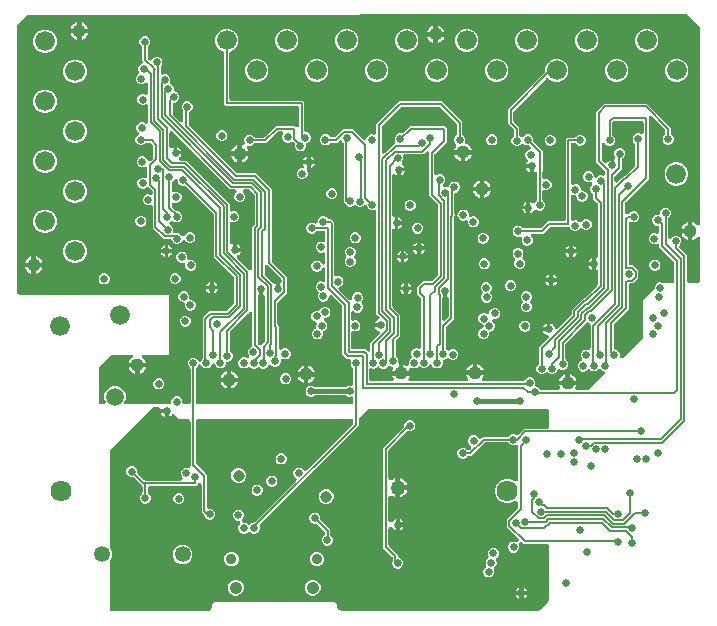
<source format=gbr>
G04 EAGLE Gerber RS-274X export*
G75*
%MOMM*%
%FSLAX34Y34*%
%LPD*%
%INCopper Layer 2*%
%IPPOS*%
%AMOC8*
5,1,8,0,0,1.08239X$1,22.5*%
G01*
%ADD10C,1.676400*%
%ADD11C,1.350000*%
%ADD12C,0.910000*%
%ADD13C,1.065000*%
%ADD14C,1.785000*%
%ADD15C,0.631000*%
%ADD16C,1.125000*%
%ADD17C,0.381000*%
%ADD18C,1.500000*%
%ADD19C,0.152400*%
%ADD20C,0.975000*%
%ADD21C,1.275000*%

G36*
X-526790Y183914D02*
X-526790Y183914D01*
X-526640Y183926D01*
X-526617Y183934D01*
X-526593Y183937D01*
X-526451Y183987D01*
X-526308Y184034D01*
X-526287Y184046D01*
X-526265Y184054D01*
X-526138Y184136D01*
X-526009Y184213D01*
X-525992Y184230D01*
X-525972Y184243D01*
X-525867Y184351D01*
X-525759Y184456D01*
X-525746Y184476D01*
X-525730Y184494D01*
X-525652Y184623D01*
X-525571Y184749D01*
X-525563Y184772D01*
X-525551Y184793D01*
X-525505Y184936D01*
X-525455Y185078D01*
X-525452Y185102D01*
X-525444Y185125D01*
X-525432Y185274D01*
X-525416Y185424D01*
X-525418Y185448D01*
X-525417Y185472D01*
X-525439Y185621D01*
X-525456Y185770D01*
X-525465Y185798D01*
X-525468Y185817D01*
X-525486Y185861D01*
X-525532Y186003D01*
X-526653Y188710D01*
X-526653Y192290D01*
X-525282Y195599D01*
X-522751Y198130D01*
X-519442Y199501D01*
X-515862Y199501D01*
X-512553Y198130D01*
X-510022Y195599D01*
X-508651Y192290D01*
X-508651Y188710D01*
X-509772Y186003D01*
X-509814Y185858D01*
X-509860Y185715D01*
X-509861Y185691D01*
X-509868Y185668D01*
X-509875Y185517D01*
X-509887Y185368D01*
X-509884Y185344D01*
X-509885Y185320D01*
X-509858Y185172D01*
X-509836Y185023D01*
X-509827Y185001D01*
X-509823Y184977D01*
X-509763Y184839D01*
X-509707Y184699D01*
X-509693Y184679D01*
X-509684Y184657D01*
X-509594Y184536D01*
X-509508Y184413D01*
X-509490Y184397D01*
X-509476Y184378D01*
X-509361Y184280D01*
X-509249Y184180D01*
X-509228Y184168D01*
X-509210Y184152D01*
X-509076Y184084D01*
X-508944Y184011D01*
X-508921Y184005D01*
X-508899Y183994D01*
X-508754Y183957D01*
X-508609Y183916D01*
X-508580Y183914D01*
X-508561Y183909D01*
X-508514Y183909D01*
X-508365Y183897D01*
X-471253Y183897D01*
X-471227Y183900D01*
X-471201Y183898D01*
X-471054Y183920D01*
X-470907Y183937D01*
X-470882Y183945D01*
X-470856Y183949D01*
X-470718Y184004D01*
X-470579Y184054D01*
X-470557Y184068D01*
X-470532Y184078D01*
X-470411Y184163D01*
X-470286Y184243D01*
X-470268Y184262D01*
X-470246Y184277D01*
X-470147Y184387D01*
X-470044Y184494D01*
X-470030Y184516D01*
X-470013Y184536D01*
X-469941Y184666D01*
X-469865Y184793D01*
X-469857Y184818D01*
X-469844Y184841D01*
X-469804Y184984D01*
X-469759Y185125D01*
X-469757Y185151D01*
X-469749Y185176D01*
X-469730Y185420D01*
X-469730Y186854D01*
X-469021Y188565D01*
X-467711Y189875D01*
X-466000Y190584D01*
X-464148Y190584D01*
X-462437Y189875D01*
X-461127Y188565D01*
X-460418Y186854D01*
X-460418Y185420D01*
X-460415Y185394D01*
X-460417Y185368D01*
X-460395Y185221D01*
X-460378Y185074D01*
X-460370Y185049D01*
X-460366Y185023D01*
X-460311Y184885D01*
X-460261Y184746D01*
X-460247Y184724D01*
X-460237Y184699D01*
X-460152Y184578D01*
X-460072Y184453D01*
X-460053Y184435D01*
X-460038Y184413D01*
X-459928Y184314D01*
X-459821Y184211D01*
X-459799Y184197D01*
X-459779Y184180D01*
X-459649Y184108D01*
X-459522Y184032D01*
X-459497Y184024D01*
X-459474Y184011D01*
X-459331Y183971D01*
X-459190Y183926D01*
X-459164Y183924D01*
X-459139Y183916D01*
X-458895Y183897D01*
X-455144Y183897D01*
X-455118Y183900D01*
X-455092Y183898D01*
X-454945Y183920D01*
X-454798Y183937D01*
X-454773Y183945D01*
X-454747Y183949D01*
X-454609Y184004D01*
X-454470Y184054D01*
X-454448Y184068D01*
X-454423Y184078D01*
X-454302Y184163D01*
X-454177Y184243D01*
X-454159Y184262D01*
X-454137Y184277D01*
X-454038Y184387D01*
X-453935Y184494D01*
X-453921Y184516D01*
X-453904Y184536D01*
X-453832Y184666D01*
X-453756Y184793D01*
X-453748Y184818D01*
X-453735Y184841D01*
X-453695Y184984D01*
X-453650Y185125D01*
X-453648Y185151D01*
X-453640Y185176D01*
X-453621Y185420D01*
X-453621Y213698D01*
X-453635Y213823D01*
X-453642Y213949D01*
X-453655Y213996D01*
X-453661Y214044D01*
X-453703Y214163D01*
X-453738Y214284D01*
X-453762Y214326D01*
X-453778Y214372D01*
X-453847Y214478D01*
X-453908Y214588D01*
X-453948Y214635D01*
X-453967Y214665D01*
X-454002Y214698D01*
X-454067Y214775D01*
X-455305Y216013D01*
X-456014Y217724D01*
X-456014Y219576D01*
X-455305Y221287D01*
X-453995Y222597D01*
X-452284Y223306D01*
X-450432Y223306D01*
X-448721Y222597D01*
X-447411Y221287D01*
X-447239Y220872D01*
X-447190Y220784D01*
X-447150Y220692D01*
X-447106Y220632D01*
X-447070Y220567D01*
X-447002Y220493D01*
X-446942Y220412D01*
X-446886Y220364D01*
X-446836Y220309D01*
X-446753Y220252D01*
X-446676Y220187D01*
X-446610Y220153D01*
X-446549Y220111D01*
X-446455Y220074D01*
X-446366Y220028D01*
X-446294Y220010D01*
X-446225Y219983D01*
X-446125Y219968D01*
X-446028Y219944D01*
X-445954Y219943D01*
X-445880Y219932D01*
X-445780Y219941D01*
X-445679Y219939D01*
X-445607Y219955D01*
X-445533Y219961D01*
X-445437Y219992D01*
X-445339Y220014D01*
X-445272Y220045D01*
X-445201Y220068D01*
X-445115Y220120D01*
X-445024Y220163D01*
X-444966Y220210D01*
X-444902Y220248D01*
X-444830Y220318D01*
X-444752Y220381D01*
X-444706Y220439D01*
X-444652Y220491D01*
X-444598Y220575D01*
X-444536Y220654D01*
X-444490Y220744D01*
X-444464Y220784D01*
X-444452Y220818D01*
X-444424Y220872D01*
X-444129Y221585D01*
X-443670Y222044D01*
X-443591Y222143D01*
X-443507Y222237D01*
X-443483Y222279D01*
X-443453Y222317D01*
X-443399Y222431D01*
X-443338Y222542D01*
X-443325Y222589D01*
X-443304Y222632D01*
X-443278Y222756D01*
X-443243Y222878D01*
X-443239Y222938D01*
X-443231Y222973D01*
X-443232Y223021D01*
X-443224Y223121D01*
X-443224Y257460D01*
X-441452Y259231D01*
X-437758Y262926D01*
X-423568Y262926D01*
X-423442Y262940D01*
X-423316Y262947D01*
X-423270Y262960D01*
X-423222Y262966D01*
X-423103Y263008D01*
X-422981Y263043D01*
X-422939Y263067D01*
X-422894Y263083D01*
X-422787Y263152D01*
X-422677Y263213D01*
X-422631Y263253D01*
X-422601Y263272D01*
X-422567Y263307D01*
X-422491Y263372D01*
X-417165Y268698D01*
X-417086Y268797D01*
X-417002Y268891D01*
X-416978Y268933D01*
X-416948Y268971D01*
X-416894Y269085D01*
X-416833Y269196D01*
X-416820Y269242D01*
X-416799Y269286D01*
X-416773Y269409D01*
X-416738Y269531D01*
X-416733Y269592D01*
X-416726Y269627D01*
X-416727Y269675D01*
X-416719Y269775D01*
X-416719Y290584D01*
X-416733Y290710D01*
X-416740Y290836D01*
X-416753Y290882D01*
X-416759Y290930D01*
X-416801Y291049D01*
X-416836Y291171D01*
X-416860Y291213D01*
X-416876Y291258D01*
X-416945Y291365D01*
X-417006Y291475D01*
X-417046Y291521D01*
X-417065Y291551D01*
X-417100Y291585D01*
X-417165Y291661D01*
X-432219Y306715D01*
X-433991Y308487D01*
X-433991Y344178D01*
X-434005Y344304D01*
X-434012Y344430D01*
X-434025Y344476D01*
X-434031Y344524D01*
X-434073Y344643D01*
X-434108Y344765D01*
X-434132Y344807D01*
X-434148Y344852D01*
X-434217Y344958D01*
X-434278Y345069D01*
X-434318Y345115D01*
X-434337Y345145D01*
X-434372Y345179D01*
X-434437Y345255D01*
X-457587Y368405D01*
X-457686Y368484D01*
X-457780Y368568D01*
X-457822Y368592D01*
X-457860Y368622D01*
X-457974Y368676D01*
X-458085Y368737D01*
X-458131Y368750D01*
X-458175Y368771D01*
X-458298Y368797D01*
X-458420Y368832D01*
X-458481Y368837D01*
X-458516Y368844D01*
X-458564Y368843D01*
X-458664Y368851D01*
X-460793Y368851D01*
X-462504Y369560D01*
X-463814Y370870D01*
X-464523Y372581D01*
X-464523Y373191D01*
X-464528Y373241D01*
X-464526Y373291D01*
X-464548Y373414D01*
X-464563Y373537D01*
X-464580Y373585D01*
X-464589Y373634D01*
X-464638Y373748D01*
X-464680Y373865D01*
X-464707Y373908D01*
X-464728Y373954D01*
X-464802Y374054D01*
X-464869Y374158D01*
X-464905Y374193D01*
X-464935Y374233D01*
X-465030Y374314D01*
X-465120Y374400D01*
X-465163Y374426D01*
X-465201Y374459D01*
X-465312Y374515D01*
X-465419Y374579D01*
X-465467Y374594D01*
X-465512Y374617D01*
X-465632Y374647D01*
X-465751Y374685D01*
X-465801Y374689D01*
X-465850Y374701D01*
X-465974Y374703D01*
X-466098Y374713D01*
X-466148Y374706D01*
X-466198Y374706D01*
X-466320Y374680D01*
X-466443Y374662D01*
X-466490Y374643D01*
X-466539Y374632D01*
X-466651Y374579D01*
X-466767Y374533D01*
X-466808Y374504D01*
X-466854Y374482D01*
X-466951Y374405D01*
X-467053Y374334D01*
X-467087Y374296D01*
X-467126Y374265D01*
X-467203Y374167D01*
X-467286Y374075D01*
X-467311Y374031D01*
X-467342Y373991D01*
X-467453Y373774D01*
X-467604Y373410D01*
X-468842Y372172D01*
X-468921Y372073D01*
X-469005Y371979D01*
X-469029Y371936D01*
X-469059Y371899D01*
X-469113Y371784D01*
X-469174Y371674D01*
X-469187Y371627D01*
X-469208Y371584D01*
X-469234Y371460D01*
X-469269Y371338D01*
X-469274Y371278D01*
X-469281Y371243D01*
X-469280Y371195D01*
X-469288Y371095D01*
X-469288Y364994D01*
X-469271Y364845D01*
X-469259Y364695D01*
X-469251Y364672D01*
X-469248Y364648D01*
X-469198Y364506D01*
X-469152Y364363D01*
X-469139Y364342D01*
X-469131Y364320D01*
X-469049Y364193D01*
X-468972Y364064D01*
X-468955Y364047D01*
X-468942Y364027D01*
X-468834Y363922D01*
X-468729Y363814D01*
X-468709Y363801D01*
X-468691Y363785D01*
X-468562Y363707D01*
X-468436Y363626D01*
X-468413Y363618D01*
X-468392Y363606D01*
X-468249Y363560D01*
X-468107Y363510D01*
X-468083Y363507D01*
X-468060Y363499D01*
X-467911Y363487D01*
X-467761Y363471D01*
X-467737Y363473D01*
X-467713Y363471D01*
X-467564Y363494D01*
X-467415Y363511D01*
X-467387Y363520D01*
X-467368Y363523D01*
X-467324Y363541D01*
X-467182Y363587D01*
X-466781Y363753D01*
X-464929Y363753D01*
X-463217Y363044D01*
X-461908Y361734D01*
X-461199Y360023D01*
X-461199Y358171D01*
X-461908Y356460D01*
X-463217Y355150D01*
X-464929Y354441D01*
X-466781Y354441D01*
X-467182Y354607D01*
X-467327Y354649D01*
X-467470Y354695D01*
X-467494Y354696D01*
X-467517Y354703D01*
X-467668Y354710D01*
X-467817Y354723D01*
X-467841Y354719D01*
X-467865Y354720D01*
X-468013Y354693D01*
X-468162Y354671D01*
X-468184Y354662D01*
X-468208Y354658D01*
X-468346Y354597D01*
X-468486Y354542D01*
X-468506Y354528D01*
X-468528Y354519D01*
X-468649Y354429D01*
X-468772Y354343D01*
X-468788Y354325D01*
X-468808Y354311D01*
X-468905Y354196D01*
X-469005Y354084D01*
X-469017Y354063D01*
X-469033Y354045D01*
X-469101Y353911D01*
X-469174Y353779D01*
X-469180Y353756D01*
X-469191Y353735D01*
X-469228Y353589D01*
X-469269Y353444D01*
X-469271Y353415D01*
X-469276Y353396D01*
X-469276Y353349D01*
X-469288Y353200D01*
X-469288Y351582D01*
X-469274Y351457D01*
X-469267Y351330D01*
X-469254Y351284D01*
X-469248Y351236D01*
X-469206Y351117D01*
X-469171Y350996D01*
X-469147Y350953D01*
X-469131Y350908D01*
X-469062Y350802D01*
X-469001Y350691D01*
X-468961Y350645D01*
X-468942Y350615D01*
X-468907Y350582D01*
X-468842Y350505D01*
X-465960Y347623D01*
X-465861Y347544D01*
X-465767Y347460D01*
X-465725Y347436D01*
X-465687Y347406D01*
X-465573Y347352D01*
X-465462Y347291D01*
X-465415Y347278D01*
X-465372Y347257D01*
X-465248Y347231D01*
X-465127Y347196D01*
X-465066Y347191D01*
X-465031Y347184D01*
X-464983Y347185D01*
X-464883Y347177D01*
X-464402Y347177D01*
X-462691Y346468D01*
X-461381Y345158D01*
X-460672Y343447D01*
X-460672Y341595D01*
X-461381Y339884D01*
X-462691Y338574D01*
X-464402Y337865D01*
X-466254Y337865D01*
X-467965Y338574D01*
X-468146Y338755D01*
X-468167Y338771D01*
X-468184Y338792D01*
X-468304Y338880D01*
X-468419Y338972D01*
X-468443Y338983D01*
X-468464Y338999D01*
X-468601Y339058D01*
X-468735Y339121D01*
X-468760Y339126D01*
X-468784Y339137D01*
X-468931Y339163D01*
X-469075Y339194D01*
X-469101Y339194D01*
X-469127Y339198D01*
X-469276Y339191D01*
X-469424Y339188D01*
X-469449Y339182D01*
X-469475Y339180D01*
X-469618Y339139D01*
X-469762Y339103D01*
X-469785Y339091D01*
X-469810Y339084D01*
X-469939Y339012D01*
X-470071Y338944D01*
X-470092Y338926D01*
X-470114Y338914D01*
X-470301Y338755D01*
X-470587Y338469D01*
X-470659Y338438D01*
X-470719Y338393D01*
X-470784Y338357D01*
X-470858Y338290D01*
X-470939Y338230D01*
X-470987Y338173D01*
X-471042Y338123D01*
X-471099Y338040D01*
X-471164Y337964D01*
X-471198Y337898D01*
X-471240Y337836D01*
X-471277Y337743D01*
X-471323Y337653D01*
X-471341Y337581D01*
X-471368Y337512D01*
X-471383Y337413D01*
X-471407Y337315D01*
X-471408Y337241D01*
X-471419Y337167D01*
X-471410Y337067D01*
X-471412Y336967D01*
X-471396Y336894D01*
X-471390Y336820D01*
X-471359Y336724D01*
X-471338Y336626D01*
X-471306Y336559D01*
X-471283Y336488D01*
X-471231Y336402D01*
X-471188Y336312D01*
X-471141Y336253D01*
X-471103Y336190D01*
X-471033Y336118D01*
X-470971Y336039D01*
X-470912Y335993D01*
X-470860Y335940D01*
X-470776Y335885D01*
X-470697Y335823D01*
X-470608Y335778D01*
X-470567Y335752D01*
X-470533Y335740D01*
X-470479Y335712D01*
X-470331Y335651D01*
X-469021Y334341D01*
X-468313Y332630D01*
X-468313Y330778D01*
X-468363Y330656D01*
X-468405Y330511D01*
X-468450Y330368D01*
X-468452Y330344D01*
X-468459Y330320D01*
X-468466Y330170D01*
X-468478Y330020D01*
X-468475Y329996D01*
X-468476Y329972D01*
X-468449Y329825D01*
X-468427Y329676D01*
X-468418Y329653D01*
X-468413Y329630D01*
X-468354Y329492D01*
X-468298Y329352D01*
X-468284Y329332D01*
X-468274Y329310D01*
X-468185Y329189D01*
X-468099Y329066D01*
X-468081Y329050D01*
X-468067Y329030D01*
X-467952Y328933D01*
X-467840Y328832D01*
X-467819Y328821D01*
X-467801Y328805D01*
X-467666Y328736D01*
X-467535Y328664D01*
X-467512Y328657D01*
X-467490Y328646D01*
X-467344Y328610D01*
X-467200Y328569D01*
X-467171Y328567D01*
X-467152Y328562D01*
X-467105Y328561D01*
X-466956Y328549D01*
X-466780Y328549D01*
X-466778Y328550D01*
X-466776Y328549D01*
X-466606Y328569D01*
X-466434Y328589D01*
X-466432Y328590D01*
X-466430Y328590D01*
X-466198Y328665D01*
X-465812Y328825D01*
X-463959Y328825D01*
X-462248Y328116D01*
X-460747Y326615D01*
X-460628Y326521D01*
X-460514Y326424D01*
X-460493Y326413D01*
X-460474Y326398D01*
X-460338Y326334D01*
X-460204Y326265D01*
X-460180Y326260D01*
X-460159Y326249D01*
X-460012Y326218D01*
X-459866Y326181D01*
X-459841Y326181D01*
X-459818Y326176D01*
X-459668Y326178D01*
X-459517Y326176D01*
X-459493Y326181D01*
X-459469Y326182D01*
X-459324Y326219D01*
X-459177Y326251D01*
X-459155Y326261D01*
X-459131Y326267D01*
X-458998Y326336D01*
X-458862Y326400D01*
X-458843Y326415D01*
X-458822Y326427D01*
X-458707Y326524D01*
X-458590Y326618D01*
X-458575Y326637D01*
X-458556Y326652D01*
X-458467Y326773D01*
X-458374Y326891D01*
X-458360Y326917D01*
X-458349Y326933D01*
X-458330Y326976D01*
X-458262Y327109D01*
X-458099Y327503D01*
X-456789Y328813D01*
X-455078Y329522D01*
X-453226Y329522D01*
X-451515Y328813D01*
X-450205Y327503D01*
X-449496Y325792D01*
X-449496Y323940D01*
X-450205Y322229D01*
X-451515Y320919D01*
X-453226Y320210D01*
X-455078Y320210D01*
X-456789Y320919D01*
X-458291Y322421D01*
X-458409Y322514D01*
X-458523Y322611D01*
X-458545Y322622D01*
X-458564Y322637D01*
X-458700Y322701D01*
X-458834Y322770D01*
X-458857Y322776D01*
X-458879Y322786D01*
X-459026Y322818D01*
X-459172Y322854D01*
X-459196Y322854D01*
X-459220Y322860D01*
X-459369Y322857D01*
X-459520Y322859D01*
X-459544Y322854D01*
X-459568Y322854D01*
X-459714Y322817D01*
X-459861Y322785D01*
X-459883Y322774D01*
X-459906Y322769D01*
X-460040Y322700D01*
X-460175Y322635D01*
X-460194Y322620D01*
X-460216Y322609D01*
X-460330Y322512D01*
X-460448Y322418D01*
X-460463Y322399D01*
X-460481Y322383D01*
X-460571Y322262D01*
X-460664Y322144D01*
X-460677Y322118D01*
X-460688Y322103D01*
X-460707Y322059D01*
X-460775Y321926D01*
X-460939Y321532D01*
X-462248Y320223D01*
X-463959Y319514D01*
X-465812Y319514D01*
X-467523Y320223D01*
X-468832Y321532D01*
X-469475Y323084D01*
X-469512Y323150D01*
X-469540Y323221D01*
X-469596Y323302D01*
X-469644Y323388D01*
X-469696Y323445D01*
X-469739Y323508D01*
X-469812Y323573D01*
X-469878Y323646D01*
X-469941Y323690D01*
X-469998Y323741D01*
X-470084Y323789D01*
X-470165Y323845D01*
X-470236Y323873D01*
X-470303Y323909D01*
X-470398Y323936D01*
X-470489Y323972D01*
X-470565Y323983D01*
X-470639Y324004D01*
X-470787Y324016D01*
X-470834Y324023D01*
X-470853Y324022D01*
X-470882Y324024D01*
X-476149Y324024D01*
X-485601Y333475D01*
X-485601Y351403D01*
X-485618Y351552D01*
X-485630Y351702D01*
X-485638Y351725D01*
X-485641Y351749D01*
X-485691Y351890D01*
X-485737Y352034D01*
X-485750Y352054D01*
X-485758Y352077D01*
X-485840Y352204D01*
X-485917Y352332D01*
X-485934Y352349D01*
X-485947Y352370D01*
X-486056Y352475D01*
X-486160Y352582D01*
X-486180Y352595D01*
X-486198Y352612D01*
X-486327Y352689D01*
X-486453Y352770D01*
X-486476Y352778D01*
X-486497Y352791D01*
X-486640Y352837D01*
X-486782Y352887D01*
X-486806Y352890D01*
X-486829Y352897D01*
X-486978Y352909D01*
X-487128Y352926D01*
X-487152Y352923D01*
X-487176Y352925D01*
X-487325Y352903D01*
X-487474Y352885D01*
X-487502Y352876D01*
X-487521Y352873D01*
X-487565Y352856D01*
X-487707Y352810D01*
X-488532Y352468D01*
X-490384Y352468D01*
X-492095Y353177D01*
X-493405Y354487D01*
X-494114Y356198D01*
X-494114Y358050D01*
X-493405Y359761D01*
X-492095Y361071D01*
X-490384Y361780D01*
X-488532Y361780D01*
X-487707Y361438D01*
X-487562Y361397D01*
X-487419Y361351D01*
X-487395Y361349D01*
X-487372Y361342D01*
X-487221Y361335D01*
X-487072Y361323D01*
X-487048Y361327D01*
X-487024Y361325D01*
X-486876Y361352D01*
X-486727Y361375D01*
X-486705Y361384D01*
X-486681Y361388D01*
X-486543Y361448D01*
X-486403Y361503D01*
X-486383Y361517D01*
X-486361Y361527D01*
X-486240Y361617D01*
X-486117Y361702D01*
X-486101Y361720D01*
X-486081Y361735D01*
X-485984Y361850D01*
X-485884Y361961D01*
X-485872Y361982D01*
X-485856Y362001D01*
X-485788Y362134D01*
X-485715Y362266D01*
X-485709Y362289D01*
X-485698Y362311D01*
X-485661Y362456D01*
X-485620Y362602D01*
X-485618Y362631D01*
X-485613Y362649D01*
X-485613Y362696D01*
X-485601Y362845D01*
X-485601Y363938D01*
X-485615Y364063D01*
X-485622Y364190D01*
X-485635Y364236D01*
X-485641Y364284D01*
X-485683Y364403D01*
X-485718Y364524D01*
X-485742Y364567D01*
X-485758Y364612D01*
X-485827Y364718D01*
X-485888Y364829D01*
X-485928Y364875D01*
X-485947Y364905D01*
X-485982Y364938D01*
X-486047Y365015D01*
X-488318Y367286D01*
X-488417Y367365D01*
X-488511Y367449D01*
X-488553Y367473D01*
X-488591Y367503D01*
X-488705Y367557D01*
X-488816Y367618D01*
X-488863Y367631D01*
X-488906Y367652D01*
X-488911Y367653D01*
X-489007Y367729D01*
X-489031Y367740D01*
X-489052Y367756D01*
X-489188Y367815D01*
X-489322Y367878D01*
X-489348Y367883D01*
X-489372Y367894D01*
X-489518Y367920D01*
X-489663Y367951D01*
X-489689Y367951D01*
X-489715Y367955D01*
X-489863Y367948D01*
X-490011Y367945D01*
X-490037Y367939D01*
X-490063Y367938D01*
X-490205Y367897D01*
X-490349Y367860D01*
X-490373Y367848D01*
X-490398Y367841D01*
X-490528Y367769D01*
X-490659Y367701D01*
X-490679Y367684D01*
X-490702Y367671D01*
X-490889Y367512D01*
X-491254Y367147D01*
X-492965Y366438D01*
X-494817Y366438D01*
X-496528Y367147D01*
X-497838Y368457D01*
X-498547Y370168D01*
X-498547Y372020D01*
X-497838Y373731D01*
X-496528Y375041D01*
X-494817Y375750D01*
X-492965Y375750D01*
X-492386Y375510D01*
X-492241Y375469D01*
X-492098Y375423D01*
X-492074Y375421D01*
X-492051Y375414D01*
X-491901Y375407D01*
X-491751Y375395D01*
X-491727Y375398D01*
X-491703Y375397D01*
X-491555Y375424D01*
X-491406Y375447D01*
X-491384Y375455D01*
X-491360Y375460D01*
X-491222Y375520D01*
X-491082Y375575D01*
X-491062Y375589D01*
X-491040Y375599D01*
X-490920Y375688D01*
X-490796Y375774D01*
X-490780Y375792D01*
X-490761Y375807D01*
X-490664Y375921D01*
X-490563Y376033D01*
X-490551Y376054D01*
X-490535Y376073D01*
X-490467Y376206D01*
X-490394Y376338D01*
X-490388Y376361D01*
X-490377Y376383D01*
X-490340Y376529D01*
X-490299Y376673D01*
X-490297Y376703D01*
X-490292Y376721D01*
X-490292Y376768D01*
X-490280Y376917D01*
X-490280Y383515D01*
X-490297Y383664D01*
X-490309Y383814D01*
X-490317Y383838D01*
X-490320Y383861D01*
X-490370Y384003D01*
X-490416Y384146D01*
X-490429Y384167D01*
X-490437Y384190D01*
X-490519Y384316D01*
X-490596Y384445D01*
X-490613Y384462D01*
X-490626Y384482D01*
X-490734Y384587D01*
X-490839Y384695D01*
X-490859Y384708D01*
X-490877Y384725D01*
X-491006Y384802D01*
X-491132Y384883D01*
X-491155Y384891D01*
X-491176Y384903D01*
X-491319Y384949D01*
X-491461Y385000D01*
X-491485Y385002D01*
X-491508Y385010D01*
X-491657Y385022D01*
X-491807Y385038D01*
X-491831Y385036D01*
X-491855Y385038D01*
X-492004Y385015D01*
X-492153Y384998D01*
X-492181Y384989D01*
X-492200Y384986D01*
X-492244Y384968D01*
X-492386Y384923D01*
X-493473Y384472D01*
X-495325Y384472D01*
X-497036Y385181D01*
X-498346Y386491D01*
X-499055Y388202D01*
X-499055Y390054D01*
X-498346Y391765D01*
X-497036Y393075D01*
X-495325Y393784D01*
X-493473Y393784D01*
X-491762Y393075D01*
X-490452Y391765D01*
X-489933Y390513D01*
X-489860Y390382D01*
X-489792Y390248D01*
X-489776Y390230D01*
X-489764Y390209D01*
X-489663Y390097D01*
X-489566Y389983D01*
X-489546Y389968D01*
X-489530Y389950D01*
X-489406Y389865D01*
X-489285Y389776D01*
X-489263Y389766D01*
X-489243Y389752D01*
X-489103Y389697D01*
X-488965Y389638D01*
X-488942Y389633D01*
X-488919Y389624D01*
X-488770Y389602D01*
X-488622Y389576D01*
X-488598Y389577D01*
X-488574Y389574D01*
X-488424Y389586D01*
X-488274Y389594D01*
X-488251Y389600D01*
X-488227Y389602D01*
X-488084Y389649D01*
X-487939Y389690D01*
X-487918Y389702D01*
X-487895Y389710D01*
X-487766Y389787D01*
X-487635Y389860D01*
X-487613Y389879D01*
X-487597Y389889D01*
X-487563Y389922D01*
X-487449Y390019D01*
X-485491Y391977D01*
X-485412Y392076D01*
X-485328Y392170D01*
X-485304Y392212D01*
X-485274Y392250D01*
X-485220Y392364D01*
X-485159Y392475D01*
X-485146Y392522D01*
X-485125Y392565D01*
X-485099Y392689D01*
X-485064Y392810D01*
X-485059Y392871D01*
X-485052Y392906D01*
X-485053Y392954D01*
X-485045Y393054D01*
X-485045Y402292D01*
X-485059Y402417D01*
X-485066Y402544D01*
X-485079Y402590D01*
X-485085Y402638D01*
X-485127Y402757D01*
X-485162Y402878D01*
X-485186Y402921D01*
X-485202Y402966D01*
X-485271Y403072D01*
X-485332Y403183D01*
X-485372Y403229D01*
X-485391Y403259D01*
X-485426Y403292D01*
X-485491Y403369D01*
X-487084Y404962D01*
X-487183Y405041D01*
X-487277Y405125D01*
X-487319Y405149D01*
X-487357Y405179D01*
X-487471Y405233D01*
X-487582Y405294D01*
X-487628Y405307D01*
X-487672Y405328D01*
X-487795Y405354D01*
X-487917Y405389D01*
X-487978Y405393D01*
X-488013Y405401D01*
X-488061Y405400D01*
X-488161Y405408D01*
X-490855Y405408D01*
X-490980Y405394D01*
X-491107Y405387D01*
X-491153Y405374D01*
X-491201Y405368D01*
X-491320Y405326D01*
X-491441Y405291D01*
X-491483Y405267D01*
X-491529Y405251D01*
X-491635Y405182D01*
X-491746Y405120D01*
X-491792Y405081D01*
X-491822Y405062D01*
X-491855Y405027D01*
X-491932Y404962D01*
X-492917Y403977D01*
X-494628Y403268D01*
X-496480Y403268D01*
X-498191Y403977D01*
X-499501Y405287D01*
X-500210Y406998D01*
X-500210Y408850D01*
X-499501Y410561D01*
X-498177Y411886D01*
X-498106Y411925D01*
X-497972Y411994D01*
X-497954Y412009D01*
X-497933Y412021D01*
X-497822Y412122D01*
X-497707Y412219D01*
X-497693Y412239D01*
X-497675Y412255D01*
X-497589Y412379D01*
X-497500Y412500D01*
X-497490Y412522D01*
X-497477Y412542D01*
X-497421Y412682D01*
X-497362Y412820D01*
X-497358Y412843D01*
X-497349Y412866D01*
X-497327Y413014D01*
X-497300Y413163D01*
X-497301Y413187D01*
X-497298Y413211D01*
X-497310Y413360D01*
X-497318Y413511D01*
X-497325Y413534D01*
X-497327Y413558D01*
X-497373Y413701D01*
X-497415Y413846D01*
X-497426Y413867D01*
X-497434Y413890D01*
X-497511Y414018D01*
X-497585Y414150D01*
X-497604Y414172D01*
X-497614Y414188D01*
X-497646Y414222D01*
X-497743Y414336D01*
X-498854Y415447D01*
X-499563Y417158D01*
X-499563Y419010D01*
X-498854Y420721D01*
X-497544Y422031D01*
X-495833Y422740D01*
X-493981Y422740D01*
X-492270Y422031D01*
X-492216Y421977D01*
X-492137Y421915D01*
X-492065Y421845D01*
X-492001Y421806D01*
X-491943Y421760D01*
X-491852Y421717D01*
X-491766Y421666D01*
X-491695Y421643D01*
X-491628Y421611D01*
X-491529Y421590D01*
X-491434Y421560D01*
X-491360Y421554D01*
X-491287Y421538D01*
X-491186Y421540D01*
X-491086Y421532D01*
X-491013Y421543D01*
X-490938Y421544D01*
X-490841Y421568D01*
X-490742Y421583D01*
X-490673Y421611D01*
X-490600Y421629D01*
X-490511Y421675D01*
X-490418Y421712D01*
X-490357Y421754D01*
X-490291Y421788D01*
X-490214Y421854D01*
X-490132Y421911D01*
X-490082Y421966D01*
X-490025Y422014D01*
X-489966Y422095D01*
X-489898Y422170D01*
X-489862Y422235D01*
X-489818Y422295D01*
X-489778Y422387D01*
X-489730Y422475D01*
X-489709Y422546D01*
X-489680Y422615D01*
X-489662Y422713D01*
X-489635Y422810D01*
X-489627Y422910D01*
X-489618Y422958D01*
X-489620Y422993D01*
X-489615Y423054D01*
X-489615Y436517D01*
X-489632Y436666D01*
X-489645Y436816D01*
X-489652Y436839D01*
X-489655Y436863D01*
X-489706Y437005D01*
X-489752Y437148D01*
X-489765Y437169D01*
X-489773Y437192D01*
X-489854Y437318D01*
X-489932Y437447D01*
X-489949Y437464D01*
X-489962Y437484D01*
X-490070Y437589D01*
X-490175Y437697D01*
X-490195Y437710D01*
X-490212Y437727D01*
X-490342Y437804D01*
X-490468Y437885D01*
X-490491Y437893D01*
X-490511Y437905D01*
X-490654Y437951D01*
X-490796Y438002D01*
X-490820Y438004D01*
X-490843Y438012D01*
X-490993Y438024D01*
X-491143Y438040D01*
X-491167Y438038D01*
X-491191Y438040D01*
X-491340Y438017D01*
X-491489Y438000D01*
X-491516Y437991D01*
X-491535Y437988D01*
X-491579Y437970D01*
X-491721Y437925D01*
X-493219Y437304D01*
X-495071Y437304D01*
X-496782Y438013D01*
X-498092Y439323D01*
X-498801Y441034D01*
X-498801Y442886D01*
X-498092Y444597D01*
X-496782Y445907D01*
X-495071Y446616D01*
X-493219Y446616D01*
X-491721Y445995D01*
X-491576Y445954D01*
X-491434Y445908D01*
X-491410Y445906D01*
X-491386Y445900D01*
X-491236Y445892D01*
X-491086Y445880D01*
X-491062Y445884D01*
X-491038Y445883D01*
X-490890Y445910D01*
X-490742Y445932D01*
X-490719Y445941D01*
X-490695Y445945D01*
X-490557Y446005D01*
X-490418Y446061D01*
X-490398Y446075D01*
X-490376Y446084D01*
X-490255Y446174D01*
X-490132Y446260D01*
X-490116Y446278D01*
X-490096Y446292D01*
X-489999Y446407D01*
X-489898Y446519D01*
X-489887Y446540D01*
X-489871Y446558D01*
X-489803Y446692D01*
X-489730Y446824D01*
X-489723Y446847D01*
X-489712Y446868D01*
X-489676Y447014D01*
X-489650Y447106D01*
X-489644Y447124D01*
X-489644Y447127D01*
X-489635Y447159D01*
X-489633Y447188D01*
X-489628Y447207D01*
X-489627Y447254D01*
X-489615Y447403D01*
X-489615Y454770D01*
X-489627Y454870D01*
X-489629Y454970D01*
X-489647Y455042D01*
X-489655Y455116D01*
X-489689Y455211D01*
X-489714Y455308D01*
X-489748Y455374D01*
X-489773Y455444D01*
X-489827Y455529D01*
X-489873Y455618D01*
X-489921Y455675D01*
X-489962Y455737D01*
X-490034Y455807D01*
X-490099Y455883D01*
X-490159Y455928D01*
X-490212Y455979D01*
X-490299Y456031D01*
X-490379Y456091D01*
X-490448Y456120D01*
X-490511Y456158D01*
X-490607Y456189D01*
X-490699Y456229D01*
X-490773Y456242D01*
X-490843Y456264D01*
X-490943Y456273D01*
X-491042Y456290D01*
X-491117Y456286D01*
X-491191Y456292D01*
X-491290Y456278D01*
X-491390Y456272D01*
X-491462Y456252D01*
X-491535Y456241D01*
X-491629Y456204D01*
X-491725Y456176D01*
X-491790Y456139D01*
X-491859Y456112D01*
X-491942Y456055D01*
X-492029Y456006D01*
X-492106Y455941D01*
X-492145Y455913D01*
X-492169Y455887D01*
X-492216Y455847D01*
X-492524Y455539D01*
X-494235Y454830D01*
X-496087Y454830D01*
X-497798Y455539D01*
X-499108Y456849D01*
X-499817Y458560D01*
X-499817Y460412D01*
X-499108Y462123D01*
X-497798Y463433D01*
X-497765Y463447D01*
X-497743Y463459D01*
X-497718Y463467D01*
X-497591Y463544D01*
X-497461Y463616D01*
X-497441Y463634D01*
X-497419Y463647D01*
X-497313Y463750D01*
X-497203Y463850D01*
X-497188Y463872D01*
X-497169Y463890D01*
X-497089Y464014D01*
X-497005Y464137D01*
X-496995Y464161D01*
X-496981Y464183D01*
X-496931Y464323D01*
X-496877Y464461D01*
X-496873Y464487D01*
X-496864Y464512D01*
X-496847Y464659D01*
X-496826Y464806D01*
X-496828Y464832D01*
X-496825Y464858D01*
X-496842Y465005D01*
X-496855Y465153D01*
X-496863Y465178D01*
X-496866Y465204D01*
X-496941Y465437D01*
X-497670Y467196D01*
X-497670Y469048D01*
X-496961Y470759D01*
X-495651Y472069D01*
X-495002Y472338D01*
X-494870Y472411D01*
X-494737Y472480D01*
X-494719Y472495D01*
X-494698Y472507D01*
X-494586Y472608D01*
X-494472Y472706D01*
X-494457Y472725D01*
X-494440Y472741D01*
X-494354Y472864D01*
X-494265Y472986D01*
X-494255Y473008D01*
X-494241Y473028D01*
X-494186Y473167D01*
X-494127Y473306D01*
X-494122Y473330D01*
X-494114Y473352D01*
X-494092Y473501D01*
X-494065Y473649D01*
X-494066Y473673D01*
X-494063Y473697D01*
X-494075Y473847D01*
X-494083Y473997D01*
X-494090Y474020D01*
X-494092Y474044D01*
X-494138Y474187D01*
X-494179Y474332D01*
X-494191Y474353D01*
X-494199Y474376D01*
X-494276Y474505D01*
X-494350Y474636D01*
X-494368Y474658D01*
X-494378Y474674D01*
X-494411Y474708D01*
X-494508Y474822D01*
X-494556Y474870D01*
X-494556Y486030D01*
X-494570Y486155D01*
X-494577Y486281D01*
X-494590Y486328D01*
X-494595Y486376D01*
X-494638Y486495D01*
X-494673Y486616D01*
X-494697Y486658D01*
X-494713Y486704D01*
X-494781Y486810D01*
X-494843Y486920D01*
X-494883Y486967D01*
X-494902Y486997D01*
X-494937Y487030D01*
X-495002Y487107D01*
X-496240Y488345D01*
X-496949Y490056D01*
X-496949Y491908D01*
X-496240Y493619D01*
X-494930Y494929D01*
X-493219Y495638D01*
X-491367Y495638D01*
X-489656Y494929D01*
X-488346Y493619D01*
X-487637Y491908D01*
X-487637Y490056D01*
X-488346Y488345D01*
X-489584Y487107D01*
X-489663Y487008D01*
X-489747Y486914D01*
X-489771Y486872D01*
X-489801Y486834D01*
X-489855Y486720D01*
X-489916Y486609D01*
X-489929Y486562D01*
X-489949Y486519D01*
X-489976Y486395D01*
X-490010Y486273D01*
X-490015Y486213D01*
X-490023Y486178D01*
X-490022Y486130D01*
X-490030Y486030D01*
X-490030Y477375D01*
X-490016Y477250D01*
X-490009Y477123D01*
X-489996Y477077D01*
X-489990Y477029D01*
X-489948Y476910D01*
X-489913Y476788D01*
X-489889Y476746D01*
X-489873Y476701D01*
X-489804Y476595D01*
X-489742Y476484D01*
X-489703Y476438D01*
X-489684Y476408D01*
X-489649Y476374D01*
X-489584Y476298D01*
X-488629Y475343D01*
X-488511Y475250D01*
X-488397Y475153D01*
X-488375Y475142D01*
X-488356Y475127D01*
X-488220Y475062D01*
X-488087Y474994D01*
X-488063Y474988D01*
X-488041Y474978D01*
X-487894Y474946D01*
X-487748Y474910D01*
X-487724Y474909D01*
X-487701Y474904D01*
X-487551Y474907D01*
X-487400Y474905D01*
X-487376Y474910D01*
X-487352Y474910D01*
X-487207Y474947D01*
X-487059Y474979D01*
X-487038Y474989D01*
X-487014Y474995D01*
X-486880Y475064D01*
X-486745Y475129D01*
X-486726Y475144D01*
X-486704Y475155D01*
X-486590Y475252D01*
X-486472Y475346D01*
X-486457Y475365D01*
X-486439Y475381D01*
X-486349Y475502D01*
X-486256Y475620D01*
X-486243Y475646D01*
X-486232Y475661D01*
X-486213Y475704D01*
X-486145Y475837D01*
X-486039Y476093D01*
X-484729Y477403D01*
X-483018Y478112D01*
X-481166Y478112D01*
X-479455Y477403D01*
X-478145Y476093D01*
X-477436Y474382D01*
X-477436Y472530D01*
X-478145Y470819D01*
X-478367Y470597D01*
X-478446Y470498D01*
X-478530Y470404D01*
X-478554Y470361D01*
X-478584Y470324D01*
X-478638Y470209D01*
X-478699Y470099D01*
X-478712Y470052D01*
X-478733Y470009D01*
X-478759Y469885D01*
X-478794Y469763D01*
X-478799Y469703D01*
X-478806Y469668D01*
X-478805Y469620D01*
X-478813Y469520D01*
X-478813Y464544D01*
X-478796Y464395D01*
X-478784Y464245D01*
X-478776Y464222D01*
X-478773Y464198D01*
X-478723Y464056D01*
X-478676Y463913D01*
X-478664Y463893D01*
X-478656Y463870D01*
X-478574Y463743D01*
X-478497Y463615D01*
X-478480Y463597D01*
X-478467Y463577D01*
X-478359Y463472D01*
X-478254Y463365D01*
X-478234Y463352D01*
X-478216Y463335D01*
X-478087Y463257D01*
X-477961Y463176D01*
X-477938Y463168D01*
X-477917Y463156D01*
X-477774Y463110D01*
X-477632Y463060D01*
X-477608Y463057D01*
X-477585Y463050D01*
X-477436Y463038D01*
X-477286Y463021D01*
X-477262Y463024D01*
X-477238Y463022D01*
X-477089Y463044D01*
X-476940Y463062D01*
X-476912Y463071D01*
X-476893Y463073D01*
X-476849Y463091D01*
X-476707Y463137D01*
X-476508Y463219D01*
X-474656Y463219D01*
X-472944Y462511D01*
X-471635Y461201D01*
X-470926Y459490D01*
X-470926Y457638D01*
X-471273Y456801D01*
X-471280Y456775D01*
X-471292Y456752D01*
X-471327Y456608D01*
X-471368Y456465D01*
X-471370Y456439D01*
X-471376Y456414D01*
X-471378Y456265D01*
X-471385Y456117D01*
X-471381Y456092D01*
X-471381Y456065D01*
X-471349Y455920D01*
X-471323Y455774D01*
X-471312Y455750D01*
X-471307Y455725D01*
X-471243Y455591D01*
X-471184Y455455D01*
X-471168Y455434D01*
X-471157Y455410D01*
X-471064Y455294D01*
X-470976Y455175D01*
X-470956Y455158D01*
X-470939Y455138D01*
X-470823Y455046D01*
X-470710Y454950D01*
X-470687Y454938D01*
X-470666Y454922D01*
X-470448Y454810D01*
X-469803Y454543D01*
X-468493Y453233D01*
X-467784Y451522D01*
X-467784Y450045D01*
X-467776Y449969D01*
X-467777Y449892D01*
X-467756Y449796D01*
X-467744Y449699D01*
X-467719Y449627D01*
X-467702Y449552D01*
X-467660Y449463D01*
X-467627Y449371D01*
X-467585Y449306D01*
X-467553Y449237D01*
X-467491Y449160D01*
X-467438Y449078D01*
X-467383Y449025D01*
X-467335Y448965D01*
X-467258Y448904D01*
X-467187Y448836D01*
X-467122Y448796D01*
X-467062Y448749D01*
X-466929Y448681D01*
X-466888Y448657D01*
X-466870Y448651D01*
X-466844Y448638D01*
X-465358Y448022D01*
X-464048Y446712D01*
X-463339Y445001D01*
X-463339Y443149D01*
X-464048Y441438D01*
X-465358Y440128D01*
X-467069Y439419D01*
X-467130Y439419D01*
X-467156Y439416D01*
X-467182Y439418D01*
X-467329Y439396D01*
X-467476Y439379D01*
X-467501Y439371D01*
X-467527Y439367D01*
X-467665Y439312D01*
X-467804Y439262D01*
X-467826Y439248D01*
X-467851Y439238D01*
X-467972Y439153D01*
X-468097Y439073D01*
X-468115Y439054D01*
X-468137Y439039D01*
X-468236Y438929D01*
X-468339Y438822D01*
X-468353Y438800D01*
X-468370Y438780D01*
X-468442Y438650D01*
X-468518Y438523D01*
X-468526Y438498D01*
X-468539Y438475D01*
X-468579Y438332D01*
X-468624Y438191D01*
X-468626Y438165D01*
X-468634Y438140D01*
X-468653Y437896D01*
X-468653Y430237D01*
X-468639Y430112D01*
X-468632Y429986D01*
X-468619Y429939D01*
X-468613Y429891D01*
X-468571Y429772D01*
X-468536Y429651D01*
X-468512Y429609D01*
X-468496Y429563D01*
X-468427Y429457D01*
X-468366Y429347D01*
X-468326Y429300D01*
X-468307Y429270D01*
X-468272Y429237D01*
X-468207Y429160D01*
X-462317Y423270D01*
X-462239Y423208D01*
X-462166Y423138D01*
X-462102Y423100D01*
X-462044Y423054D01*
X-461953Y423011D01*
X-461867Y422959D01*
X-461796Y422937D01*
X-461729Y422905D01*
X-461631Y422884D01*
X-461535Y422853D01*
X-461461Y422847D01*
X-461388Y422831D01*
X-461288Y422833D01*
X-461188Y422825D01*
X-461114Y422836D01*
X-461040Y422837D01*
X-460943Y422862D01*
X-460843Y422877D01*
X-460774Y422904D01*
X-460702Y422922D01*
X-460612Y422968D01*
X-460519Y423005D01*
X-460458Y423048D01*
X-460392Y423082D01*
X-460315Y423147D01*
X-460233Y423204D01*
X-460183Y423260D01*
X-460127Y423308D01*
X-460067Y423389D01*
X-460000Y423463D01*
X-459964Y423528D01*
X-459919Y423588D01*
X-459880Y423680D01*
X-459831Y423768D01*
X-459811Y423840D01*
X-459781Y423908D01*
X-459764Y424007D01*
X-459736Y424104D01*
X-459728Y424204D01*
X-459720Y424251D01*
X-459722Y424287D01*
X-459717Y424347D01*
X-459717Y431928D01*
X-459731Y432053D01*
X-459738Y432179D01*
X-459751Y432226D01*
X-459757Y432274D01*
X-459799Y432393D01*
X-459834Y432514D01*
X-459858Y432556D01*
X-459874Y432602D01*
X-459943Y432708D01*
X-460004Y432818D01*
X-460044Y432865D01*
X-460063Y432895D01*
X-460098Y432928D01*
X-460163Y433005D01*
X-460385Y433227D01*
X-461094Y434938D01*
X-461094Y436790D01*
X-460385Y438501D01*
X-459075Y439811D01*
X-457364Y440520D01*
X-455512Y440520D01*
X-453801Y439811D01*
X-452491Y438501D01*
X-451782Y436790D01*
X-451782Y434938D01*
X-452491Y433227D01*
X-453801Y431917D01*
X-454251Y431731D01*
X-454318Y431693D01*
X-454389Y431665D01*
X-454469Y431609D01*
X-454556Y431561D01*
X-454612Y431510D01*
X-454675Y431466D01*
X-454741Y431393D01*
X-454814Y431327D01*
X-454857Y431264D01*
X-454908Y431208D01*
X-454956Y431121D01*
X-455012Y431040D01*
X-455040Y430969D01*
X-455077Y430902D01*
X-455104Y430808D01*
X-455140Y430716D01*
X-455151Y430641D01*
X-455172Y430567D01*
X-455184Y430418D01*
X-455191Y430371D01*
X-455189Y430352D01*
X-455191Y430323D01*
X-455191Y421052D01*
X-455177Y420926D01*
X-455170Y420800D01*
X-455157Y420754D01*
X-455151Y420706D01*
X-455109Y420587D01*
X-455074Y420465D01*
X-455050Y420423D01*
X-455034Y420378D01*
X-454965Y420272D01*
X-454904Y420161D01*
X-454864Y420115D01*
X-454845Y420085D01*
X-454810Y420051D01*
X-454745Y419975D01*
X-414669Y379899D01*
X-414570Y379820D01*
X-414476Y379736D01*
X-414434Y379712D01*
X-414396Y379682D01*
X-414282Y379628D01*
X-414171Y379567D01*
X-414125Y379554D01*
X-414081Y379533D01*
X-413958Y379507D01*
X-413836Y379472D01*
X-413775Y379467D01*
X-413740Y379460D01*
X-413692Y379461D01*
X-413592Y379453D01*
X-398097Y379453D01*
X-384857Y366213D01*
X-384857Y305122D01*
X-384843Y304997D01*
X-384836Y304870D01*
X-384823Y304824D01*
X-384817Y304776D01*
X-384775Y304657D01*
X-384740Y304536D01*
X-384716Y304493D01*
X-384700Y304448D01*
X-384631Y304342D01*
X-384570Y304231D01*
X-384530Y304185D01*
X-384511Y304155D01*
X-384476Y304122D01*
X-384411Y304045D01*
X-372050Y291684D01*
X-372050Y278251D01*
X-379526Y270775D01*
X-379605Y270676D01*
X-379689Y270582D01*
X-379713Y270540D01*
X-379743Y270502D01*
X-379797Y270388D01*
X-379858Y270277D01*
X-379871Y270231D01*
X-379892Y270187D01*
X-379918Y270064D01*
X-379953Y269942D01*
X-379958Y269881D01*
X-379965Y269846D01*
X-379964Y269798D01*
X-379972Y269698D01*
X-379972Y251723D01*
X-379958Y251598D01*
X-379951Y251471D01*
X-379938Y251425D01*
X-379932Y251377D01*
X-379890Y251258D01*
X-379855Y251137D01*
X-379831Y251094D01*
X-379815Y251049D01*
X-379746Y250943D01*
X-379685Y250832D01*
X-379645Y250786D01*
X-379626Y250756D01*
X-379591Y250723D01*
X-379526Y250646D01*
X-378635Y249755D01*
X-378635Y231574D01*
X-378624Y231475D01*
X-378622Y231374D01*
X-378604Y231302D01*
X-378595Y231228D01*
X-378562Y231134D01*
X-378537Y231036D01*
X-378503Y230970D01*
X-378478Y230900D01*
X-378423Y230816D01*
X-378377Y230726D01*
X-378329Y230670D01*
X-378289Y230607D01*
X-378216Y230537D01*
X-378151Y230461D01*
X-378092Y230417D01*
X-378038Y230365D01*
X-377952Y230313D01*
X-377871Y230254D01*
X-377803Y230224D01*
X-377739Y230186D01*
X-377643Y230156D01*
X-377551Y230116D01*
X-377478Y230103D01*
X-377407Y230080D01*
X-377307Y230072D01*
X-377208Y230054D01*
X-377134Y230058D01*
X-377060Y230052D01*
X-376961Y230067D01*
X-376860Y230072D01*
X-376789Y230093D01*
X-376715Y230104D01*
X-376622Y230141D01*
X-376525Y230169D01*
X-376460Y230205D01*
X-376391Y230232D01*
X-376309Y230290D01*
X-376221Y230339D01*
X-376145Y230404D01*
X-376105Y230431D01*
X-376081Y230458D01*
X-376035Y230497D01*
X-376017Y230515D01*
X-374306Y231224D01*
X-372454Y231224D01*
X-370743Y230515D01*
X-369433Y229205D01*
X-368724Y227494D01*
X-368724Y225642D01*
X-369433Y223931D01*
X-370743Y222621D01*
X-372454Y221912D01*
X-374306Y221912D01*
X-375310Y222328D01*
X-375455Y222370D01*
X-375598Y222415D01*
X-375622Y222417D01*
X-375645Y222424D01*
X-375796Y222431D01*
X-375945Y222443D01*
X-375969Y222440D01*
X-375993Y222441D01*
X-376141Y222414D01*
X-376290Y222391D01*
X-376312Y222383D01*
X-376336Y222378D01*
X-376474Y222318D01*
X-376614Y222263D01*
X-376634Y222249D01*
X-376656Y222239D01*
X-376777Y222150D01*
X-376900Y222064D01*
X-376916Y222046D01*
X-376935Y222031D01*
X-377033Y221917D01*
X-377133Y221805D01*
X-377145Y221784D01*
X-377161Y221765D01*
X-377229Y221632D01*
X-377302Y221500D01*
X-377308Y221477D01*
X-377319Y221455D01*
X-377356Y221310D01*
X-377397Y221165D01*
X-377399Y221135D01*
X-377404Y221117D01*
X-377404Y221070D01*
X-377416Y220921D01*
X-377416Y219602D01*
X-378125Y217891D01*
X-379435Y216581D01*
X-381146Y215872D01*
X-382998Y215872D01*
X-384709Y216581D01*
X-385298Y217170D01*
X-385416Y217263D01*
X-385531Y217361D01*
X-385552Y217372D01*
X-385571Y217387D01*
X-385707Y217451D01*
X-385841Y217519D01*
X-385864Y217525D01*
X-385886Y217536D01*
X-386033Y217567D01*
X-386179Y217603D01*
X-386203Y217604D01*
X-386227Y217609D01*
X-386377Y217606D01*
X-386528Y217609D01*
X-386551Y217603D01*
X-386575Y217603D01*
X-386721Y217566D01*
X-386868Y217534D01*
X-386890Y217524D01*
X-386913Y217518D01*
X-387047Y217449D01*
X-387183Y217384D01*
X-387202Y217369D01*
X-387223Y217358D01*
X-387338Y217261D01*
X-387455Y217167D01*
X-387470Y217148D01*
X-387489Y217132D01*
X-387578Y217011D01*
X-387671Y216894D01*
X-387684Y216868D01*
X-387696Y216852D01*
X-387715Y216809D01*
X-387783Y216676D01*
X-388039Y216057D01*
X-389349Y214747D01*
X-391060Y214038D01*
X-392912Y214038D01*
X-394623Y214747D01*
X-394792Y214916D01*
X-394813Y214932D01*
X-394830Y214952D01*
X-394949Y215040D01*
X-395065Y215132D01*
X-395089Y215144D01*
X-395110Y215159D01*
X-395246Y215218D01*
X-395380Y215281D01*
X-395406Y215287D01*
X-395430Y215297D01*
X-395576Y215324D01*
X-395721Y215355D01*
X-395747Y215354D01*
X-395773Y215359D01*
X-395921Y215351D01*
X-396069Y215349D01*
X-396095Y215342D01*
X-396121Y215341D01*
X-396263Y215300D01*
X-396407Y215264D01*
X-396431Y215252D01*
X-396456Y215244D01*
X-396585Y215172D01*
X-396717Y215104D01*
X-396737Y215087D01*
X-396760Y215074D01*
X-396946Y214916D01*
X-397159Y214703D01*
X-398870Y213994D01*
X-400722Y213994D01*
X-402433Y214703D01*
X-403186Y215456D01*
X-403206Y215472D01*
X-403223Y215492D01*
X-403315Y215559D01*
X-403362Y215602D01*
X-403390Y215617D01*
X-403459Y215672D01*
X-403483Y215684D01*
X-403504Y215699D01*
X-403640Y215758D01*
X-403774Y215821D01*
X-403800Y215827D01*
X-403824Y215837D01*
X-403970Y215863D01*
X-404115Y215895D01*
X-404141Y215894D01*
X-404167Y215899D01*
X-404315Y215891D01*
X-404463Y215889D01*
X-404489Y215882D01*
X-404515Y215881D01*
X-404657Y215840D01*
X-404801Y215804D01*
X-404824Y215792D01*
X-404850Y215784D01*
X-404946Y215731D01*
X-404954Y215728D01*
X-404974Y215715D01*
X-404979Y215712D01*
X-405111Y215644D01*
X-405131Y215627D01*
X-405154Y215614D01*
X-405229Y215550D01*
X-405247Y215539D01*
X-405267Y215518D01*
X-405340Y215456D01*
X-405795Y215001D01*
X-407506Y214292D01*
X-409358Y214292D01*
X-411069Y215001D01*
X-412379Y216311D01*
X-413088Y218022D01*
X-413088Y219874D01*
X-412379Y221585D01*
X-411069Y222895D01*
X-409358Y223604D01*
X-407506Y223604D01*
X-406085Y223015D01*
X-406036Y223001D01*
X-405990Y222980D01*
X-405869Y222954D01*
X-405749Y222919D01*
X-405699Y222917D01*
X-405650Y222906D01*
X-405526Y222908D01*
X-405401Y222902D01*
X-405352Y222911D01*
X-405301Y222912D01*
X-405181Y222943D01*
X-405059Y222965D01*
X-405012Y222985D01*
X-404963Y222997D01*
X-404853Y223054D01*
X-404739Y223104D01*
X-404698Y223134D01*
X-404654Y223157D01*
X-404559Y223238D01*
X-404459Y223312D01*
X-404427Y223350D01*
X-404388Y223383D01*
X-404314Y223483D01*
X-404234Y223578D01*
X-404211Y223623D01*
X-404181Y223663D01*
X-404132Y223777D01*
X-404075Y223888D01*
X-404063Y223937D01*
X-404043Y223983D01*
X-404021Y224106D01*
X-403991Y224226D01*
X-403990Y224277D01*
X-403981Y224326D01*
X-403988Y224450D01*
X-403986Y224575D01*
X-403997Y224624D01*
X-403999Y224674D01*
X-404034Y224794D01*
X-404060Y224915D01*
X-404082Y224961D01*
X-404096Y225009D01*
X-404157Y225118D01*
X-404210Y225230D01*
X-404242Y225269D01*
X-404266Y225313D01*
X-404299Y225352D01*
X-405024Y227101D01*
X-405024Y228953D01*
X-404315Y230664D01*
X-403005Y231974D01*
X-402320Y232258D01*
X-402253Y232295D01*
X-402182Y232323D01*
X-402102Y232379D01*
X-402015Y232427D01*
X-401959Y232478D01*
X-401896Y232522D01*
X-401830Y232595D01*
X-401757Y232661D01*
X-401714Y232724D01*
X-401663Y232781D01*
X-401615Y232867D01*
X-401559Y232948D01*
X-401531Y233019D01*
X-401494Y233086D01*
X-401467Y233181D01*
X-401431Y233272D01*
X-401420Y233348D01*
X-401399Y233421D01*
X-401387Y233570D01*
X-401380Y233617D01*
X-401382Y233636D01*
X-401380Y233665D01*
X-401380Y260525D01*
X-401391Y260625D01*
X-401393Y260725D01*
X-401411Y260797D01*
X-401420Y260871D01*
X-401454Y260966D01*
X-401478Y261063D01*
X-401512Y261129D01*
X-401537Y261199D01*
X-401592Y261284D01*
X-401638Y261373D01*
X-401686Y261429D01*
X-401726Y261492D01*
X-401798Y261562D01*
X-401863Y261638D01*
X-401923Y261682D01*
X-401977Y261734D01*
X-402063Y261786D01*
X-402144Y261845D01*
X-402212Y261875D01*
X-402276Y261913D01*
X-402371Y261944D01*
X-402464Y261983D01*
X-402537Y261997D01*
X-402608Y262019D01*
X-402708Y262027D01*
X-402807Y262045D01*
X-402881Y262041D01*
X-402955Y262047D01*
X-403055Y262032D01*
X-403155Y262027D01*
X-403226Y262007D01*
X-403300Y261996D01*
X-403393Y261958D01*
X-403490Y261931D01*
X-403555Y261894D01*
X-403624Y261867D01*
X-403706Y261809D01*
X-403794Y261760D01*
X-403870Y261695D01*
X-403910Y261668D01*
X-403934Y261641D01*
X-403980Y261602D01*
X-404893Y260689D01*
X-419947Y245635D01*
X-420026Y245536D01*
X-420110Y245442D01*
X-420134Y245400D01*
X-420164Y245362D01*
X-420218Y245248D01*
X-420279Y245137D01*
X-420292Y245090D01*
X-420313Y245047D01*
X-420339Y244923D01*
X-420374Y244802D01*
X-420379Y244741D01*
X-420386Y244706D01*
X-420385Y244658D01*
X-420393Y244558D01*
X-420393Y229488D01*
X-420379Y229363D01*
X-420372Y229237D01*
X-420359Y229190D01*
X-420353Y229142D01*
X-420311Y229023D01*
X-420276Y228902D01*
X-420252Y228860D01*
X-420236Y228814D01*
X-420167Y228708D01*
X-420106Y228598D01*
X-420066Y228551D01*
X-420047Y228521D01*
X-420012Y228488D01*
X-419947Y228411D01*
X-418709Y227173D01*
X-418000Y225462D01*
X-418000Y223610D01*
X-418709Y221899D01*
X-420019Y220589D01*
X-421730Y219880D01*
X-422127Y219880D01*
X-422153Y219877D01*
X-422179Y219879D01*
X-422326Y219857D01*
X-422473Y219840D01*
X-422497Y219832D01*
X-422523Y219828D01*
X-422661Y219773D01*
X-422801Y219723D01*
X-422823Y219709D01*
X-422847Y219699D01*
X-422969Y219614D01*
X-423094Y219534D01*
X-423112Y219515D01*
X-423133Y219500D01*
X-423233Y219390D01*
X-423336Y219283D01*
X-423349Y219261D01*
X-423367Y219241D01*
X-423439Y219111D01*
X-423515Y218984D01*
X-423523Y218959D01*
X-423535Y218936D01*
X-423576Y218793D01*
X-423621Y218652D01*
X-423623Y218626D01*
X-423630Y218601D01*
X-423650Y218357D01*
X-423650Y217960D01*
X-424359Y216249D01*
X-425668Y214940D01*
X-427379Y214231D01*
X-429232Y214231D01*
X-430943Y214940D01*
X-432252Y216249D01*
X-432849Y217690D01*
X-432898Y217777D01*
X-432938Y217870D01*
X-432982Y217930D01*
X-433019Y217994D01*
X-433086Y218069D01*
X-433146Y218149D01*
X-433203Y218198D01*
X-433253Y218253D01*
X-433335Y218310D01*
X-433412Y218375D01*
X-433478Y218408D01*
X-433539Y218451D01*
X-433633Y218488D01*
X-433722Y218533D01*
X-433794Y218551D01*
X-433864Y218579D01*
X-433963Y218593D01*
X-434060Y218618D01*
X-434135Y218619D01*
X-434208Y218629D01*
X-434308Y218621D01*
X-434409Y218623D01*
X-434482Y218607D01*
X-434556Y218601D01*
X-434651Y218570D01*
X-434749Y218548D01*
X-434816Y218516D01*
X-434887Y218493D01*
X-434973Y218442D01*
X-435064Y218399D01*
X-435122Y218352D01*
X-435186Y218314D01*
X-435258Y218244D01*
X-435336Y218181D01*
X-435383Y218123D01*
X-435436Y218071D01*
X-435490Y217986D01*
X-435552Y217908D01*
X-435598Y217818D01*
X-435624Y217778D01*
X-435636Y217744D01*
X-435664Y217690D01*
X-436235Y216311D01*
X-437545Y215001D01*
X-439256Y214292D01*
X-441108Y214292D01*
X-442819Y215001D01*
X-444129Y216311D01*
X-444301Y216726D01*
X-444350Y216814D01*
X-444390Y216906D01*
X-444434Y216966D01*
X-444470Y217031D01*
X-444538Y217105D01*
X-444598Y217186D01*
X-444654Y217234D01*
X-444704Y217289D01*
X-444787Y217346D01*
X-444864Y217411D01*
X-444930Y217445D01*
X-444991Y217487D01*
X-445085Y217524D01*
X-445174Y217570D01*
X-445246Y217588D01*
X-445315Y217615D01*
X-445415Y217630D01*
X-445512Y217654D01*
X-445586Y217655D01*
X-445660Y217666D01*
X-445760Y217657D01*
X-445861Y217659D01*
X-445933Y217643D01*
X-446007Y217637D01*
X-446103Y217606D01*
X-446201Y217584D01*
X-446268Y217553D01*
X-446339Y217530D01*
X-446425Y217478D01*
X-446516Y217435D01*
X-446574Y217388D01*
X-446638Y217350D01*
X-446710Y217280D01*
X-446788Y217217D01*
X-446834Y217159D01*
X-446888Y217107D01*
X-446942Y217023D01*
X-447004Y216944D01*
X-447050Y216854D01*
X-447076Y216814D01*
X-447088Y216780D01*
X-447116Y216726D01*
X-447411Y216013D01*
X-448649Y214775D01*
X-448728Y214676D01*
X-448812Y214582D01*
X-448836Y214539D01*
X-448866Y214502D01*
X-448920Y214387D01*
X-448981Y214277D01*
X-448994Y214230D01*
X-449015Y214187D01*
X-449041Y214063D01*
X-449076Y213941D01*
X-449081Y213881D01*
X-449088Y213846D01*
X-449087Y213798D01*
X-449095Y213698D01*
X-449095Y185420D01*
X-449092Y185394D01*
X-449094Y185368D01*
X-449072Y185221D01*
X-449055Y185074D01*
X-449047Y185049D01*
X-449043Y185023D01*
X-448988Y184885D01*
X-448938Y184746D01*
X-448924Y184724D01*
X-448914Y184699D01*
X-448829Y184578D01*
X-448749Y184453D01*
X-448730Y184435D01*
X-448715Y184413D01*
X-448605Y184314D01*
X-448498Y184211D01*
X-448476Y184197D01*
X-448456Y184180D01*
X-448326Y184108D01*
X-448199Y184032D01*
X-448174Y184024D01*
X-448151Y184011D01*
X-448008Y183971D01*
X-447867Y183926D01*
X-447841Y183924D01*
X-447816Y183916D01*
X-447572Y183897D01*
X-317266Y183897D01*
X-317240Y183900D01*
X-317214Y183898D01*
X-317067Y183920D01*
X-316920Y183937D01*
X-316895Y183945D01*
X-316869Y183949D01*
X-316731Y184004D01*
X-316592Y184054D01*
X-316570Y184068D01*
X-316545Y184078D01*
X-316424Y184163D01*
X-316299Y184243D01*
X-316281Y184262D01*
X-316259Y184277D01*
X-316160Y184387D01*
X-316057Y184494D01*
X-316043Y184516D01*
X-316026Y184536D01*
X-315954Y184666D01*
X-315878Y184793D01*
X-315870Y184818D01*
X-315857Y184841D01*
X-315817Y184984D01*
X-315772Y185125D01*
X-315770Y185151D01*
X-315762Y185176D01*
X-315743Y185420D01*
X-315743Y189145D01*
X-315760Y189294D01*
X-315772Y189444D01*
X-315780Y189467D01*
X-315783Y189491D01*
X-315833Y189633D01*
X-315880Y189775D01*
X-315892Y189796D01*
X-315900Y189819D01*
X-315982Y189945D01*
X-316059Y190074D01*
X-316076Y190091D01*
X-316089Y190112D01*
X-316197Y190216D01*
X-316302Y190324D01*
X-316322Y190337D01*
X-316340Y190354D01*
X-316469Y190431D01*
X-316595Y190512D01*
X-316618Y190520D01*
X-316639Y190533D01*
X-316782Y190579D01*
X-316924Y190629D01*
X-316948Y190632D01*
X-316971Y190639D01*
X-317120Y190651D01*
X-317270Y190668D01*
X-317294Y190665D01*
X-317318Y190667D01*
X-317467Y190645D01*
X-317616Y190627D01*
X-317644Y190618D01*
X-317663Y190615D01*
X-317707Y190598D01*
X-317849Y190552D01*
X-317971Y190501D01*
X-319823Y190501D01*
X-321742Y191296D01*
X-321744Y191297D01*
X-321746Y191298D01*
X-321908Y191344D01*
X-322077Y191392D01*
X-322080Y191392D01*
X-322081Y191393D01*
X-322325Y191412D01*
X-347727Y191412D01*
X-347852Y191398D01*
X-347978Y191391D01*
X-348025Y191378D01*
X-348073Y191372D01*
X-348192Y191330D01*
X-348313Y191295D01*
X-348355Y191271D01*
X-348401Y191255D01*
X-348507Y191186D01*
X-348617Y191125D01*
X-348664Y191085D01*
X-348694Y191066D01*
X-348727Y191031D01*
X-348804Y190966D01*
X-348899Y190871D01*
X-350610Y190162D01*
X-352462Y190162D01*
X-354173Y190871D01*
X-355483Y192181D01*
X-356192Y193892D01*
X-356192Y195744D01*
X-355483Y197455D01*
X-354165Y198773D01*
X-354143Y198781D01*
X-354038Y198849D01*
X-353930Y198909D01*
X-353892Y198943D01*
X-353850Y198970D01*
X-353763Y199060D01*
X-353671Y199143D01*
X-353643Y199184D01*
X-353608Y199221D01*
X-353544Y199328D01*
X-353473Y199430D01*
X-353455Y199477D01*
X-353429Y199520D01*
X-353391Y199638D01*
X-353345Y199754D01*
X-353338Y199804D01*
X-353323Y199852D01*
X-353313Y199976D01*
X-353295Y200099D01*
X-353299Y200149D01*
X-353295Y200199D01*
X-353313Y200322D01*
X-353323Y200446D01*
X-353339Y200494D01*
X-353346Y200544D01*
X-353392Y200660D01*
X-353431Y200778D01*
X-353456Y200821D01*
X-353475Y200868D01*
X-353546Y200970D01*
X-353610Y201076D01*
X-353645Y201113D01*
X-353674Y201154D01*
X-353726Y201200D01*
X-353726Y207422D01*
X-348198Y207422D01*
X-348267Y207072D01*
X-348842Y205684D01*
X-349677Y204435D01*
X-350739Y203373D01*
X-351988Y202538D01*
X-352311Y202404D01*
X-352355Y202380D01*
X-352402Y202363D01*
X-352507Y202295D01*
X-352616Y202235D01*
X-352653Y202201D01*
X-352695Y202174D01*
X-352782Y202084D01*
X-352874Y202001D01*
X-352902Y201959D01*
X-352937Y201923D01*
X-353001Y201817D01*
X-353072Y201714D01*
X-353091Y201667D01*
X-353116Y201624D01*
X-353154Y201506D01*
X-353200Y201390D01*
X-353207Y201340D01*
X-353223Y201292D01*
X-353233Y201168D01*
X-353251Y201045D01*
X-353246Y200995D01*
X-353251Y200945D01*
X-353232Y200822D01*
X-353222Y200698D01*
X-353206Y200650D01*
X-353199Y200600D01*
X-353153Y200485D01*
X-353115Y200366D01*
X-353089Y200323D01*
X-353070Y200276D01*
X-352999Y200174D01*
X-352935Y200068D01*
X-352900Y200031D01*
X-352871Y199990D01*
X-352779Y199907D01*
X-352692Y199818D01*
X-352650Y199790D01*
X-352612Y199757D01*
X-352504Y199697D01*
X-352399Y199629D01*
X-352351Y199613D01*
X-352307Y199588D01*
X-352188Y199554D01*
X-352070Y199513D01*
X-352021Y199507D01*
X-351972Y199493D01*
X-351728Y199474D01*
X-350610Y199474D01*
X-348899Y198765D01*
X-348804Y198670D01*
X-348705Y198591D01*
X-348611Y198507D01*
X-348568Y198483D01*
X-348531Y198453D01*
X-348416Y198399D01*
X-348306Y198338D01*
X-348259Y198325D01*
X-348216Y198304D01*
X-348092Y198278D01*
X-347970Y198243D01*
X-347910Y198238D01*
X-347875Y198231D01*
X-347827Y198232D01*
X-347727Y198224D01*
X-323045Y198224D01*
X-322920Y198238D01*
X-322794Y198245D01*
X-322747Y198258D01*
X-322699Y198264D01*
X-322580Y198306D01*
X-322459Y198341D01*
X-322417Y198365D01*
X-322371Y198381D01*
X-322265Y198450D01*
X-322155Y198511D01*
X-322108Y198551D01*
X-322078Y198570D01*
X-322045Y198605D01*
X-321968Y198670D01*
X-321534Y199104D01*
X-319823Y199813D01*
X-317971Y199813D01*
X-317849Y199762D01*
X-317704Y199721D01*
X-317561Y199675D01*
X-317537Y199673D01*
X-317514Y199667D01*
X-317363Y199659D01*
X-317214Y199647D01*
X-317190Y199651D01*
X-317166Y199650D01*
X-317018Y199677D01*
X-316869Y199699D01*
X-316847Y199708D01*
X-316823Y199712D01*
X-316685Y199772D01*
X-316545Y199828D01*
X-316525Y199841D01*
X-316503Y199851D01*
X-316382Y199941D01*
X-316259Y200027D01*
X-316243Y200044D01*
X-316223Y200059D01*
X-316126Y200174D01*
X-316026Y200285D01*
X-316014Y200307D01*
X-315998Y200325D01*
X-315930Y200458D01*
X-315857Y200590D01*
X-315851Y200614D01*
X-315840Y200635D01*
X-315803Y200781D01*
X-315762Y200926D01*
X-315760Y200955D01*
X-315755Y200973D01*
X-315755Y201020D01*
X-315743Y201170D01*
X-315743Y213698D01*
X-315757Y213823D01*
X-315764Y213949D01*
X-315777Y213996D01*
X-315783Y214044D01*
X-315825Y214163D01*
X-315860Y214284D01*
X-315884Y214326D01*
X-315900Y214372D01*
X-315969Y214478D01*
X-316030Y214588D01*
X-316070Y214635D01*
X-316089Y214665D01*
X-316124Y214698D01*
X-316189Y214775D01*
X-317427Y216013D01*
X-318136Y217724D01*
X-318136Y219576D01*
X-317891Y220167D01*
X-317850Y220312D01*
X-317804Y220455D01*
X-317802Y220479D01*
X-317795Y220502D01*
X-317788Y220652D01*
X-317776Y220802D01*
X-317779Y220826D01*
X-317778Y220850D01*
X-317805Y220998D01*
X-317828Y221147D01*
X-317836Y221169D01*
X-317841Y221193D01*
X-317901Y221331D01*
X-317956Y221471D01*
X-317970Y221491D01*
X-317980Y221513D01*
X-318070Y221634D01*
X-318155Y221757D01*
X-318173Y221773D01*
X-318188Y221793D01*
X-318302Y221890D01*
X-318414Y221990D01*
X-318435Y222002D01*
X-318454Y222018D01*
X-318587Y222086D01*
X-318719Y222159D01*
X-318742Y222165D01*
X-318764Y222176D01*
X-318910Y222213D01*
X-319054Y222254D01*
X-319084Y222256D01*
X-319102Y222261D01*
X-319149Y222261D01*
X-319298Y222273D01*
X-321231Y222273D01*
X-325097Y226139D01*
X-325097Y266548D01*
X-325111Y266674D01*
X-325118Y266800D01*
X-325131Y266847D01*
X-325137Y266895D01*
X-325179Y267014D01*
X-325214Y267135D01*
X-325238Y267177D01*
X-325254Y267223D01*
X-325323Y267329D01*
X-325384Y267439D01*
X-325424Y267485D01*
X-325443Y267515D01*
X-325478Y267549D01*
X-325543Y267625D01*
X-333881Y275963D01*
X-333959Y276026D01*
X-334032Y276096D01*
X-334096Y276134D01*
X-334154Y276180D01*
X-334245Y276223D01*
X-334331Y276275D01*
X-334402Y276297D01*
X-334469Y276329D01*
X-334567Y276350D01*
X-334663Y276381D01*
X-334737Y276387D01*
X-334810Y276402D01*
X-334910Y276401D01*
X-335010Y276409D01*
X-335084Y276398D01*
X-335158Y276396D01*
X-335255Y276372D01*
X-335355Y276357D01*
X-335424Y276330D01*
X-335496Y276311D01*
X-335585Y276265D01*
X-335679Y276228D01*
X-335740Y276186D01*
X-335806Y276152D01*
X-335883Y276087D01*
X-335965Y276029D01*
X-336015Y275974D01*
X-336071Y275926D01*
X-336131Y275845D01*
X-336198Y275771D01*
X-336234Y275705D01*
X-336278Y275646D01*
X-336318Y275553D01*
X-336367Y275466D01*
X-336387Y275394D01*
X-336416Y275326D01*
X-336434Y275227D01*
X-336462Y275130D01*
X-336470Y275030D01*
X-336478Y274983D01*
X-336476Y274947D01*
X-336481Y274886D01*
X-336481Y274566D01*
X-337190Y272855D01*
X-338500Y271545D01*
X-340211Y270836D01*
X-342063Y270836D01*
X-343774Y271545D01*
X-345084Y272855D01*
X-345793Y274566D01*
X-345793Y276418D01*
X-345262Y277698D01*
X-345241Y277772D01*
X-345211Y277842D01*
X-345194Y277939D01*
X-345167Y278033D01*
X-345163Y278110D01*
X-345149Y278185D01*
X-345154Y278283D01*
X-345150Y278382D01*
X-345163Y278457D01*
X-345167Y278533D01*
X-345195Y278628D01*
X-345212Y278724D01*
X-345243Y278794D01*
X-345264Y278868D01*
X-345312Y278954D01*
X-345351Y279044D01*
X-345397Y279105D01*
X-345434Y279172D01*
X-345531Y279286D01*
X-345559Y279324D01*
X-345574Y279336D01*
X-345593Y279358D01*
X-346847Y280613D01*
X-347556Y282324D01*
X-347556Y284176D01*
X-346847Y285887D01*
X-345537Y287197D01*
X-343826Y287906D01*
X-341974Y287906D01*
X-341633Y287764D01*
X-341488Y287723D01*
X-341345Y287677D01*
X-341321Y287675D01*
X-341298Y287669D01*
X-341147Y287661D01*
X-340998Y287649D01*
X-340974Y287653D01*
X-340950Y287652D01*
X-340802Y287679D01*
X-340653Y287701D01*
X-340631Y287710D01*
X-340607Y287714D01*
X-340469Y287774D01*
X-340329Y287830D01*
X-340309Y287844D01*
X-340287Y287853D01*
X-340167Y287943D01*
X-340043Y288029D01*
X-340027Y288047D01*
X-340007Y288061D01*
X-339910Y288176D01*
X-339810Y288288D01*
X-339798Y288309D01*
X-339782Y288327D01*
X-339714Y288461D01*
X-339641Y288593D01*
X-339635Y288616D01*
X-339624Y288637D01*
X-339587Y288783D01*
X-339546Y288928D01*
X-339544Y288957D01*
X-339539Y288976D01*
X-339539Y289023D01*
X-339527Y289172D01*
X-339527Y298351D01*
X-339532Y298401D01*
X-339530Y298451D01*
X-339552Y298574D01*
X-339567Y298697D01*
X-339584Y298745D01*
X-339593Y298794D01*
X-339642Y298908D01*
X-339684Y299025D01*
X-339711Y299068D01*
X-339731Y299114D01*
X-339806Y299214D01*
X-339873Y299318D01*
X-339909Y299353D01*
X-339939Y299394D01*
X-340034Y299474D01*
X-340124Y299560D01*
X-340167Y299586D01*
X-340205Y299619D01*
X-340316Y299675D01*
X-340423Y299739D01*
X-340471Y299755D01*
X-340516Y299778D01*
X-340636Y299808D01*
X-340755Y299845D01*
X-340805Y299850D01*
X-340854Y299862D01*
X-340978Y299863D01*
X-341102Y299873D01*
X-341152Y299866D01*
X-341202Y299867D01*
X-341324Y299840D01*
X-341447Y299822D01*
X-341494Y299803D01*
X-341543Y299792D01*
X-341655Y299739D01*
X-341771Y299693D01*
X-341812Y299664D01*
X-341858Y299643D01*
X-341955Y299565D01*
X-342057Y299494D01*
X-342091Y299457D01*
X-342130Y299425D01*
X-342207Y299328D01*
X-342290Y299235D01*
X-342315Y299191D01*
X-342346Y299152D01*
X-342457Y298934D01*
X-342698Y298353D01*
X-344008Y297043D01*
X-345719Y296334D01*
X-347571Y296334D01*
X-349282Y297043D01*
X-350592Y298353D01*
X-351301Y300064D01*
X-351301Y301916D01*
X-350592Y303627D01*
X-349282Y304937D01*
X-347571Y305646D01*
X-345719Y305646D01*
X-344008Y304937D01*
X-342698Y303627D01*
X-342457Y303046D01*
X-342433Y303002D01*
X-342416Y302955D01*
X-342348Y302850D01*
X-342288Y302741D01*
X-342254Y302704D01*
X-342227Y302662D01*
X-342137Y302575D01*
X-342054Y302483D01*
X-342012Y302455D01*
X-341976Y302420D01*
X-341869Y302356D01*
X-341767Y302285D01*
X-341720Y302267D01*
X-341677Y302241D01*
X-341558Y302203D01*
X-341443Y302157D01*
X-341393Y302150D01*
X-341345Y302135D01*
X-341221Y302125D01*
X-341098Y302106D01*
X-341048Y302111D01*
X-340998Y302107D01*
X-340875Y302125D01*
X-340751Y302135D01*
X-340703Y302151D01*
X-340653Y302158D01*
X-340537Y302204D01*
X-340419Y302242D01*
X-340376Y302268D01*
X-340329Y302287D01*
X-340227Y302358D01*
X-340121Y302422D01*
X-340084Y302457D01*
X-340043Y302486D01*
X-339960Y302578D01*
X-339871Y302665D01*
X-339843Y302707D01*
X-339810Y302745D01*
X-339750Y302853D01*
X-339682Y302958D01*
X-339665Y303006D01*
X-339641Y303050D01*
X-339607Y303169D01*
X-339566Y303287D01*
X-339560Y303337D01*
X-339546Y303385D01*
X-339527Y303629D01*
X-339527Y311049D01*
X-339544Y311197D01*
X-339556Y311348D01*
X-339564Y311371D01*
X-339567Y311395D01*
X-339617Y311536D01*
X-339664Y311679D01*
X-339676Y311700D01*
X-339684Y311723D01*
X-339766Y311849D01*
X-339843Y311978D01*
X-339860Y311995D01*
X-339873Y312016D01*
X-339981Y312120D01*
X-340086Y312228D01*
X-340106Y312241D01*
X-340124Y312258D01*
X-340253Y312335D01*
X-340379Y312416D01*
X-340402Y312424D01*
X-340423Y312437D01*
X-340566Y312483D01*
X-340708Y312533D01*
X-340732Y312536D01*
X-340755Y312543D01*
X-340904Y312555D01*
X-341054Y312572D01*
X-341078Y312569D01*
X-341102Y312571D01*
X-341251Y312549D01*
X-341400Y312531D01*
X-341428Y312522D01*
X-341447Y312519D01*
X-341491Y312502D01*
X-341633Y312456D01*
X-341847Y312367D01*
X-343699Y312367D01*
X-345410Y313076D01*
X-346720Y314386D01*
X-347429Y316097D01*
X-347429Y317949D01*
X-346720Y319660D01*
X-345410Y320970D01*
X-343699Y321679D01*
X-341847Y321679D01*
X-341633Y321590D01*
X-341488Y321549D01*
X-341345Y321503D01*
X-341321Y321501D01*
X-341298Y321494D01*
X-341147Y321487D01*
X-340998Y321475D01*
X-340974Y321479D01*
X-340950Y321477D01*
X-340802Y321504D01*
X-340653Y321527D01*
X-340631Y321536D01*
X-340607Y321540D01*
X-340469Y321600D01*
X-340329Y321655D01*
X-340309Y321669D01*
X-340287Y321679D01*
X-340166Y321769D01*
X-340043Y321854D01*
X-340027Y321872D01*
X-340008Y321887D01*
X-339910Y322002D01*
X-339810Y322113D01*
X-339798Y322134D01*
X-339782Y322153D01*
X-339714Y322286D01*
X-339641Y322418D01*
X-339635Y322442D01*
X-339624Y322463D01*
X-339587Y322609D01*
X-339546Y322754D01*
X-339544Y322783D01*
X-339539Y322801D01*
X-339539Y322848D01*
X-339527Y322997D01*
X-339527Y329379D01*
X-339530Y329405D01*
X-339528Y329431D01*
X-339550Y329578D01*
X-339567Y329725D01*
X-339575Y329750D01*
X-339579Y329776D01*
X-339634Y329914D01*
X-339684Y330053D01*
X-339698Y330075D01*
X-339708Y330100D01*
X-339793Y330221D01*
X-339873Y330346D01*
X-339892Y330364D01*
X-339907Y330386D01*
X-340017Y330485D01*
X-340124Y330588D01*
X-340146Y330602D01*
X-340166Y330619D01*
X-340296Y330691D01*
X-340423Y330767D01*
X-340448Y330775D01*
X-340471Y330788D01*
X-340614Y330828D01*
X-340755Y330873D01*
X-340781Y330875D01*
X-340806Y330883D01*
X-341050Y330902D01*
X-346076Y330902D01*
X-346201Y330888D01*
X-346327Y330881D01*
X-346374Y330868D01*
X-346422Y330862D01*
X-346541Y330820D01*
X-346662Y330785D01*
X-346704Y330761D01*
X-346750Y330745D01*
X-346856Y330676D01*
X-346966Y330615D01*
X-347013Y330575D01*
X-347043Y330556D01*
X-347076Y330521D01*
X-347153Y330456D01*
X-348391Y329218D01*
X-350102Y328509D01*
X-351954Y328509D01*
X-353665Y329218D01*
X-354975Y330528D01*
X-355684Y332239D01*
X-355684Y334091D01*
X-354975Y335802D01*
X-353665Y337112D01*
X-351954Y337821D01*
X-350102Y337821D01*
X-348138Y337007D01*
X-347993Y336966D01*
X-347850Y336920D01*
X-347826Y336918D01*
X-347803Y336912D01*
X-347652Y336904D01*
X-347503Y336892D01*
X-347479Y336896D01*
X-347455Y336895D01*
X-347307Y336922D01*
X-347158Y336944D01*
X-347136Y336953D01*
X-347112Y336957D01*
X-346974Y337017D01*
X-346834Y337073D01*
X-346814Y337086D01*
X-346792Y337096D01*
X-346672Y337186D01*
X-346548Y337272D01*
X-346532Y337290D01*
X-346512Y337304D01*
X-346415Y337419D01*
X-346315Y337530D01*
X-346303Y337551D01*
X-346287Y337570D01*
X-346219Y337703D01*
X-346146Y337835D01*
X-346140Y337859D01*
X-346129Y337880D01*
X-346092Y338026D01*
X-346051Y338171D01*
X-346049Y338200D01*
X-346044Y338218D01*
X-346044Y338265D01*
X-346032Y338415D01*
X-346032Y339508D01*
X-345323Y341219D01*
X-344013Y342529D01*
X-342302Y343238D01*
X-340450Y343238D01*
X-338739Y342529D01*
X-337501Y341291D01*
X-337402Y341212D01*
X-337308Y341128D01*
X-337266Y341104D01*
X-337228Y341074D01*
X-337114Y341020D01*
X-337003Y340959D01*
X-336956Y340946D01*
X-336913Y340925D01*
X-336789Y340899D01*
X-336667Y340864D01*
X-336607Y340859D01*
X-336572Y340852D01*
X-336524Y340853D01*
X-336424Y340845D01*
X-334597Y340845D01*
X-331977Y338225D01*
X-331977Y293828D01*
X-331960Y293679D01*
X-331948Y293529D01*
X-331940Y293506D01*
X-331937Y293482D01*
X-331887Y293340D01*
X-331841Y293197D01*
X-331828Y293176D01*
X-331820Y293154D01*
X-331738Y293027D01*
X-331661Y292898D01*
X-331644Y292881D01*
X-331631Y292861D01*
X-331522Y292756D01*
X-331418Y292648D01*
X-331398Y292635D01*
X-331380Y292619D01*
X-331251Y292541D01*
X-331125Y292460D01*
X-331102Y292452D01*
X-331081Y292440D01*
X-330938Y292394D01*
X-330796Y292344D01*
X-330772Y292341D01*
X-330749Y292333D01*
X-330600Y292321D01*
X-330450Y292305D01*
X-330426Y292307D01*
X-330402Y292305D01*
X-330254Y292328D01*
X-330104Y292345D01*
X-330076Y292354D01*
X-330057Y292357D01*
X-330014Y292375D01*
X-329871Y292421D01*
X-329669Y292504D01*
X-327817Y292504D01*
X-326105Y291796D01*
X-324796Y290486D01*
X-324087Y288775D01*
X-324087Y286923D01*
X-324796Y285211D01*
X-326105Y283902D01*
X-327561Y283299D01*
X-327692Y283226D01*
X-327826Y283157D01*
X-327845Y283141D01*
X-327866Y283129D01*
X-327977Y283029D01*
X-328091Y282931D01*
X-328106Y282912D01*
X-328124Y282895D01*
X-328209Y282772D01*
X-328299Y282651D01*
X-328308Y282628D01*
X-328322Y282609D01*
X-328377Y282469D01*
X-328437Y282331D01*
X-328441Y282307D01*
X-328450Y282284D01*
X-328472Y282136D01*
X-328498Y281988D01*
X-328497Y281964D01*
X-328501Y281940D01*
X-328488Y281789D01*
X-328480Y281640D01*
X-328474Y281617D01*
X-328472Y281592D01*
X-328425Y281449D01*
X-328384Y281305D01*
X-328372Y281284D01*
X-328365Y281261D01*
X-328287Y281131D01*
X-328214Y281001D01*
X-328195Y280979D01*
X-328185Y280962D01*
X-328152Y280928D01*
X-328055Y280814D01*
X-319487Y272246D01*
X-319409Y272184D01*
X-319336Y272114D01*
X-319272Y272076D01*
X-319214Y272030D01*
X-319123Y271987D01*
X-319037Y271935D01*
X-318966Y271913D01*
X-318899Y271881D01*
X-318801Y271860D01*
X-318705Y271829D01*
X-318631Y271823D01*
X-318558Y271807D01*
X-318458Y271809D01*
X-318358Y271801D01*
X-318284Y271812D01*
X-318210Y271813D01*
X-318113Y271838D01*
X-318013Y271853D01*
X-317944Y271880D01*
X-317872Y271898D01*
X-317782Y271944D01*
X-317689Y271981D01*
X-317628Y272024D01*
X-317562Y272058D01*
X-317485Y272123D01*
X-317403Y272180D01*
X-317353Y272235D01*
X-317297Y272284D01*
X-317237Y272365D01*
X-317170Y272439D01*
X-317134Y272504D01*
X-317089Y272564D01*
X-317050Y272656D01*
X-317001Y272744D01*
X-316981Y272816D01*
X-316951Y272884D01*
X-316934Y272983D01*
X-316906Y273080D01*
X-316898Y273180D01*
X-316890Y273227D01*
X-316892Y273263D01*
X-316887Y273323D01*
X-316887Y274965D01*
X-316178Y276676D01*
X-314868Y277986D01*
X-313157Y278695D01*
X-311305Y278695D01*
X-309594Y277986D01*
X-308284Y276676D01*
X-307575Y274965D01*
X-307575Y273113D01*
X-308284Y271402D01*
X-308482Y271204D01*
X-308498Y271184D01*
X-308518Y271166D01*
X-308606Y271047D01*
X-308698Y270931D01*
X-308710Y270907D01*
X-308725Y270886D01*
X-308784Y270750D01*
X-308847Y270616D01*
X-308853Y270590D01*
X-308863Y270566D01*
X-308890Y270420D01*
X-308921Y270275D01*
X-308920Y270249D01*
X-308925Y270223D01*
X-308917Y270075D01*
X-308915Y269927D01*
X-308908Y269901D01*
X-308907Y269875D01*
X-308866Y269733D01*
X-308830Y269589D01*
X-308818Y269565D01*
X-308810Y269540D01*
X-308738Y269411D01*
X-308670Y269279D01*
X-308653Y269259D01*
X-308640Y269236D01*
X-308482Y269050D01*
X-308298Y268866D01*
X-307589Y267155D01*
X-307589Y265303D01*
X-308298Y263592D01*
X-309608Y262282D01*
X-311319Y261573D01*
X-313171Y261573D01*
X-314882Y262282D01*
X-314947Y262347D01*
X-315025Y262409D01*
X-315098Y262479D01*
X-315162Y262517D01*
X-315220Y262563D01*
X-315311Y262606D01*
X-315397Y262658D01*
X-315468Y262680D01*
X-315535Y262712D01*
X-315633Y262733D01*
X-315729Y262764D01*
X-315803Y262770D01*
X-315876Y262786D01*
X-315976Y262784D01*
X-316076Y262792D01*
X-316150Y262781D01*
X-316224Y262780D01*
X-316322Y262755D01*
X-316421Y262740D01*
X-316490Y262713D01*
X-316562Y262695D01*
X-316651Y262649D01*
X-316745Y262612D01*
X-316806Y262569D01*
X-316872Y262535D01*
X-316949Y262470D01*
X-317031Y262413D01*
X-317081Y262357D01*
X-317137Y262309D01*
X-317197Y262228D01*
X-317264Y262154D01*
X-317300Y262089D01*
X-317344Y262029D01*
X-317384Y261937D01*
X-317433Y261849D01*
X-317453Y261777D01*
X-317483Y261709D01*
X-317500Y261610D01*
X-317528Y261513D01*
X-317536Y261413D01*
X-317544Y261366D01*
X-317542Y261330D01*
X-317547Y261270D01*
X-317547Y256254D01*
X-317530Y256104D01*
X-317518Y255954D01*
X-317510Y255931D01*
X-317507Y255907D01*
X-317457Y255765D01*
X-317410Y255623D01*
X-317398Y255602D01*
X-317390Y255579D01*
X-317308Y255453D01*
X-317231Y255324D01*
X-317214Y255307D01*
X-317201Y255286D01*
X-317093Y255182D01*
X-316988Y255074D01*
X-316968Y255061D01*
X-316950Y255044D01*
X-316821Y254967D01*
X-316695Y254886D01*
X-316672Y254878D01*
X-316651Y254865D01*
X-316508Y254820D01*
X-316366Y254769D01*
X-316342Y254767D01*
X-316319Y254759D01*
X-316170Y254747D01*
X-316020Y254730D01*
X-315996Y254733D01*
X-315972Y254731D01*
X-315823Y254754D01*
X-315674Y254771D01*
X-315646Y254780D01*
X-315627Y254783D01*
X-315583Y254800D01*
X-315441Y254846D01*
X-315319Y254897D01*
X-313467Y254897D01*
X-311756Y254188D01*
X-310446Y252878D01*
X-309737Y251167D01*
X-309737Y249315D01*
X-310446Y247604D01*
X-311756Y246294D01*
X-313467Y245585D01*
X-315319Y245585D01*
X-315441Y245636D01*
X-315586Y245677D01*
X-315729Y245723D01*
X-315753Y245725D01*
X-315776Y245732D01*
X-315927Y245739D01*
X-316076Y245751D01*
X-316100Y245747D01*
X-316124Y245749D01*
X-316272Y245722D01*
X-316421Y245699D01*
X-316443Y245690D01*
X-316467Y245686D01*
X-316605Y245626D01*
X-316745Y245571D01*
X-316765Y245557D01*
X-316787Y245547D01*
X-316908Y245457D01*
X-317031Y245372D01*
X-317047Y245354D01*
X-317067Y245339D01*
X-317164Y245224D01*
X-317264Y245113D01*
X-317276Y245092D01*
X-317292Y245073D01*
X-317360Y244940D01*
X-317433Y244808D01*
X-317439Y244784D01*
X-317450Y244763D01*
X-317487Y244617D01*
X-317528Y244472D01*
X-317530Y244443D01*
X-317535Y244425D01*
X-317535Y244378D01*
X-317547Y244229D01*
X-317547Y231854D01*
X-317544Y231828D01*
X-317546Y231802D01*
X-317524Y231655D01*
X-317507Y231508D01*
X-317499Y231483D01*
X-317495Y231457D01*
X-317440Y231319D01*
X-317390Y231180D01*
X-317376Y231158D01*
X-317366Y231133D01*
X-317281Y231012D01*
X-317201Y230887D01*
X-317182Y230869D01*
X-317167Y230847D01*
X-317057Y230748D01*
X-316950Y230645D01*
X-316928Y230631D01*
X-316908Y230614D01*
X-316778Y230542D01*
X-316651Y230466D01*
X-316626Y230458D01*
X-316603Y230445D01*
X-316460Y230405D01*
X-316319Y230360D01*
X-316293Y230358D01*
X-316268Y230350D01*
X-316024Y230331D01*
X-305404Y230331D01*
X-304079Y229006D01*
X-303948Y228875D01*
X-303870Y228812D01*
X-303797Y228742D01*
X-303733Y228704D01*
X-303675Y228658D01*
X-303584Y228615D01*
X-303498Y228564D01*
X-303427Y228541D01*
X-303360Y228509D01*
X-303262Y228488D01*
X-303166Y228457D01*
X-303092Y228451D01*
X-303019Y228436D01*
X-302919Y228437D01*
X-302819Y228429D01*
X-302745Y228440D01*
X-302671Y228442D01*
X-302574Y228466D01*
X-302474Y228481D01*
X-302405Y228509D01*
X-302333Y228527D01*
X-302244Y228573D01*
X-302150Y228610D01*
X-302089Y228652D01*
X-302023Y228686D01*
X-301947Y228751D01*
X-301864Y228809D01*
X-301814Y228864D01*
X-301758Y228912D01*
X-301698Y228993D01*
X-301631Y229068D01*
X-301595Y229133D01*
X-301551Y229192D01*
X-301511Y229285D01*
X-301462Y229373D01*
X-301442Y229444D01*
X-301412Y229512D01*
X-301395Y229611D01*
X-301367Y229708D01*
X-301359Y229808D01*
X-301351Y229855D01*
X-301353Y229891D01*
X-301348Y229952D01*
X-301348Y236014D01*
X-293823Y243539D01*
X-293730Y243657D01*
X-293632Y243772D01*
X-293621Y243793D01*
X-293606Y243812D01*
X-293542Y243948D01*
X-293474Y244082D01*
X-293468Y244105D01*
X-293457Y244127D01*
X-293426Y244274D01*
X-293389Y244420D01*
X-293389Y244444D01*
X-293384Y244468D01*
X-293387Y244618D01*
X-293384Y244768D01*
X-293390Y244792D01*
X-293390Y244816D01*
X-293427Y244962D01*
X-293459Y245109D01*
X-293469Y245131D01*
X-293475Y245154D01*
X-293544Y245288D01*
X-293608Y245424D01*
X-293624Y245443D01*
X-293635Y245464D01*
X-293732Y245579D01*
X-293826Y245696D01*
X-293845Y245711D01*
X-293860Y245730D01*
X-293981Y245819D01*
X-294099Y245912D01*
X-294125Y245925D01*
X-294141Y245937D01*
X-294184Y245955D01*
X-294317Y246023D01*
X-295185Y246383D01*
X-296030Y246947D01*
X-296748Y247665D01*
X-297312Y248510D01*
X-297693Y249429D01*
X-292743Y249429D01*
X-292717Y249432D01*
X-292691Y249429D01*
X-292544Y249451D01*
X-292397Y249468D01*
X-292372Y249477D01*
X-292346Y249481D01*
X-292209Y249536D01*
X-292069Y249586D01*
X-292047Y249600D01*
X-292023Y249610D01*
X-291901Y249694D01*
X-291776Y249775D01*
X-291758Y249794D01*
X-291736Y249809D01*
X-291637Y249919D01*
X-291534Y250026D01*
X-291521Y250048D01*
X-291503Y250068D01*
X-291431Y250198D01*
X-291355Y250325D01*
X-291347Y250350D01*
X-291334Y250373D01*
X-291294Y250516D01*
X-291249Y250657D01*
X-291247Y250683D01*
X-291240Y250708D01*
X-291220Y250952D01*
X-291223Y250978D01*
X-291221Y251004D01*
X-291243Y251151D01*
X-291260Y251298D01*
X-291269Y251323D01*
X-291273Y251349D01*
X-291327Y251487D01*
X-291377Y251626D01*
X-291392Y251649D01*
X-291401Y251673D01*
X-291486Y251794D01*
X-291566Y251919D01*
X-291585Y251938D01*
X-291600Y251959D01*
X-291710Y252058D01*
X-291817Y252161D01*
X-291840Y252175D01*
X-291859Y252192D01*
X-291989Y252264D01*
X-292116Y252340D01*
X-292141Y252348D01*
X-292164Y252361D01*
X-292307Y252401D01*
X-292448Y252447D01*
X-292474Y252449D01*
X-292500Y252456D01*
X-292743Y252475D01*
X-297693Y252475D01*
X-297312Y253394D01*
X-296748Y254239D01*
X-296030Y254957D01*
X-295185Y255521D01*
X-294497Y255806D01*
X-294365Y255879D01*
X-294232Y255948D01*
X-294213Y255964D01*
X-294192Y255975D01*
X-294081Y256076D01*
X-293966Y256174D01*
X-293952Y256193D01*
X-293934Y256210D01*
X-293848Y256333D01*
X-293759Y256454D01*
X-293749Y256476D01*
X-293736Y256496D01*
X-293681Y256636D01*
X-293621Y256774D01*
X-293617Y256798D01*
X-293608Y256820D01*
X-293586Y256969D01*
X-293559Y257117D01*
X-293561Y257141D01*
X-293557Y257165D01*
X-293570Y257315D01*
X-293577Y257465D01*
X-293584Y257488D01*
X-293586Y257513D01*
X-293632Y257656D01*
X-293674Y257800D01*
X-293686Y257821D01*
X-293693Y257844D01*
X-293771Y257973D01*
X-293844Y258104D01*
X-293863Y258126D01*
X-293873Y258143D01*
X-293906Y258177D01*
X-294002Y258291D01*
X-294623Y258911D01*
X-296395Y260683D01*
X-296395Y346906D01*
X-296397Y346923D01*
X-296396Y346937D01*
X-296407Y347012D01*
X-296412Y347055D01*
X-296424Y347205D01*
X-296432Y347228D01*
X-296435Y347252D01*
X-296485Y347394D01*
X-296532Y347537D01*
X-296544Y347558D01*
X-296552Y347580D01*
X-296633Y347706D01*
X-296711Y347836D01*
X-296728Y347853D01*
X-296741Y347873D01*
X-296850Y347978D01*
X-296954Y348086D01*
X-296974Y348099D01*
X-296992Y348115D01*
X-297121Y348193D01*
X-297247Y348274D01*
X-297270Y348282D01*
X-297291Y348294D01*
X-297434Y348340D01*
X-297576Y348390D01*
X-297600Y348393D01*
X-297623Y348400D01*
X-297773Y348413D01*
X-297922Y348429D01*
X-297946Y348427D01*
X-297970Y348428D01*
X-298119Y348406D01*
X-298268Y348389D01*
X-298296Y348380D01*
X-298315Y348377D01*
X-298359Y348359D01*
X-298501Y348313D01*
X-298649Y348252D01*
X-300502Y348252D01*
X-302213Y348961D01*
X-303522Y350270D01*
X-304219Y351952D01*
X-304292Y352084D01*
X-304361Y352217D01*
X-304377Y352236D01*
X-304388Y352257D01*
X-304489Y352368D01*
X-304587Y352483D01*
X-304606Y352497D01*
X-304622Y352515D01*
X-304746Y352601D01*
X-304867Y352690D01*
X-304889Y352699D01*
X-304909Y352713D01*
X-305049Y352768D01*
X-305187Y352828D01*
X-305211Y352832D01*
X-305233Y352841D01*
X-305382Y352863D01*
X-305530Y352890D01*
X-305554Y352888D01*
X-305578Y352892D01*
X-305728Y352879D01*
X-305878Y352872D01*
X-305901Y352865D01*
X-305925Y352863D01*
X-306069Y352816D01*
X-306213Y352775D01*
X-306234Y352763D01*
X-306257Y352756D01*
X-306386Y352678D01*
X-306517Y352605D01*
X-306539Y352586D01*
X-306556Y352576D01*
X-306589Y352543D01*
X-306703Y352446D01*
X-307689Y351461D01*
X-309400Y350752D01*
X-311253Y350752D01*
X-312964Y351461D01*
X-313567Y352064D01*
X-313588Y352081D01*
X-313605Y352101D01*
X-313724Y352188D01*
X-313840Y352281D01*
X-313864Y352292D01*
X-313885Y352308D01*
X-314021Y352366D01*
X-314155Y352430D01*
X-314181Y352435D01*
X-314205Y352446D01*
X-314351Y352472D01*
X-314496Y352503D01*
X-314522Y352503D01*
X-314548Y352507D01*
X-314697Y352500D01*
X-314845Y352497D01*
X-314870Y352491D01*
X-314896Y352489D01*
X-315039Y352448D01*
X-315183Y352412D01*
X-315206Y352400D01*
X-315231Y352393D01*
X-315360Y352321D01*
X-315492Y352253D01*
X-315512Y352236D01*
X-315535Y352223D01*
X-315722Y352064D01*
X-315752Y352034D01*
X-317463Y351325D01*
X-319315Y351325D01*
X-321026Y352034D01*
X-322380Y353388D01*
X-322447Y353509D01*
X-322449Y353510D01*
X-322450Y353512D01*
X-322608Y353698D01*
X-323954Y355044D01*
X-323954Y404484D01*
X-323968Y404609D01*
X-323975Y404735D01*
X-323988Y404782D01*
X-323994Y404830D01*
X-324036Y404949D01*
X-324071Y405070D01*
X-324095Y405112D01*
X-324111Y405158D01*
X-324180Y405264D01*
X-324241Y405374D01*
X-324281Y405421D01*
X-324300Y405451D01*
X-324335Y405484D01*
X-324400Y405561D01*
X-325257Y406418D01*
X-325307Y406540D01*
X-325380Y406671D01*
X-325449Y406805D01*
X-325465Y406823D01*
X-325477Y406844D01*
X-325578Y406956D01*
X-325675Y407070D01*
X-325695Y407085D01*
X-325711Y407103D01*
X-325835Y407188D01*
X-325956Y407277D01*
X-325978Y407287D01*
X-325998Y407301D01*
X-326138Y407356D01*
X-326276Y407415D01*
X-326299Y407420D01*
X-326322Y407429D01*
X-326471Y407450D01*
X-326619Y407477D01*
X-326643Y407476D01*
X-326667Y407479D01*
X-326817Y407467D01*
X-326967Y407459D01*
X-326990Y407452D01*
X-327014Y407450D01*
X-327157Y407404D01*
X-327301Y407363D01*
X-327323Y407351D01*
X-327346Y407343D01*
X-327474Y407266D01*
X-327606Y407192D01*
X-327628Y407174D01*
X-327644Y407164D01*
X-327678Y407131D01*
X-327792Y407034D01*
X-329304Y405522D01*
X-334392Y405522D01*
X-334517Y405508D01*
X-334643Y405501D01*
X-334690Y405488D01*
X-334738Y405482D01*
X-334857Y405440D01*
X-334978Y405405D01*
X-335020Y405381D01*
X-335066Y405365D01*
X-335172Y405296D01*
X-335282Y405235D01*
X-335329Y405195D01*
X-335359Y405176D01*
X-335392Y405141D01*
X-335469Y405076D01*
X-336707Y403838D01*
X-338418Y403129D01*
X-340270Y403129D01*
X-341981Y403838D01*
X-343291Y405148D01*
X-344000Y406859D01*
X-344000Y408711D01*
X-343291Y410422D01*
X-341981Y411732D01*
X-340270Y412441D01*
X-338418Y412441D01*
X-336707Y411732D01*
X-335469Y410494D01*
X-335370Y410415D01*
X-335276Y410331D01*
X-335234Y410307D01*
X-335196Y410277D01*
X-335082Y410223D01*
X-334971Y410162D01*
X-334924Y410149D01*
X-334881Y410128D01*
X-334757Y410102D01*
X-334635Y410067D01*
X-334575Y410062D01*
X-334540Y410055D01*
X-334492Y410056D01*
X-334392Y410048D01*
X-331809Y410048D01*
X-331683Y410062D01*
X-331557Y410069D01*
X-331511Y410082D01*
X-331463Y410088D01*
X-331344Y410130D01*
X-331222Y410165D01*
X-331180Y410189D01*
X-331135Y410205D01*
X-331028Y410274D01*
X-330918Y410335D01*
X-330872Y410375D01*
X-330842Y410394D01*
X-330808Y410429D01*
X-330732Y410494D01*
X-324491Y416735D01*
X-316097Y416735D01*
X-314325Y414963D01*
X-307471Y408108D01*
X-307353Y408015D01*
X-307238Y407918D01*
X-307217Y407907D01*
X-307198Y407892D01*
X-307062Y407827D01*
X-306928Y407759D01*
X-306904Y407753D01*
X-306883Y407743D01*
X-306735Y407711D01*
X-306590Y407675D01*
X-306565Y407675D01*
X-306542Y407670D01*
X-306392Y407672D01*
X-306241Y407670D01*
X-306217Y407675D01*
X-306193Y407675D01*
X-306048Y407712D01*
X-305901Y407744D01*
X-305879Y407755D01*
X-305855Y407760D01*
X-305721Y407830D01*
X-305586Y407894D01*
X-305567Y407909D01*
X-305546Y407920D01*
X-305431Y408018D01*
X-305314Y408111D01*
X-305299Y408130D01*
X-305280Y408146D01*
X-305191Y408267D01*
X-305098Y408385D01*
X-305084Y408411D01*
X-305073Y408426D01*
X-305054Y408469D01*
X-304986Y408603D01*
X-304175Y410561D01*
X-302865Y411871D01*
X-301154Y412580D01*
X-299302Y412580D01*
X-298501Y412248D01*
X-298356Y412207D01*
X-298213Y412161D01*
X-298189Y412159D01*
X-298166Y412152D01*
X-298015Y412145D01*
X-297866Y412133D01*
X-297842Y412136D01*
X-297818Y412135D01*
X-297670Y412162D01*
X-297521Y412185D01*
X-297499Y412194D01*
X-297475Y412198D01*
X-297337Y412258D01*
X-297197Y412313D01*
X-297177Y412327D01*
X-297155Y412337D01*
X-297034Y412427D01*
X-296911Y412512D01*
X-296895Y412530D01*
X-296875Y412545D01*
X-296778Y412660D01*
X-296678Y412771D01*
X-296666Y412792D01*
X-296650Y412811D01*
X-296582Y412944D01*
X-296509Y413076D01*
X-296503Y413099D01*
X-296492Y413121D01*
X-296455Y413266D01*
X-296414Y413411D01*
X-296412Y413441D01*
X-296407Y413459D01*
X-296407Y413506D01*
X-296395Y413655D01*
X-296395Y420955D01*
X-276961Y440389D01*
X-240888Y440389D01*
X-223543Y423044D01*
X-223543Y412737D01*
X-223529Y412612D01*
X-223522Y412486D01*
X-223509Y412439D01*
X-223503Y412391D01*
X-223461Y412272D01*
X-223426Y412151D01*
X-223402Y412109D01*
X-223386Y412063D01*
X-223317Y411957D01*
X-223256Y411847D01*
X-223216Y411800D01*
X-223197Y411770D01*
X-223162Y411737D01*
X-223097Y411660D01*
X-221859Y410422D01*
X-221150Y408711D01*
X-221150Y406859D01*
X-221317Y406457D01*
X-221324Y406432D01*
X-221336Y406408D01*
X-221372Y406264D01*
X-221413Y406122D01*
X-221414Y406095D01*
X-221420Y406070D01*
X-221422Y405921D01*
X-221430Y405773D01*
X-221425Y405748D01*
X-221425Y405721D01*
X-221394Y405576D01*
X-221367Y405431D01*
X-221357Y405407D01*
X-221351Y405381D01*
X-221287Y405247D01*
X-221228Y405111D01*
X-221212Y405090D01*
X-221201Y405066D01*
X-221109Y404950D01*
X-221020Y404831D01*
X-221000Y404814D01*
X-220984Y404794D01*
X-220867Y404702D01*
X-220754Y404606D01*
X-220731Y404594D01*
X-220710Y404578D01*
X-220493Y404466D01*
X-219400Y404014D01*
X-218151Y403179D01*
X-217089Y402117D01*
X-216254Y400868D01*
X-215679Y399480D01*
X-215610Y399130D01*
X-222661Y399130D01*
X-222687Y399127D01*
X-222713Y399129D01*
X-222860Y399107D01*
X-223007Y399090D01*
X-223020Y399086D01*
X-223068Y399101D01*
X-223094Y399103D01*
X-223119Y399111D01*
X-223363Y399130D01*
X-230414Y399130D01*
X-230345Y399480D01*
X-229770Y400868D01*
X-228935Y402117D01*
X-228906Y402146D01*
X-228890Y402167D01*
X-228870Y402184D01*
X-228781Y402303D01*
X-228689Y402419D01*
X-228678Y402443D01*
X-228662Y402464D01*
X-228604Y402600D01*
X-228540Y402734D01*
X-228535Y402760D01*
X-228524Y402784D01*
X-228498Y402930D01*
X-228467Y403075D01*
X-228467Y403101D01*
X-228463Y403127D01*
X-228470Y403275D01*
X-228473Y403424D01*
X-228479Y403449D01*
X-228481Y403475D01*
X-228522Y403617D01*
X-228558Y403762D01*
X-228570Y403785D01*
X-228577Y403810D01*
X-228650Y403940D01*
X-228660Y403960D01*
X-228662Y403966D01*
X-228665Y403969D01*
X-228717Y404071D01*
X-228735Y404091D01*
X-228747Y404114D01*
X-228848Y404233D01*
X-228861Y404252D01*
X-228874Y404263D01*
X-228906Y404301D01*
X-229753Y405148D01*
X-230462Y406859D01*
X-230462Y408711D01*
X-229753Y410422D01*
X-228515Y411660D01*
X-228436Y411759D01*
X-228352Y411853D01*
X-228328Y411896D01*
X-228298Y411933D01*
X-228244Y412048D01*
X-228183Y412158D01*
X-228170Y412205D01*
X-228149Y412248D01*
X-228123Y412372D01*
X-228088Y412494D01*
X-228083Y412554D01*
X-228076Y412589D01*
X-228077Y412637D01*
X-228069Y412737D01*
X-228069Y420538D01*
X-228083Y420664D01*
X-228090Y420790D01*
X-228103Y420837D01*
X-228109Y420885D01*
X-228151Y421004D01*
X-228186Y421125D01*
X-228210Y421167D01*
X-228226Y421213D01*
X-228295Y421319D01*
X-228356Y421429D01*
X-228396Y421476D01*
X-228415Y421506D01*
X-228450Y421539D01*
X-228515Y421616D01*
X-242316Y435417D01*
X-242415Y435496D01*
X-242509Y435580D01*
X-242552Y435604D01*
X-242589Y435634D01*
X-242704Y435688D01*
X-242814Y435749D01*
X-242861Y435762D01*
X-242905Y435783D01*
X-243028Y435809D01*
X-243150Y435844D01*
X-243211Y435849D01*
X-243245Y435856D01*
X-243293Y435855D01*
X-243394Y435863D01*
X-274456Y435863D01*
X-274581Y435849D01*
X-274707Y435842D01*
X-274754Y435829D01*
X-274802Y435823D01*
X-274921Y435781D01*
X-275042Y435746D01*
X-275084Y435722D01*
X-275130Y435706D01*
X-275236Y435637D01*
X-275346Y435576D01*
X-275393Y435536D01*
X-275423Y435517D01*
X-275456Y435482D01*
X-275533Y435417D01*
X-291423Y419527D01*
X-291490Y419443D01*
X-291528Y419403D01*
X-291536Y419390D01*
X-291586Y419334D01*
X-291610Y419292D01*
X-291640Y419254D01*
X-291694Y419140D01*
X-291755Y419029D01*
X-291768Y418982D01*
X-291789Y418939D01*
X-291815Y418815D01*
X-291850Y418693D01*
X-291855Y418633D01*
X-291862Y418598D01*
X-291861Y418550D01*
X-291869Y418450D01*
X-291869Y397760D01*
X-291858Y397660D01*
X-291856Y397559D01*
X-291838Y397487D01*
X-291829Y397413D01*
X-291796Y397319D01*
X-291771Y397221D01*
X-291737Y397155D01*
X-291712Y397085D01*
X-291657Y397001D01*
X-291611Y396912D01*
X-291563Y396855D01*
X-291523Y396792D01*
X-291451Y396723D01*
X-291386Y396646D01*
X-291326Y396602D01*
X-291272Y396550D01*
X-291186Y396499D01*
X-291105Y396439D01*
X-291037Y396410D01*
X-290973Y396371D01*
X-290877Y396341D01*
X-290785Y396301D01*
X-290712Y396288D01*
X-290641Y396265D01*
X-290541Y396257D01*
X-290442Y396239D01*
X-290368Y396243D01*
X-290294Y396237D01*
X-290194Y396252D01*
X-290094Y396257D01*
X-290023Y396278D01*
X-289949Y396289D01*
X-289856Y396326D01*
X-289759Y396354D01*
X-289694Y396390D01*
X-289625Y396418D01*
X-289543Y396475D01*
X-289455Y396524D01*
X-289379Y396589D01*
X-289339Y396617D01*
X-289315Y396643D01*
X-289269Y396682D01*
X-282557Y403394D01*
X-280584Y405367D01*
X-280537Y405427D01*
X-280482Y405480D01*
X-280429Y405563D01*
X-280367Y405640D01*
X-280335Y405709D01*
X-280294Y405774D01*
X-280261Y405866D01*
X-280219Y405955D01*
X-280202Y406030D01*
X-280177Y406102D01*
X-280166Y406200D01*
X-280145Y406296D01*
X-280146Y406372D01*
X-280138Y406449D01*
X-280149Y406546D01*
X-280151Y406645D01*
X-280170Y406719D01*
X-280179Y406795D01*
X-280225Y406937D01*
X-280236Y406983D01*
X-280245Y407000D01*
X-280254Y407027D01*
X-280500Y407621D01*
X-280500Y409473D01*
X-279791Y411184D01*
X-278481Y412494D01*
X-276770Y413203D01*
X-275019Y413203D01*
X-274894Y413217D01*
X-274767Y413224D01*
X-274721Y413237D01*
X-274673Y413243D01*
X-274554Y413285D01*
X-274433Y413320D01*
X-274390Y413344D01*
X-274345Y413360D01*
X-274239Y413429D01*
X-274128Y413490D01*
X-274082Y413530D01*
X-274052Y413549D01*
X-274019Y413584D01*
X-273942Y413649D01*
X-268006Y419585D01*
X-238077Y419585D01*
X-236751Y418259D01*
X-236751Y405971D01*
X-246719Y396003D01*
X-246798Y395904D01*
X-246882Y395810D01*
X-246906Y395768D01*
X-246936Y395730D01*
X-246990Y395616D01*
X-247051Y395505D01*
X-247064Y395458D01*
X-247085Y395415D01*
X-247111Y395291D01*
X-247146Y395170D01*
X-247151Y395109D01*
X-247158Y395074D01*
X-247157Y395026D01*
X-247165Y394926D01*
X-247165Y379641D01*
X-247148Y379492D01*
X-247136Y379341D01*
X-247128Y379318D01*
X-247125Y379294D01*
X-247075Y379153D01*
X-247029Y379010D01*
X-247016Y378989D01*
X-247008Y378966D01*
X-246926Y378840D01*
X-246849Y378711D01*
X-246832Y378694D01*
X-246819Y378673D01*
X-246710Y378569D01*
X-246606Y378461D01*
X-246586Y378448D01*
X-246568Y378431D01*
X-246439Y378354D01*
X-246313Y378273D01*
X-246290Y378265D01*
X-246269Y378252D01*
X-246126Y378207D01*
X-245984Y378156D01*
X-245960Y378154D01*
X-245937Y378146D01*
X-245788Y378134D01*
X-245638Y378117D01*
X-245614Y378120D01*
X-245590Y378118D01*
X-245441Y378141D01*
X-245292Y378158D01*
X-245264Y378167D01*
X-245245Y378170D01*
X-245201Y378187D01*
X-245059Y378233D01*
X-243496Y378881D01*
X-241644Y378881D01*
X-239933Y378172D01*
X-238623Y376862D01*
X-237914Y375151D01*
X-237914Y373299D01*
X-238623Y371588D01*
X-239720Y370491D01*
X-239782Y370412D01*
X-239852Y370340D01*
X-239890Y370276D01*
X-239936Y370218D01*
X-239979Y370127D01*
X-240031Y370041D01*
X-240054Y369970D01*
X-240085Y369903D01*
X-240106Y369805D01*
X-240137Y369709D01*
X-240143Y369635D01*
X-240159Y369562D01*
X-240157Y369462D01*
X-240165Y369362D01*
X-240154Y369288D01*
X-240153Y369214D01*
X-240128Y369116D01*
X-240113Y369017D01*
X-240086Y368948D01*
X-240068Y368876D01*
X-240022Y368787D01*
X-239985Y368693D01*
X-239942Y368632D01*
X-239908Y368566D01*
X-239843Y368489D01*
X-239786Y368407D01*
X-239731Y368357D01*
X-239682Y368301D01*
X-239601Y368241D01*
X-239527Y368174D01*
X-239462Y368138D01*
X-239402Y368093D01*
X-239310Y368054D01*
X-239222Y368005D01*
X-239150Y367985D01*
X-239082Y367955D01*
X-238983Y367938D01*
X-238886Y367910D01*
X-238786Y367902D01*
X-238739Y367894D01*
X-238703Y367896D01*
X-238643Y367891D01*
X-236956Y367891D01*
X-236798Y367825D01*
X-236773Y367818D01*
X-236750Y367806D01*
X-236606Y367770D01*
X-236463Y367730D01*
X-236437Y367728D01*
X-236411Y367722D01*
X-236263Y367720D01*
X-236115Y367713D01*
X-236089Y367717D01*
X-236063Y367717D01*
X-235918Y367749D01*
X-235772Y367775D01*
X-235748Y367786D01*
X-235722Y367791D01*
X-235589Y367855D01*
X-235453Y367914D01*
X-235432Y367930D01*
X-235408Y367941D01*
X-235292Y368034D01*
X-235173Y368122D01*
X-235156Y368142D01*
X-235135Y368158D01*
X-235044Y368275D01*
X-234948Y368388D01*
X-234936Y368411D01*
X-234919Y368432D01*
X-234808Y368650D01*
X-234071Y370429D01*
X-232761Y371739D01*
X-231050Y372448D01*
X-229198Y372448D01*
X-227487Y371739D01*
X-226177Y370429D01*
X-225468Y368718D01*
X-225468Y366866D01*
X-226177Y365155D01*
X-227487Y363845D01*
X-229262Y363110D01*
X-229329Y363073D01*
X-229400Y363044D01*
X-229481Y362988D01*
X-229567Y362940D01*
X-229623Y362889D01*
X-229686Y362845D01*
X-229752Y362772D01*
X-229825Y362706D01*
X-229868Y362643D01*
X-229919Y362587D01*
X-229967Y362501D01*
X-230023Y362420D01*
X-230051Y362349D01*
X-230088Y362282D01*
X-230115Y362187D01*
X-230151Y362095D01*
X-230162Y362020D01*
X-230183Y361946D01*
X-230195Y361797D01*
X-230202Y361751D01*
X-230200Y361731D01*
X-230202Y361702D01*
X-230202Y345497D01*
X-230197Y345447D01*
X-230199Y345397D01*
X-230177Y345274D01*
X-230162Y345151D01*
X-230145Y345103D01*
X-230136Y345054D01*
X-230087Y344940D01*
X-230045Y344823D01*
X-230018Y344780D01*
X-229998Y344734D01*
X-229923Y344634D01*
X-229856Y344530D01*
X-229820Y344495D01*
X-229790Y344454D01*
X-229695Y344374D01*
X-229605Y344288D01*
X-229562Y344262D01*
X-229524Y344229D01*
X-229413Y344173D01*
X-229306Y344109D01*
X-229301Y344107D01*
X-229310Y344105D01*
X-229353Y344079D01*
X-229400Y344060D01*
X-229502Y343989D01*
X-229608Y343925D01*
X-229645Y343890D01*
X-229686Y343861D01*
X-229769Y343769D01*
X-229858Y343682D01*
X-229886Y343640D01*
X-229919Y343602D01*
X-229980Y343493D01*
X-230047Y343389D01*
X-230064Y343341D01*
X-230088Y343297D01*
X-230122Y343177D01*
X-230163Y343060D01*
X-230169Y343010D01*
X-230183Y342962D01*
X-230202Y342718D01*
X-230202Y342340D01*
X-230216Y342323D01*
X-230270Y342209D01*
X-230331Y342098D01*
X-230344Y342051D01*
X-230365Y342008D01*
X-230391Y341884D01*
X-230426Y341762D01*
X-230431Y341702D01*
X-230438Y341667D01*
X-230437Y341619D01*
X-230445Y341519D01*
X-230445Y256026D01*
X-236978Y249494D01*
X-237056Y249395D01*
X-237141Y249301D01*
X-237164Y249258D01*
X-237194Y249221D01*
X-237248Y249106D01*
X-237309Y248996D01*
X-237323Y248949D01*
X-237343Y248905D01*
X-237370Y248782D01*
X-237404Y248660D01*
X-237409Y248599D01*
X-237417Y248565D01*
X-237416Y248517D01*
X-237424Y248416D01*
X-237424Y231393D01*
X-237409Y231268D01*
X-237403Y231142D01*
X-237389Y231095D01*
X-237384Y231047D01*
X-237341Y230928D01*
X-237306Y230807D01*
X-237283Y230765D01*
X-237266Y230719D01*
X-237198Y230613D01*
X-237136Y230503D01*
X-237097Y230456D01*
X-237077Y230426D01*
X-237043Y230393D01*
X-236978Y230316D01*
X-236554Y229893D01*
X-236533Y229876D01*
X-236516Y229856D01*
X-236397Y229768D01*
X-236281Y229676D01*
X-236257Y229665D01*
X-236236Y229649D01*
X-236100Y229590D01*
X-235966Y229527D01*
X-235940Y229521D01*
X-235916Y229511D01*
X-235770Y229485D01*
X-235625Y229454D01*
X-235599Y229454D01*
X-235573Y229449D01*
X-235424Y229457D01*
X-235277Y229460D01*
X-235251Y229466D01*
X-235225Y229467D01*
X-235082Y229508D01*
X-234939Y229545D01*
X-234915Y229557D01*
X-234890Y229564D01*
X-234761Y229636D01*
X-234629Y229704D01*
X-234609Y229721D01*
X-234586Y229734D01*
X-234400Y229893D01*
X-234285Y230007D01*
X-232574Y230716D01*
X-230722Y230716D01*
X-229011Y230007D01*
X-227701Y228697D01*
X-226992Y226986D01*
X-226992Y225134D01*
X-227701Y223423D01*
X-229011Y222113D01*
X-230722Y221404D01*
X-232574Y221404D01*
X-234285Y222113D01*
X-234781Y222608D01*
X-234801Y222625D01*
X-234818Y222645D01*
X-234937Y222733D01*
X-235054Y222825D01*
X-235077Y222836D01*
X-235098Y222852D01*
X-235234Y222911D01*
X-235369Y222974D01*
X-235394Y222980D01*
X-235419Y222990D01*
X-235564Y223016D01*
X-235709Y223047D01*
X-235736Y223047D01*
X-235762Y223052D01*
X-235910Y223044D01*
X-236058Y223041D01*
X-236083Y223035D01*
X-236110Y223034D01*
X-236252Y222993D01*
X-236396Y222956D01*
X-236419Y222944D01*
X-236444Y222937D01*
X-236574Y222865D01*
X-236706Y222797D01*
X-236726Y222780D01*
X-236749Y222767D01*
X-236935Y222608D01*
X-237049Y222494D01*
X-238779Y221778D01*
X-238861Y221768D01*
X-239011Y221756D01*
X-239034Y221748D01*
X-239058Y221745D01*
X-239200Y221695D01*
X-239343Y221648D01*
X-239364Y221636D01*
X-239387Y221628D01*
X-239513Y221546D01*
X-239642Y221469D01*
X-239659Y221452D01*
X-239679Y221439D01*
X-239784Y221331D01*
X-239892Y221226D01*
X-239905Y221206D01*
X-239922Y221188D01*
X-239999Y221059D01*
X-240080Y220933D01*
X-240088Y220910D01*
X-240100Y220889D01*
X-240146Y220746D01*
X-240197Y220604D01*
X-240199Y220580D01*
X-240207Y220557D01*
X-240219Y220408D01*
X-240235Y220258D01*
X-240233Y220234D01*
X-240235Y220210D01*
X-240212Y220061D01*
X-240200Y219959D01*
X-240200Y218022D01*
X-240909Y216311D01*
X-242219Y215001D01*
X-243930Y214292D01*
X-245782Y214292D01*
X-247493Y215001D01*
X-248803Y216311D01*
X-249009Y216807D01*
X-249057Y216895D01*
X-249097Y216987D01*
X-249142Y217047D01*
X-249178Y217112D01*
X-249245Y217186D01*
X-249305Y217267D01*
X-249362Y217315D01*
X-249412Y217370D01*
X-249495Y217427D01*
X-249571Y217492D01*
X-249638Y217526D01*
X-249699Y217568D01*
X-249792Y217605D01*
X-249882Y217651D01*
X-249954Y217669D01*
X-250023Y217696D01*
X-250122Y217711D01*
X-250220Y217735D01*
X-250294Y217736D01*
X-250368Y217747D01*
X-250468Y217739D01*
X-250568Y217740D01*
X-250641Y217724D01*
X-250715Y217718D01*
X-250811Y217687D01*
X-250909Y217666D01*
X-250976Y217634D01*
X-251047Y217611D01*
X-251133Y217559D01*
X-251223Y217516D01*
X-251282Y217470D01*
X-251345Y217431D01*
X-251417Y217361D01*
X-251496Y217299D01*
X-251542Y217240D01*
X-251595Y217188D01*
X-251650Y217104D01*
X-251712Y217025D01*
X-251757Y216936D01*
X-251784Y216895D01*
X-251795Y216861D01*
X-251823Y216807D01*
X-251897Y216630D01*
X-253206Y215321D01*
X-254917Y214612D01*
X-256770Y214612D01*
X-258481Y215321D01*
X-258765Y215605D01*
X-258785Y215621D01*
X-258802Y215641D01*
X-258922Y215729D01*
X-259038Y215821D01*
X-259062Y215833D01*
X-259083Y215848D01*
X-259219Y215907D01*
X-259353Y215970D01*
X-259379Y215976D01*
X-259403Y215986D01*
X-259549Y216013D01*
X-259694Y216044D01*
X-259720Y216043D01*
X-259746Y216048D01*
X-259894Y216040D01*
X-260042Y216038D01*
X-260068Y216031D01*
X-260094Y216030D01*
X-260236Y215989D01*
X-260380Y215953D01*
X-260404Y215941D01*
X-260429Y215933D01*
X-260558Y215861D01*
X-260690Y215793D01*
X-260710Y215776D01*
X-260733Y215763D01*
X-260919Y215605D01*
X-261523Y215001D01*
X-263234Y214292D01*
X-265086Y214292D01*
X-266215Y214760D01*
X-266311Y214787D01*
X-266405Y214824D01*
X-266478Y214835D01*
X-266550Y214856D01*
X-266650Y214860D01*
X-266750Y214875D01*
X-266824Y214869D01*
X-266898Y214873D01*
X-266997Y214855D01*
X-267097Y214846D01*
X-267168Y214823D01*
X-267241Y214810D01*
X-267333Y214770D01*
X-267429Y214739D01*
X-267492Y214701D01*
X-267561Y214671D01*
X-267641Y214611D01*
X-267727Y214559D01*
X-267781Y214508D01*
X-267840Y214463D01*
X-267905Y214387D01*
X-267977Y214317D01*
X-268017Y214254D01*
X-268066Y214197D01*
X-268111Y214108D01*
X-268166Y214023D01*
X-268190Y213953D01*
X-268224Y213887D01*
X-268249Y213789D01*
X-268282Y213695D01*
X-268290Y213621D01*
X-268308Y213549D01*
X-268310Y213448D01*
X-268321Y213349D01*
X-268312Y213275D01*
X-268313Y213200D01*
X-268292Y213102D01*
X-268280Y213002D01*
X-268249Y212907D01*
X-268239Y212860D01*
X-268224Y212827D01*
X-268205Y212770D01*
X-268003Y212282D01*
X-267934Y211932D01*
X-273462Y211932D01*
X-273462Y217460D01*
X-273112Y217391D01*
X-271724Y216816D01*
X-271185Y216456D01*
X-271074Y216399D01*
X-270966Y216334D01*
X-270919Y216319D01*
X-270875Y216297D01*
X-270754Y216266D01*
X-270634Y216228D01*
X-270585Y216224D01*
X-270537Y216212D01*
X-270412Y216210D01*
X-270287Y216200D01*
X-270238Y216207D01*
X-270189Y216207D01*
X-270066Y216233D01*
X-269942Y216252D01*
X-269896Y216270D01*
X-269848Y216280D01*
X-269735Y216334D01*
X-269618Y216381D01*
X-269578Y216409D01*
X-269533Y216430D01*
X-269435Y216508D01*
X-269332Y216579D01*
X-269299Y216616D01*
X-269260Y216647D01*
X-269183Y216745D01*
X-269099Y216838D01*
X-269075Y216881D01*
X-269044Y216920D01*
X-268991Y217034D01*
X-268930Y217143D01*
X-268917Y217191D01*
X-268896Y217235D01*
X-268869Y217358D01*
X-268835Y217479D01*
X-268830Y217541D01*
X-268823Y217576D01*
X-268824Y217624D01*
X-268816Y217722D01*
X-268816Y219874D01*
X-268107Y221585D01*
X-266617Y223075D01*
X-266569Y223135D01*
X-266515Y223188D01*
X-266462Y223271D01*
X-266400Y223348D01*
X-266368Y223417D01*
X-266326Y223482D01*
X-266293Y223574D01*
X-266251Y223663D01*
X-266235Y223738D01*
X-266210Y223810D01*
X-266199Y223908D01*
X-266178Y224004D01*
X-266179Y224080D01*
X-266171Y224156D01*
X-266182Y224254D01*
X-266184Y224352D01*
X-266203Y224426D01*
X-266212Y224502D01*
X-266258Y224645D01*
X-266269Y224690D01*
X-266278Y224707D01*
X-266287Y224735D01*
X-266772Y225907D01*
X-266772Y227759D01*
X-266064Y229471D01*
X-264754Y230780D01*
X-263043Y231489D01*
X-261190Y231489D01*
X-260306Y231123D01*
X-260162Y231082D01*
X-260019Y231036D01*
X-259995Y231034D01*
X-259971Y231027D01*
X-259821Y231020D01*
X-259671Y231008D01*
X-259647Y231011D01*
X-259623Y231010D01*
X-259476Y231037D01*
X-259327Y231060D01*
X-259304Y231069D01*
X-259280Y231073D01*
X-259143Y231133D01*
X-259003Y231188D01*
X-258983Y231202D01*
X-258961Y231212D01*
X-258840Y231302D01*
X-258717Y231387D01*
X-258701Y231405D01*
X-258681Y231420D01*
X-258584Y231535D01*
X-258483Y231646D01*
X-258472Y231667D01*
X-258456Y231686D01*
X-258387Y231819D01*
X-258315Y231951D01*
X-258308Y231974D01*
X-258297Y231996D01*
X-258261Y232141D01*
X-258220Y232286D01*
X-258218Y232316D01*
X-258213Y232334D01*
X-258212Y232381D01*
X-258200Y232530D01*
X-258200Y273186D01*
X-258215Y273312D01*
X-258221Y273438D01*
X-258235Y273484D01*
X-258240Y273532D01*
X-258283Y273651D01*
X-258318Y273773D01*
X-258341Y273815D01*
X-258358Y273860D01*
X-258426Y273967D01*
X-258488Y274077D01*
X-258527Y274123D01*
X-258547Y274153D01*
X-258581Y274187D01*
X-258646Y274263D01*
X-261618Y277235D01*
X-261618Y283597D01*
X-257120Y288096D01*
X-249855Y288096D01*
X-249730Y288110D01*
X-249603Y288117D01*
X-249557Y288130D01*
X-249509Y288136D01*
X-249390Y288178D01*
X-249269Y288213D01*
X-249226Y288237D01*
X-249181Y288253D01*
X-249075Y288322D01*
X-248964Y288383D01*
X-248918Y288423D01*
X-248888Y288442D01*
X-248855Y288477D01*
X-248778Y288542D01*
X-244489Y292831D01*
X-244410Y292930D01*
X-244326Y293024D01*
X-244302Y293066D01*
X-244272Y293104D01*
X-244218Y293218D01*
X-244157Y293329D01*
X-244144Y293376D01*
X-244123Y293419D01*
X-244097Y293543D01*
X-244062Y293664D01*
X-244057Y293725D01*
X-244050Y293760D01*
X-244051Y293808D01*
X-244043Y293908D01*
X-244043Y333725D01*
X-244047Y333760D01*
X-244047Y352107D01*
X-244061Y352233D01*
X-244068Y352359D01*
X-244081Y352406D01*
X-244087Y352454D01*
X-244129Y352572D01*
X-244164Y352694D01*
X-244188Y352736D01*
X-244204Y352782D01*
X-244273Y352888D01*
X-244334Y352998D01*
X-244374Y353044D01*
X-244393Y353074D01*
X-244428Y353108D01*
X-244493Y353184D01*
X-251691Y360382D01*
X-251691Y396498D01*
X-251702Y396598D01*
X-251704Y396698D01*
X-251722Y396770D01*
X-251731Y396844D01*
X-251764Y396938D01*
X-251789Y397036D01*
X-251823Y397102D01*
X-251848Y397172D01*
X-251903Y397257D01*
X-251949Y397346D01*
X-251997Y397402D01*
X-252037Y397465D01*
X-252109Y397535D01*
X-252174Y397611D01*
X-252234Y397655D01*
X-252288Y397707D01*
X-252374Y397759D01*
X-252455Y397818D01*
X-252523Y397848D01*
X-252587Y397886D01*
X-252683Y397917D01*
X-252775Y397956D01*
X-252848Y397970D01*
X-252919Y397992D01*
X-253019Y398000D01*
X-253118Y398018D01*
X-253192Y398014D01*
X-253266Y398020D01*
X-253366Y398005D01*
X-253466Y398000D01*
X-253537Y397980D01*
X-253611Y397969D01*
X-253704Y397931D01*
X-253801Y397904D01*
X-253866Y397867D01*
X-253935Y397840D01*
X-254017Y397783D01*
X-254105Y397733D01*
X-254181Y397668D01*
X-254221Y397641D01*
X-254245Y397614D01*
X-254291Y397575D01*
X-256282Y395584D01*
X-272118Y395584D01*
X-272267Y395567D01*
X-272417Y395555D01*
X-272440Y395547D01*
X-272464Y395544D01*
X-272606Y395494D01*
X-272748Y395447D01*
X-272769Y395435D01*
X-272792Y395427D01*
X-272918Y395345D01*
X-273047Y395268D01*
X-273064Y395251D01*
X-273085Y395238D01*
X-273189Y395130D01*
X-273297Y395025D01*
X-273310Y395005D01*
X-273327Y394987D01*
X-273404Y394858D01*
X-273485Y394732D01*
X-273493Y394709D01*
X-273506Y394688D01*
X-273551Y394545D01*
X-273602Y394403D01*
X-273605Y394379D01*
X-273612Y394356D01*
X-273624Y394207D01*
X-273641Y394057D01*
X-273638Y394033D01*
X-273640Y394009D01*
X-273618Y393860D01*
X-273600Y393711D01*
X-273591Y393683D01*
X-273588Y393664D01*
X-273571Y393620D01*
X-273525Y393478D01*
X-273474Y393356D01*
X-273474Y391504D01*
X-274183Y389793D01*
X-274574Y389402D01*
X-274575Y389401D01*
X-274576Y389400D01*
X-274685Y389262D01*
X-274791Y389129D01*
X-274791Y389128D01*
X-274792Y389127D01*
X-274868Y388965D01*
X-274940Y388813D01*
X-274940Y388812D01*
X-274940Y388811D01*
X-274979Y388634D01*
X-275013Y388473D01*
X-275013Y388472D01*
X-275013Y388471D01*
X-275010Y388274D01*
X-275007Y388124D01*
X-275007Y388123D01*
X-275007Y388122D01*
X-274964Y387951D01*
X-274922Y387786D01*
X-274922Y387785D01*
X-274921Y387784D01*
X-274845Y387636D01*
X-274763Y387476D01*
X-274762Y387476D01*
X-274761Y387475D01*
X-274652Y387347D01*
X-274537Y387211D01*
X-274536Y387210D01*
X-274535Y387210D01*
X-274343Y387058D01*
X-273795Y386692D01*
X-273077Y385974D01*
X-272513Y385129D01*
X-272132Y384210D01*
X-277082Y384210D01*
X-277108Y384207D01*
X-277134Y384209D01*
X-277281Y384187D01*
X-277428Y384171D01*
X-277452Y384162D01*
X-277478Y384158D01*
X-277616Y384103D01*
X-277756Y384053D01*
X-277778Y384039D01*
X-277802Y384029D01*
X-277924Y383945D01*
X-278049Y383864D01*
X-278067Y383845D01*
X-278088Y383830D01*
X-278089Y383830D01*
X-278188Y383720D01*
X-278291Y383613D01*
X-278305Y383590D01*
X-278322Y383571D01*
X-278394Y383441D01*
X-278470Y383314D01*
X-278478Y383289D01*
X-278491Y383266D01*
X-278531Y383123D01*
X-278576Y382982D01*
X-278579Y382956D01*
X-278586Y382930D01*
X-278605Y382687D01*
X-278605Y377737D01*
X-279524Y378118D01*
X-280428Y378722D01*
X-280539Y378779D01*
X-280647Y378843D01*
X-280694Y378859D01*
X-280738Y378881D01*
X-280859Y378911D01*
X-280979Y378950D01*
X-281028Y378954D01*
X-281076Y378966D01*
X-281201Y378968D01*
X-281326Y378978D01*
X-281375Y378970D01*
X-281424Y378971D01*
X-281547Y378945D01*
X-281671Y378926D01*
X-281717Y378908D01*
X-281765Y378897D01*
X-281878Y378844D01*
X-281995Y378797D01*
X-282035Y378769D01*
X-282080Y378748D01*
X-282178Y378670D01*
X-282281Y378598D01*
X-282314Y378562D01*
X-282353Y378531D01*
X-282430Y378433D01*
X-282514Y378340D01*
X-282538Y378296D01*
X-282569Y378258D01*
X-282622Y378144D01*
X-282683Y378035D01*
X-282696Y377987D01*
X-282717Y377942D01*
X-282744Y377820D01*
X-282778Y377699D01*
X-282783Y377637D01*
X-282790Y377602D01*
X-282789Y377554D01*
X-282797Y377455D01*
X-282797Y343914D01*
X-282780Y343765D01*
X-282768Y343615D01*
X-282760Y343591D01*
X-282757Y343568D01*
X-282707Y343426D01*
X-282660Y343283D01*
X-282648Y343262D01*
X-282640Y343240D01*
X-282558Y343113D01*
X-282481Y342984D01*
X-282464Y342967D01*
X-282451Y342947D01*
X-282343Y342842D01*
X-282238Y342734D01*
X-282218Y342721D01*
X-282200Y342705D01*
X-282071Y342627D01*
X-281945Y342546D01*
X-281922Y342538D01*
X-281901Y342526D01*
X-281758Y342480D01*
X-281616Y342429D01*
X-281592Y342427D01*
X-281569Y342419D01*
X-281420Y342407D01*
X-281270Y342391D01*
X-281246Y342393D01*
X-281222Y342391D01*
X-281073Y342414D01*
X-280924Y342431D01*
X-280896Y342440D01*
X-280877Y342443D01*
X-280833Y342461D01*
X-280691Y342507D01*
X-280669Y342516D01*
X-280669Y337566D01*
X-280669Y332616D01*
X-280691Y332625D01*
X-280836Y332667D01*
X-280979Y332713D01*
X-281003Y332714D01*
X-281026Y332721D01*
X-281177Y332728D01*
X-281326Y332741D01*
X-281350Y332737D01*
X-281374Y332738D01*
X-281522Y332711D01*
X-281671Y332689D01*
X-281693Y332680D01*
X-281717Y332676D01*
X-281855Y332616D01*
X-281995Y332560D01*
X-282015Y332546D01*
X-282037Y332537D01*
X-282158Y332447D01*
X-282281Y332361D01*
X-282297Y332343D01*
X-282316Y332329D01*
X-282414Y332214D01*
X-282514Y332102D01*
X-282526Y332081D01*
X-282542Y332063D01*
X-282610Y331929D01*
X-282683Y331797D01*
X-282689Y331774D01*
X-282700Y331753D01*
X-282737Y331607D01*
X-282778Y331462D01*
X-282780Y331433D01*
X-282785Y331414D01*
X-282785Y331367D01*
X-282797Y331218D01*
X-282797Y266946D01*
X-282783Y266820D01*
X-282776Y266694D01*
X-282763Y266648D01*
X-282757Y266600D01*
X-282715Y266481D01*
X-282680Y266359D01*
X-282656Y266317D01*
X-282640Y266272D01*
X-282571Y266166D01*
X-282510Y266055D01*
X-282470Y266009D01*
X-282451Y265979D01*
X-282416Y265945D01*
X-282351Y265869D01*
X-275991Y259509D01*
X-275991Y241845D01*
X-279485Y238352D01*
X-279564Y238253D01*
X-279648Y238159D01*
X-279672Y238116D01*
X-279702Y238079D01*
X-279756Y237964D01*
X-279817Y237854D01*
X-279830Y237807D01*
X-279851Y237764D01*
X-279877Y237640D01*
X-279912Y237518D01*
X-279917Y237458D01*
X-279924Y237423D01*
X-279923Y237375D01*
X-279931Y237275D01*
X-279931Y225424D01*
X-279917Y225299D01*
X-279910Y225173D01*
X-279897Y225126D01*
X-279891Y225078D01*
X-279849Y224959D01*
X-279814Y224838D01*
X-279790Y224796D01*
X-279774Y224750D01*
X-279705Y224644D01*
X-279644Y224534D01*
X-279604Y224487D01*
X-279585Y224457D01*
X-279550Y224424D01*
X-279485Y224347D01*
X-278291Y223153D01*
X-277582Y221442D01*
X-277582Y219515D01*
X-277587Y219502D01*
X-277588Y219478D01*
X-277595Y219455D01*
X-277602Y219304D01*
X-277614Y219155D01*
X-277611Y219131D01*
X-277612Y219107D01*
X-277585Y218959D01*
X-277563Y218810D01*
X-277554Y218788D01*
X-277550Y218764D01*
X-277490Y218626D01*
X-277434Y218486D01*
X-277420Y218466D01*
X-277411Y218444D01*
X-277321Y218324D01*
X-277235Y218200D01*
X-277217Y218184D01*
X-277210Y218175D01*
X-277210Y211932D01*
X-282738Y211932D01*
X-282669Y212282D01*
X-282059Y213754D01*
X-282051Y213783D01*
X-282041Y213803D01*
X-282013Y213913D01*
X-281972Y214042D01*
X-281970Y214066D01*
X-281963Y214089D01*
X-281962Y214119D01*
X-281957Y214141D01*
X-281955Y214254D01*
X-281944Y214389D01*
X-281948Y214413D01*
X-281946Y214437D01*
X-281952Y214467D01*
X-281951Y214489D01*
X-281976Y214600D01*
X-281996Y214734D01*
X-282005Y214756D01*
X-282009Y214780D01*
X-282021Y214808D01*
X-282026Y214830D01*
X-282075Y214933D01*
X-282124Y215058D01*
X-282138Y215078D01*
X-282148Y215100D01*
X-282165Y215123D01*
X-282175Y215145D01*
X-282248Y215235D01*
X-282323Y215344D01*
X-282341Y215360D01*
X-282356Y215380D01*
X-282378Y215398D01*
X-282393Y215417D01*
X-282485Y215490D01*
X-282582Y215577D01*
X-282603Y215589D01*
X-282622Y215605D01*
X-282647Y215618D01*
X-282666Y215633D01*
X-282884Y215744D01*
X-282885Y215745D01*
X-282887Y215746D01*
X-282890Y215747D01*
X-284603Y216456D01*
X-284676Y216477D01*
X-284746Y216507D01*
X-284843Y216525D01*
X-284938Y216552D01*
X-285014Y216556D01*
X-285089Y216569D01*
X-285188Y216564D01*
X-285286Y216569D01*
X-285361Y216555D01*
X-285438Y216551D01*
X-285532Y216524D01*
X-285629Y216506D01*
X-285699Y216476D01*
X-285772Y216455D01*
X-285858Y216407D01*
X-285949Y216367D01*
X-286010Y216322D01*
X-286077Y216285D01*
X-286190Y216188D01*
X-286228Y216160D01*
X-286241Y216145D01*
X-286263Y216126D01*
X-287602Y214787D01*
X-289313Y214078D01*
X-291165Y214078D01*
X-292876Y214787D01*
X-293628Y215539D01*
X-293649Y215556D01*
X-293666Y215576D01*
X-293785Y215664D01*
X-293901Y215756D01*
X-293925Y215767D01*
X-293946Y215783D01*
X-294083Y215841D01*
X-294216Y215905D01*
X-294242Y215910D01*
X-294266Y215921D01*
X-294413Y215947D01*
X-294557Y215978D01*
X-294583Y215978D01*
X-294609Y215982D01*
X-294758Y215975D01*
X-294906Y215972D01*
X-294931Y215966D01*
X-294957Y215964D01*
X-295099Y215923D01*
X-295244Y215887D01*
X-295267Y215875D01*
X-295292Y215868D01*
X-295421Y215796D01*
X-295553Y215728D01*
X-295573Y215711D01*
X-295596Y215698D01*
X-295783Y215539D01*
X-296448Y214874D01*
X-298159Y214165D01*
X-300011Y214165D01*
X-300201Y214244D01*
X-300345Y214285D01*
X-300489Y214331D01*
X-300513Y214333D01*
X-300536Y214340D01*
X-300686Y214347D01*
X-300836Y214359D01*
X-300860Y214355D01*
X-300884Y214357D01*
X-301032Y214330D01*
X-301181Y214307D01*
X-301203Y214298D01*
X-301227Y214294D01*
X-301365Y214234D01*
X-301505Y214179D01*
X-301525Y214165D01*
X-301547Y214155D01*
X-301667Y214066D01*
X-301791Y213980D01*
X-301807Y213962D01*
X-301826Y213947D01*
X-301924Y213833D01*
X-302024Y213721D01*
X-302036Y213700D01*
X-302052Y213681D01*
X-302120Y213548D01*
X-302193Y213416D01*
X-302199Y213393D01*
X-302210Y213371D01*
X-302247Y213226D01*
X-302288Y213080D01*
X-302290Y213051D01*
X-302295Y213033D01*
X-302295Y212986D01*
X-302307Y212837D01*
X-302307Y205208D01*
X-302305Y205188D01*
X-302306Y205170D01*
X-302306Y205165D01*
X-302306Y205156D01*
X-302284Y205009D01*
X-302267Y204862D01*
X-302259Y204837D01*
X-302255Y204811D01*
X-302200Y204673D01*
X-302150Y204534D01*
X-302136Y204512D01*
X-302126Y204487D01*
X-302041Y204366D01*
X-301961Y204241D01*
X-301942Y204223D01*
X-301927Y204201D01*
X-301817Y204102D01*
X-301710Y203999D01*
X-301688Y203985D01*
X-301668Y203968D01*
X-301538Y203896D01*
X-301411Y203820D01*
X-301386Y203812D01*
X-301363Y203799D01*
X-301220Y203759D01*
X-301079Y203714D01*
X-301053Y203712D01*
X-301028Y203704D01*
X-300784Y203685D01*
X-283099Y203685D01*
X-282974Y203699D01*
X-282849Y203705D01*
X-282801Y203719D01*
X-282752Y203725D01*
X-282634Y203767D01*
X-282514Y203801D01*
X-282471Y203825D01*
X-282424Y203842D01*
X-282319Y203910D01*
X-282209Y203971D01*
X-282173Y204004D01*
X-282132Y204031D01*
X-282044Y204121D01*
X-281952Y204206D01*
X-281924Y204246D01*
X-281889Y204282D01*
X-281825Y204389D01*
X-281754Y204493D01*
X-281736Y204539D01*
X-281711Y204581D01*
X-281672Y204700D01*
X-281626Y204817D01*
X-281619Y204866D01*
X-281604Y204913D01*
X-281594Y205038D01*
X-281576Y205162D01*
X-281580Y205211D01*
X-281576Y205260D01*
X-281595Y205384D01*
X-281606Y205509D01*
X-281621Y205556D01*
X-281628Y205605D01*
X-281674Y205721D01*
X-281713Y205841D01*
X-281743Y205895D01*
X-281757Y205929D01*
X-281766Y205942D01*
X-281766Y205943D01*
X-281786Y205971D01*
X-281832Y206054D01*
X-282094Y206446D01*
X-282669Y207834D01*
X-282738Y208184D01*
X-275687Y208184D01*
X-275661Y208187D01*
X-275635Y208185D01*
X-275488Y208207D01*
X-275341Y208224D01*
X-275328Y208228D01*
X-275280Y208213D01*
X-275254Y208210D01*
X-275229Y208203D01*
X-274985Y208184D01*
X-267934Y208184D01*
X-268003Y207834D01*
X-268578Y206446D01*
X-268840Y206054D01*
X-268897Y205943D01*
X-268961Y205835D01*
X-268976Y205788D01*
X-268999Y205744D01*
X-269029Y205623D01*
X-269068Y205503D01*
X-269072Y205454D01*
X-269084Y205406D01*
X-269086Y205281D01*
X-269096Y205156D01*
X-269088Y205107D01*
X-269089Y205058D01*
X-269063Y204935D01*
X-269044Y204811D01*
X-269026Y204765D01*
X-269015Y204717D01*
X-268961Y204604D01*
X-268915Y204487D01*
X-268887Y204447D01*
X-268866Y204402D01*
X-268788Y204304D01*
X-268716Y204201D01*
X-268680Y204168D01*
X-268649Y204129D01*
X-268551Y204052D01*
X-268458Y203968D01*
X-268414Y203944D01*
X-268376Y203913D01*
X-268262Y203860D01*
X-268152Y203799D01*
X-268105Y203786D01*
X-268060Y203765D01*
X-267938Y203739D01*
X-267817Y203704D01*
X-267755Y203699D01*
X-267720Y203692D01*
X-267672Y203693D01*
X-267573Y203685D01*
X-220106Y203685D01*
X-219981Y203699D01*
X-219856Y203705D01*
X-219808Y203719D01*
X-219759Y203725D01*
X-219641Y203767D01*
X-219521Y203801D01*
X-219478Y203825D01*
X-219431Y203842D01*
X-219326Y203910D01*
X-219216Y203971D01*
X-219180Y204004D01*
X-219138Y204031D01*
X-219051Y204121D01*
X-218959Y204206D01*
X-218931Y204246D01*
X-218896Y204282D01*
X-218832Y204389D01*
X-218761Y204493D01*
X-218743Y204539D01*
X-218717Y204581D01*
X-218679Y204700D01*
X-218633Y204817D01*
X-218626Y204866D01*
X-218611Y204913D01*
X-218601Y205038D01*
X-218583Y205162D01*
X-218587Y205211D01*
X-218583Y205260D01*
X-218602Y205384D01*
X-218612Y205509D01*
X-218628Y205556D01*
X-218635Y205605D01*
X-218681Y205721D01*
X-218720Y205841D01*
X-218750Y205895D01*
X-218764Y205929D01*
X-218773Y205942D01*
X-218773Y205943D01*
X-218792Y205971D01*
X-218839Y206054D01*
X-219610Y207208D01*
X-220185Y208596D01*
X-220254Y208946D01*
X-213203Y208946D01*
X-213177Y208949D01*
X-213151Y208947D01*
X-213004Y208969D01*
X-212857Y208986D01*
X-212844Y208990D01*
X-212796Y208975D01*
X-212770Y208972D01*
X-212745Y208965D01*
X-212501Y208946D01*
X-205450Y208946D01*
X-205519Y208596D01*
X-206094Y207208D01*
X-206865Y206054D01*
X-206922Y205943D01*
X-206987Y205835D01*
X-207002Y205788D01*
X-207024Y205744D01*
X-207055Y205623D01*
X-207093Y205503D01*
X-207097Y205454D01*
X-207109Y205406D01*
X-207111Y205281D01*
X-207121Y205156D01*
X-207113Y205107D01*
X-207114Y205058D01*
X-207088Y204935D01*
X-207069Y204811D01*
X-207051Y204765D01*
X-207040Y204717D01*
X-206987Y204604D01*
X-206940Y204487D01*
X-206912Y204447D01*
X-206891Y204402D01*
X-206813Y204304D01*
X-206741Y204201D01*
X-206705Y204168D01*
X-206674Y204129D01*
X-206576Y204052D01*
X-206483Y203968D01*
X-206439Y203944D01*
X-206401Y203913D01*
X-206287Y203860D01*
X-206178Y203799D01*
X-206130Y203786D01*
X-206086Y203765D01*
X-205963Y203738D01*
X-205842Y203704D01*
X-205780Y203699D01*
X-205745Y203692D01*
X-205697Y203693D01*
X-205598Y203685D01*
X-171867Y203685D01*
X-171791Y203693D01*
X-171715Y203692D01*
X-171618Y203713D01*
X-171521Y203725D01*
X-171449Y203750D01*
X-171374Y203767D01*
X-171285Y203809D01*
X-171193Y203842D01*
X-171128Y203884D01*
X-171059Y203916D01*
X-170983Y203978D01*
X-170900Y204031D01*
X-170847Y204086D01*
X-170787Y204134D01*
X-170726Y204211D01*
X-170658Y204282D01*
X-170618Y204347D01*
X-170571Y204407D01*
X-170503Y204540D01*
X-170479Y204581D01*
X-170476Y204590D01*
X-170473Y204595D01*
X-170469Y204606D01*
X-170460Y204625D01*
X-170422Y204716D01*
X-169112Y206026D01*
X-167401Y206735D01*
X-165549Y206735D01*
X-163838Y206026D01*
X-162528Y204716D01*
X-161819Y203005D01*
X-161819Y201153D01*
X-161950Y200839D01*
X-161957Y200813D01*
X-161969Y200790D01*
X-162005Y200646D01*
X-162045Y200503D01*
X-162046Y200477D01*
X-162053Y200452D01*
X-162055Y200303D01*
X-162062Y200155D01*
X-162057Y200130D01*
X-162058Y200103D01*
X-162026Y199958D01*
X-162000Y199812D01*
X-161989Y199788D01*
X-161984Y199763D01*
X-161920Y199629D01*
X-161861Y199493D01*
X-161845Y199472D01*
X-161834Y199448D01*
X-161741Y199332D01*
X-161653Y199213D01*
X-161633Y199196D01*
X-161616Y199176D01*
X-161500Y199084D01*
X-161387Y198988D01*
X-161364Y198976D01*
X-161343Y198960D01*
X-161125Y198848D01*
X-159648Y198237D01*
X-158324Y196912D01*
X-158313Y196885D01*
X-158313Y196884D01*
X-158306Y196867D01*
X-158250Y196787D01*
X-158202Y196701D01*
X-158150Y196644D01*
X-158107Y196581D01*
X-158034Y196515D01*
X-157968Y196442D01*
X-157905Y196399D01*
X-157848Y196348D01*
X-157762Y196300D01*
X-157681Y196244D01*
X-157610Y196216D01*
X-157543Y196179D01*
X-157448Y196152D01*
X-157357Y196116D01*
X-157281Y196105D01*
X-157208Y196084D01*
X-157059Y196072D01*
X-157012Y196066D01*
X-156993Y196067D01*
X-156964Y196065D01*
X-142298Y196065D01*
X-142174Y196079D01*
X-142049Y196085D01*
X-142001Y196099D01*
X-141952Y196105D01*
X-141834Y196147D01*
X-141714Y196181D01*
X-141670Y196206D01*
X-141624Y196222D01*
X-141519Y196290D01*
X-141409Y196351D01*
X-141373Y196384D01*
X-141331Y196411D01*
X-141244Y196501D01*
X-141151Y196586D01*
X-141123Y196626D01*
X-141089Y196662D01*
X-141025Y196770D01*
X-140954Y196873D01*
X-140936Y196919D01*
X-140910Y196961D01*
X-140872Y197080D01*
X-140826Y197197D01*
X-140819Y197246D01*
X-140804Y197293D01*
X-140794Y197418D01*
X-140776Y197542D01*
X-140780Y197591D01*
X-140776Y197640D01*
X-140795Y197764D01*
X-140805Y197889D01*
X-140820Y197936D01*
X-140828Y197985D01*
X-140874Y198101D01*
X-140913Y198221D01*
X-140943Y198275D01*
X-140956Y198309D01*
X-140968Y198325D01*
X-140969Y198327D01*
X-140986Y198351D01*
X-141032Y198434D01*
X-141124Y198572D01*
X-141699Y199960D01*
X-141768Y200310D01*
X-134717Y200310D01*
X-134691Y200313D01*
X-134665Y200311D01*
X-134518Y200333D01*
X-134371Y200350D01*
X-134358Y200354D01*
X-134310Y200339D01*
X-134284Y200336D01*
X-134259Y200329D01*
X-134015Y200310D01*
X-126964Y200310D01*
X-127033Y199960D01*
X-127608Y198572D01*
X-127700Y198434D01*
X-127757Y198323D01*
X-127822Y198215D01*
X-127837Y198168D01*
X-127859Y198124D01*
X-127890Y198003D01*
X-127928Y197883D01*
X-127932Y197834D01*
X-127944Y197786D01*
X-127946Y197661D01*
X-127956Y197536D01*
X-127949Y197487D01*
X-127949Y197438D01*
X-127923Y197315D01*
X-127904Y197191D01*
X-127886Y197145D01*
X-127876Y197097D01*
X-127822Y196984D01*
X-127776Y196867D01*
X-127747Y196827D01*
X-127726Y196782D01*
X-127648Y196684D01*
X-127577Y196581D01*
X-127540Y196548D01*
X-127509Y196510D01*
X-127411Y196432D01*
X-127318Y196348D01*
X-127275Y196324D01*
X-127236Y196293D01*
X-127123Y196240D01*
X-127013Y196179D01*
X-126965Y196166D01*
X-126921Y196145D01*
X-126798Y196119D01*
X-126677Y196084D01*
X-126615Y196079D01*
X-126580Y196072D01*
X-126532Y196073D01*
X-126434Y196065D01*
X-117565Y196065D01*
X-117464Y196076D01*
X-117362Y196078D01*
X-117291Y196096D01*
X-117218Y196105D01*
X-117123Y196139D01*
X-117024Y196164D01*
X-116959Y196197D01*
X-116890Y196222D01*
X-116805Y196277D01*
X-116715Y196324D01*
X-116638Y196385D01*
X-116598Y196411D01*
X-116583Y196426D01*
X-116578Y196429D01*
X-116564Y196444D01*
X-116523Y196476D01*
X-102958Y209181D01*
X-102958Y209182D01*
X-102957Y209183D01*
X-102842Y209319D01*
X-102733Y209447D01*
X-102733Y209448D01*
X-102732Y209449D01*
X-102651Y209606D01*
X-102574Y209757D01*
X-102574Y209758D01*
X-102573Y209759D01*
X-102532Y209924D01*
X-102489Y210095D01*
X-102489Y210096D01*
X-102489Y210097D01*
X-102487Y210268D01*
X-102484Y210444D01*
X-102484Y210445D01*
X-102520Y210611D01*
X-102558Y210784D01*
X-102558Y210785D01*
X-102558Y210786D01*
X-102626Y210927D01*
X-102707Y211099D01*
X-102708Y211100D01*
X-102708Y211101D01*
X-102811Y211229D01*
X-102924Y211372D01*
X-102925Y211372D01*
X-102926Y211373D01*
X-103067Y211485D01*
X-103198Y211588D01*
X-103199Y211589D01*
X-103417Y211700D01*
X-105253Y212461D01*
X-106238Y213446D01*
X-106258Y213462D01*
X-106275Y213482D01*
X-106395Y213570D01*
X-106511Y213662D01*
X-106535Y213674D01*
X-106556Y213689D01*
X-106692Y213748D01*
X-106826Y213811D01*
X-106852Y213817D01*
X-106876Y213827D01*
X-107022Y213853D01*
X-107167Y213885D01*
X-107193Y213884D01*
X-107219Y213889D01*
X-107367Y213881D01*
X-107515Y213879D01*
X-107541Y213872D01*
X-107567Y213871D01*
X-107709Y213830D01*
X-107853Y213794D01*
X-107877Y213782D01*
X-107902Y213774D01*
X-108031Y213702D01*
X-108163Y213634D01*
X-108183Y213617D01*
X-108206Y213604D01*
X-108392Y213446D01*
X-109377Y212461D01*
X-111088Y211752D01*
X-112940Y211752D01*
X-114651Y212461D01*
X-115382Y213192D01*
X-115402Y213208D01*
X-115419Y213228D01*
X-115538Y213316D01*
X-115655Y213408D01*
X-115679Y213420D01*
X-115700Y213435D01*
X-115836Y213494D01*
X-115970Y213557D01*
X-115996Y213563D01*
X-116020Y213573D01*
X-116166Y213599D01*
X-116311Y213631D01*
X-116337Y213630D01*
X-116363Y213635D01*
X-116511Y213627D01*
X-116659Y213625D01*
X-116685Y213618D01*
X-116711Y213617D01*
X-116853Y213576D01*
X-116997Y213540D01*
X-117020Y213528D01*
X-117046Y213520D01*
X-117175Y213448D01*
X-117307Y213380D01*
X-117327Y213363D01*
X-117350Y213350D01*
X-117536Y213192D01*
X-118394Y212334D01*
X-120105Y211625D01*
X-121957Y211625D01*
X-123668Y212334D01*
X-124978Y213644D01*
X-125687Y215355D01*
X-125687Y217207D01*
X-124978Y218918D01*
X-123668Y220228D01*
X-123094Y220466D01*
X-122963Y220539D01*
X-122829Y220608D01*
X-122811Y220623D01*
X-122790Y220635D01*
X-122678Y220736D01*
X-122564Y220833D01*
X-122550Y220853D01*
X-122532Y220869D01*
X-122446Y220993D01*
X-122357Y221114D01*
X-122347Y221136D01*
X-122333Y221156D01*
X-122278Y221295D01*
X-122219Y221434D01*
X-122215Y221457D01*
X-122206Y221480D01*
X-122184Y221629D01*
X-122157Y221777D01*
X-122158Y221801D01*
X-122155Y221825D01*
X-122167Y221975D01*
X-122175Y222125D01*
X-122182Y222148D01*
X-122184Y222172D01*
X-122230Y222315D01*
X-122272Y222460D01*
X-122283Y222481D01*
X-122291Y222504D01*
X-122368Y222632D01*
X-122442Y222764D01*
X-122461Y222786D01*
X-122470Y222802D01*
X-122503Y222836D01*
X-122560Y222903D01*
X-123274Y224626D01*
X-123274Y226478D01*
X-122565Y228189D01*
X-121255Y229499D01*
X-119544Y230208D01*
X-117692Y230208D01*
X-117062Y229947D01*
X-116917Y229905D01*
X-116774Y229860D01*
X-116750Y229858D01*
X-116727Y229851D01*
X-116576Y229844D01*
X-116427Y229832D01*
X-116403Y229835D01*
X-116379Y229834D01*
X-116231Y229861D01*
X-116082Y229883D01*
X-116060Y229892D01*
X-116036Y229897D01*
X-115898Y229957D01*
X-115758Y230012D01*
X-115738Y230026D01*
X-115716Y230036D01*
X-115595Y230126D01*
X-115472Y230211D01*
X-115456Y230229D01*
X-115436Y230243D01*
X-115339Y230358D01*
X-115239Y230470D01*
X-115227Y230491D01*
X-115211Y230509D01*
X-115143Y230643D01*
X-115070Y230775D01*
X-115064Y230798D01*
X-115053Y230820D01*
X-115016Y230965D01*
X-114975Y231110D01*
X-114973Y231140D01*
X-114968Y231158D01*
X-114968Y231205D01*
X-114956Y231354D01*
X-114956Y251218D01*
X-114964Y251294D01*
X-114963Y251371D01*
X-114984Y251467D01*
X-114996Y251564D01*
X-115021Y251636D01*
X-115038Y251711D01*
X-115080Y251800D01*
X-115113Y251892D01*
X-115155Y251957D01*
X-115187Y252026D01*
X-115249Y252102D01*
X-115302Y252185D01*
X-115357Y252238D01*
X-115405Y252298D01*
X-115482Y252359D01*
X-115553Y252427D01*
X-115618Y252467D01*
X-115678Y252514D01*
X-115811Y252582D01*
X-115852Y252606D01*
X-115870Y252612D01*
X-115896Y252625D01*
X-116306Y252795D01*
X-116622Y253007D01*
X-116668Y253030D01*
X-116709Y253061D01*
X-116823Y253110D01*
X-116932Y253166D01*
X-116982Y253178D01*
X-117029Y253199D01*
X-117151Y253220D01*
X-117271Y253250D01*
X-117322Y253251D01*
X-117372Y253260D01*
X-117496Y253254D01*
X-117619Y253256D01*
X-117669Y253245D01*
X-117721Y253242D01*
X-117839Y253208D01*
X-117960Y253182D01*
X-118006Y253160D01*
X-118055Y253146D01*
X-118163Y253086D01*
X-118274Y253033D01*
X-118315Y253001D01*
X-118360Y252976D01*
X-118546Y252817D01*
X-135888Y235475D01*
X-135967Y235376D01*
X-136051Y235282D01*
X-136075Y235240D01*
X-136105Y235202D01*
X-136159Y235088D01*
X-136220Y234977D01*
X-136233Y234930D01*
X-136254Y234887D01*
X-136280Y234763D01*
X-136315Y234642D01*
X-136320Y234581D01*
X-136327Y234546D01*
X-136326Y234498D01*
X-136334Y234398D01*
X-136334Y222632D01*
X-136320Y222507D01*
X-136313Y222380D01*
X-136300Y222334D01*
X-136294Y222286D01*
X-136252Y222167D01*
X-136217Y222046D01*
X-136193Y222003D01*
X-136177Y221958D01*
X-136108Y221852D01*
X-136047Y221741D01*
X-136007Y221695D01*
X-135988Y221665D01*
X-135953Y221632D01*
X-135888Y221555D01*
X-134650Y220317D01*
X-133941Y218606D01*
X-133941Y216754D01*
X-134650Y215043D01*
X-135960Y213733D01*
X-137671Y213024D01*
X-139523Y213024D01*
X-140984Y213629D01*
X-141010Y213637D01*
X-141033Y213649D01*
X-141177Y213684D01*
X-141320Y213725D01*
X-141346Y213726D01*
X-141371Y213733D01*
X-141520Y213735D01*
X-141668Y213742D01*
X-141693Y213737D01*
X-141720Y213738D01*
X-141865Y213706D01*
X-142011Y213679D01*
X-142035Y213669D01*
X-142060Y213663D01*
X-142194Y213600D01*
X-142330Y213541D01*
X-142351Y213525D01*
X-142375Y213514D01*
X-142491Y213421D01*
X-142610Y213333D01*
X-142627Y213313D01*
X-142647Y213296D01*
X-142739Y213180D01*
X-142835Y213067D01*
X-142847Y213043D01*
X-142863Y213023D01*
X-142975Y212805D01*
X-143478Y211590D01*
X-144788Y210280D01*
X-146499Y209571D01*
X-148351Y209571D01*
X-150062Y210280D01*
X-150688Y210906D01*
X-150708Y210922D01*
X-150725Y210942D01*
X-150828Y211018D01*
X-150844Y211032D01*
X-150855Y211038D01*
X-150961Y211122D01*
X-150985Y211134D01*
X-151006Y211149D01*
X-151142Y211208D01*
X-151276Y211271D01*
X-151302Y211277D01*
X-151326Y211287D01*
X-151472Y211313D01*
X-151617Y211345D01*
X-151643Y211344D01*
X-151669Y211349D01*
X-151817Y211341D01*
X-151965Y211339D01*
X-151991Y211332D01*
X-152017Y211331D01*
X-152159Y211290D01*
X-152303Y211254D01*
X-152326Y211242D01*
X-152352Y211234D01*
X-152481Y211162D01*
X-152613Y211094D01*
X-152633Y211077D01*
X-152656Y211064D01*
X-152765Y210971D01*
X-152769Y210969D01*
X-152773Y210965D01*
X-152842Y210906D01*
X-153573Y210175D01*
X-155284Y209466D01*
X-157136Y209466D01*
X-158847Y210175D01*
X-160157Y211485D01*
X-160866Y213196D01*
X-160866Y215048D01*
X-160157Y216759D01*
X-158919Y217997D01*
X-158840Y218096D01*
X-158756Y218190D01*
X-158732Y218233D01*
X-158702Y218270D01*
X-158648Y218385D01*
X-158587Y218495D01*
X-158574Y218542D01*
X-158553Y218585D01*
X-158527Y218709D01*
X-158492Y218831D01*
X-158487Y218891D01*
X-158480Y218926D01*
X-158481Y218974D01*
X-158473Y219074D01*
X-158473Y232120D01*
X-150574Y240018D01*
X-150496Y240117D01*
X-150412Y240210D01*
X-150389Y240253D01*
X-150358Y240291D01*
X-150304Y240405D01*
X-150243Y240514D01*
X-150230Y240562D01*
X-150209Y240606D01*
X-150183Y240729D01*
X-150148Y240850D01*
X-150146Y240899D01*
X-150136Y240947D01*
X-150138Y241072D01*
X-150132Y241198D01*
X-150141Y241246D01*
X-150142Y241296D01*
X-150172Y241417D01*
X-150195Y241541D01*
X-150214Y241586D01*
X-150227Y241634D01*
X-150284Y241745D01*
X-150334Y241860D01*
X-150364Y241900D01*
X-150386Y241943D01*
X-150467Y242039D01*
X-150542Y242140D01*
X-150580Y242171D01*
X-150612Y242209D01*
X-150713Y242283D01*
X-150809Y242364D01*
X-150853Y242387D01*
X-150892Y242416D01*
X-151007Y242466D01*
X-151119Y242523D01*
X-151179Y242540D01*
X-151212Y242554D01*
X-151259Y242562D01*
X-151354Y242589D01*
X-151872Y242692D01*
X-152810Y243081D01*
X-153655Y243645D01*
X-154373Y244363D01*
X-154937Y245208D01*
X-155318Y246127D01*
X-150368Y246127D01*
X-150342Y246130D01*
X-150316Y246127D01*
X-150169Y246149D01*
X-150022Y246166D01*
X-149997Y246175D01*
X-149971Y246179D01*
X-149834Y246234D01*
X-149694Y246284D01*
X-149672Y246298D01*
X-149648Y246308D01*
X-149526Y246392D01*
X-149401Y246473D01*
X-149383Y246492D01*
X-149361Y246507D01*
X-149262Y246617D01*
X-149159Y246724D01*
X-149145Y246747D01*
X-149127Y246766D01*
X-149056Y246896D01*
X-148980Y247023D01*
X-148972Y247048D01*
X-148959Y247071D01*
X-148919Y247214D01*
X-148873Y247355D01*
X-148871Y247381D01*
X-148864Y247407D01*
X-148845Y247650D01*
X-148845Y252600D01*
X-147926Y252219D01*
X-147081Y251655D01*
X-146363Y250937D01*
X-145799Y250092D01*
X-145410Y249154D01*
X-145307Y248636D01*
X-145269Y248517D01*
X-145239Y248395D01*
X-145216Y248351D01*
X-145201Y248305D01*
X-145136Y248197D01*
X-145079Y248086D01*
X-145047Y248048D01*
X-145022Y248006D01*
X-144934Y247916D01*
X-144853Y247820D01*
X-144813Y247791D01*
X-144779Y247755D01*
X-144674Y247688D01*
X-144573Y247613D01*
X-144527Y247593D01*
X-144486Y247567D01*
X-144368Y247525D01*
X-144253Y247475D01*
X-144204Y247466D01*
X-144158Y247450D01*
X-144033Y247436D01*
X-143910Y247413D01*
X-143860Y247416D01*
X-143812Y247410D01*
X-143687Y247425D01*
X-143562Y247431D01*
X-143514Y247445D01*
X-143465Y247451D01*
X-143347Y247493D01*
X-143227Y247528D01*
X-143184Y247552D01*
X-143137Y247569D01*
X-143032Y247637D01*
X-142923Y247698D01*
X-142875Y247738D01*
X-142845Y247758D01*
X-142811Y247793D01*
X-142736Y247856D01*
X-131439Y259154D01*
X-131360Y259253D01*
X-131276Y259347D01*
X-131252Y259389D01*
X-131222Y259427D01*
X-131168Y259541D01*
X-131107Y259652D01*
X-131094Y259698D01*
X-131073Y259742D01*
X-131047Y259865D01*
X-131012Y259987D01*
X-131007Y260048D01*
X-131000Y260083D01*
X-131001Y260131D01*
X-130993Y260231D01*
X-130993Y263926D01*
X-120803Y274116D01*
X-120072Y274116D01*
X-119946Y274131D01*
X-119820Y274137D01*
X-119774Y274150D01*
X-119726Y274156D01*
X-119607Y274199D01*
X-119485Y274234D01*
X-119443Y274257D01*
X-119398Y274273D01*
X-119292Y274342D01*
X-119181Y274404D01*
X-119135Y274443D01*
X-119105Y274462D01*
X-119071Y274497D01*
X-118995Y274562D01*
X-109135Y284422D01*
X-109056Y284521D01*
X-108972Y284615D01*
X-108948Y284657D01*
X-108918Y284695D01*
X-108864Y284809D01*
X-108803Y284920D01*
X-108790Y284967D01*
X-108769Y285010D01*
X-108743Y285134D01*
X-108708Y285256D01*
X-108703Y285316D01*
X-108696Y285351D01*
X-108697Y285399D01*
X-108689Y285499D01*
X-108689Y296417D01*
X-108689Y296418D01*
X-108689Y296419D01*
X-108707Y296579D01*
X-108729Y296763D01*
X-108729Y296764D01*
X-108729Y296765D01*
X-108787Y296927D01*
X-108846Y297091D01*
X-108847Y297092D01*
X-108847Y297093D01*
X-108938Y297234D01*
X-109035Y297384D01*
X-109036Y297385D01*
X-109149Y297494D01*
X-109286Y297626D01*
X-109287Y297627D01*
X-109426Y297710D01*
X-109585Y297805D01*
X-109586Y297805D01*
X-109587Y297806D01*
X-109756Y297860D01*
X-109917Y297911D01*
X-109918Y297911D01*
X-109919Y297912D01*
X-110100Y297926D01*
X-110264Y297939D01*
X-110265Y297939D01*
X-110266Y297939D01*
X-110356Y297929D01*
X-110356Y302895D01*
X-110356Y307867D01*
X-110341Y307865D01*
X-110162Y307851D01*
X-110161Y307851D01*
X-110160Y307851D01*
X-109997Y307875D01*
X-109817Y307902D01*
X-109816Y307902D01*
X-109815Y307903D01*
X-109655Y307966D01*
X-109493Y308030D01*
X-109492Y308031D01*
X-109491Y308031D01*
X-109347Y308131D01*
X-109207Y308229D01*
X-109206Y308230D01*
X-109205Y308230D01*
X-109099Y308348D01*
X-108973Y308487D01*
X-108972Y308488D01*
X-108972Y308489D01*
X-108888Y308640D01*
X-108804Y308792D01*
X-108804Y308793D01*
X-108803Y308794D01*
X-108754Y308967D01*
X-108709Y309127D01*
X-108709Y309128D01*
X-108708Y309129D01*
X-108689Y309373D01*
X-108689Y353202D01*
X-108703Y353327D01*
X-108710Y353454D01*
X-108723Y353500D01*
X-108729Y353548D01*
X-108771Y353667D01*
X-108806Y353788D01*
X-108830Y353831D01*
X-108846Y353876D01*
X-108915Y353982D01*
X-108976Y354093D01*
X-109016Y354139D01*
X-109035Y354169D01*
X-109070Y354202D01*
X-109135Y354279D01*
X-112753Y357897D01*
X-112753Y361316D01*
X-112767Y361441D01*
X-112774Y361567D01*
X-112787Y361614D01*
X-112793Y361662D01*
X-112835Y361781D01*
X-112870Y361902D01*
X-112894Y361944D01*
X-112910Y361990D01*
X-112979Y362096D01*
X-113040Y362206D01*
X-113080Y362253D01*
X-113099Y362283D01*
X-113134Y362316D01*
X-113199Y362393D01*
X-114437Y363631D01*
X-115146Y365342D01*
X-115146Y367194D01*
X-114437Y368905D01*
X-113756Y369586D01*
X-113725Y369625D01*
X-113688Y369659D01*
X-113617Y369761D01*
X-113540Y369859D01*
X-113518Y369904D01*
X-113490Y369946D01*
X-113444Y370061D01*
X-113391Y370174D01*
X-113380Y370223D01*
X-113362Y370270D01*
X-113344Y370393D01*
X-113318Y370514D01*
X-113318Y370565D01*
X-113311Y370615D01*
X-113321Y370739D01*
X-113324Y370863D01*
X-113336Y370912D01*
X-113340Y370962D01*
X-113378Y371081D01*
X-113409Y371201D01*
X-113432Y371246D01*
X-113447Y371294D01*
X-113511Y371400D01*
X-113568Y371511D01*
X-113601Y371549D01*
X-113627Y371592D01*
X-113713Y371681D01*
X-113794Y371776D01*
X-113835Y371806D01*
X-113870Y371842D01*
X-113974Y371909D01*
X-114074Y371983D01*
X-114121Y372003D01*
X-114163Y372030D01*
X-114280Y372072D01*
X-114394Y372121D01*
X-114444Y372130D01*
X-114491Y372147D01*
X-114615Y372161D01*
X-114737Y372183D01*
X-114788Y372180D01*
X-114838Y372186D01*
X-114961Y372172D01*
X-115085Y372165D01*
X-115134Y372151D01*
X-115184Y372145D01*
X-115417Y372070D01*
X-115420Y372069D01*
X-115660Y371969D01*
X-117512Y371969D01*
X-119223Y372678D01*
X-120533Y373988D01*
X-121242Y375699D01*
X-121242Y377551D01*
X-120533Y379262D01*
X-119223Y380572D01*
X-117512Y381281D01*
X-115660Y381281D01*
X-113949Y380572D01*
X-112639Y379262D01*
X-111930Y377551D01*
X-111930Y377320D01*
X-111929Y377306D01*
X-111929Y377297D01*
X-111922Y377247D01*
X-111919Y377221D01*
X-111917Y377120D01*
X-111899Y377048D01*
X-111890Y376974D01*
X-111856Y376879D01*
X-111832Y376782D01*
X-111798Y376716D01*
X-111773Y376646D01*
X-111718Y376562D01*
X-111672Y376472D01*
X-111624Y376416D01*
X-111584Y376353D01*
X-111512Y376283D01*
X-111447Y376207D01*
X-111387Y376163D01*
X-111333Y376111D01*
X-111247Y376059D01*
X-111166Y376000D01*
X-111098Y375970D01*
X-111034Y375932D01*
X-110938Y375902D01*
X-110846Y375862D01*
X-110773Y375849D01*
X-110702Y375826D01*
X-110602Y375818D01*
X-110503Y375800D01*
X-110429Y375804D01*
X-110355Y375798D01*
X-110255Y375813D01*
X-110155Y375818D01*
X-110084Y375839D01*
X-110010Y375850D01*
X-109917Y375887D01*
X-109820Y375915D01*
X-109755Y375951D01*
X-109686Y375978D01*
X-109604Y376036D01*
X-109516Y376085D01*
X-109440Y376150D01*
X-109400Y376177D01*
X-109376Y376204D01*
X-109330Y376243D01*
X-108500Y377073D01*
X-106789Y377782D01*
X-104937Y377782D01*
X-104561Y377626D01*
X-104416Y377585D01*
X-104273Y377539D01*
X-104249Y377537D01*
X-104226Y377530D01*
X-104076Y377523D01*
X-103926Y377511D01*
X-103902Y377515D01*
X-103878Y377513D01*
X-103730Y377540D01*
X-103581Y377563D01*
X-103559Y377572D01*
X-103535Y377576D01*
X-103397Y377636D01*
X-103257Y377691D01*
X-103237Y377705D01*
X-103215Y377715D01*
X-103094Y377805D01*
X-102971Y377890D01*
X-102955Y377908D01*
X-102935Y377923D01*
X-102838Y378038D01*
X-102738Y378149D01*
X-102726Y378170D01*
X-102710Y378189D01*
X-102642Y378322D01*
X-102569Y378454D01*
X-102563Y378477D01*
X-102552Y378499D01*
X-102515Y378645D01*
X-102474Y378789D01*
X-102472Y378819D01*
X-102467Y378837D01*
X-102467Y378884D01*
X-102455Y379033D01*
X-102455Y380688D01*
X-102469Y380813D01*
X-102476Y380940D01*
X-102489Y380986D01*
X-102495Y381034D01*
X-102537Y381153D01*
X-102572Y381274D01*
X-102596Y381317D01*
X-102612Y381362D01*
X-102681Y381468D01*
X-102742Y381579D01*
X-102782Y381625D01*
X-102801Y381655D01*
X-102836Y381688D01*
X-102901Y381765D01*
X-110157Y389021D01*
X-110157Y431523D01*
X-103299Y438381D01*
X-67274Y438381D01*
X-47013Y418120D01*
X-47013Y413245D01*
X-46999Y413120D01*
X-46992Y412994D01*
X-46979Y412947D01*
X-46973Y412899D01*
X-46931Y412780D01*
X-46896Y412659D01*
X-46872Y412617D01*
X-46856Y412571D01*
X-46787Y412465D01*
X-46726Y412355D01*
X-46686Y412308D01*
X-46667Y412278D01*
X-46632Y412245D01*
X-46567Y412168D01*
X-45329Y410930D01*
X-44620Y409219D01*
X-44620Y407367D01*
X-45329Y405656D01*
X-46639Y404346D01*
X-48350Y403637D01*
X-50202Y403637D01*
X-51913Y404346D01*
X-53223Y405656D01*
X-53932Y407367D01*
X-53932Y409219D01*
X-53223Y410930D01*
X-51985Y412168D01*
X-51906Y412267D01*
X-51822Y412361D01*
X-51798Y412404D01*
X-51768Y412441D01*
X-51714Y412555D01*
X-51653Y412666D01*
X-51640Y412713D01*
X-51619Y412756D01*
X-51593Y412880D01*
X-51558Y413002D01*
X-51553Y413062D01*
X-51546Y413097D01*
X-51547Y413145D01*
X-51539Y413245D01*
X-51539Y415615D01*
X-51553Y415740D01*
X-51560Y415867D01*
X-51573Y415913D01*
X-51579Y415961D01*
X-51621Y416080D01*
X-51656Y416201D01*
X-51680Y416244D01*
X-51696Y416289D01*
X-51765Y416395D01*
X-51826Y416506D01*
X-51866Y416552D01*
X-51885Y416582D01*
X-51920Y416616D01*
X-51985Y416692D01*
X-62955Y427662D01*
X-63033Y427724D01*
X-63106Y427794D01*
X-63170Y427832D01*
X-63228Y427879D01*
X-63319Y427921D01*
X-63405Y427973D01*
X-63476Y427996D01*
X-63543Y428027D01*
X-63641Y428049D01*
X-63737Y428079D01*
X-63811Y428085D01*
X-63884Y428101D01*
X-63984Y428099D01*
X-64084Y428107D01*
X-64158Y428096D01*
X-64232Y428095D01*
X-64329Y428070D01*
X-64429Y428056D01*
X-64498Y428028D01*
X-64570Y428010D01*
X-64660Y427964D01*
X-64753Y427927D01*
X-64814Y427884D01*
X-64880Y427850D01*
X-64957Y427785D01*
X-65039Y427728D01*
X-65089Y427673D01*
X-65145Y427624D01*
X-65205Y427544D01*
X-65272Y427469D01*
X-65308Y427404D01*
X-65353Y427344D01*
X-65392Y427252D01*
X-65441Y427164D01*
X-65461Y427092D01*
X-65491Y427024D01*
X-65508Y426925D01*
X-65536Y426829D01*
X-65544Y426729D01*
X-65552Y426681D01*
X-65550Y426645D01*
X-65555Y426585D01*
X-65555Y374729D01*
X-85199Y355085D01*
X-85278Y354986D01*
X-85362Y354892D01*
X-85386Y354850D01*
X-85416Y354812D01*
X-85470Y354698D01*
X-85531Y354587D01*
X-85544Y354540D01*
X-85565Y354497D01*
X-85591Y354373D01*
X-85626Y354252D01*
X-85631Y354191D01*
X-85638Y354156D01*
X-85637Y354108D01*
X-85645Y354008D01*
X-85645Y346412D01*
X-85642Y346385D01*
X-85644Y346359D01*
X-85622Y346213D01*
X-85605Y346065D01*
X-85597Y346041D01*
X-85593Y346015D01*
X-85538Y345877D01*
X-85488Y345737D01*
X-85474Y345715D01*
X-85464Y345691D01*
X-85379Y345569D01*
X-85299Y345444D01*
X-85280Y345426D01*
X-85265Y345405D01*
X-85155Y345306D01*
X-85048Y345202D01*
X-85026Y345189D01*
X-85006Y345171D01*
X-84876Y345099D01*
X-84749Y345023D01*
X-84724Y345015D01*
X-84701Y345003D01*
X-84558Y344962D01*
X-84417Y344917D01*
X-84391Y344915D01*
X-84366Y344908D01*
X-84122Y344888D01*
X-83418Y344888D01*
X-83292Y344903D01*
X-83166Y344909D01*
X-83120Y344923D01*
X-83072Y344928D01*
X-82953Y344971D01*
X-82831Y345006D01*
X-82789Y345029D01*
X-82744Y345046D01*
X-82637Y345114D01*
X-82527Y345176D01*
X-82481Y345215D01*
X-82451Y345235D01*
X-82417Y345269D01*
X-82341Y345334D01*
X-81103Y346573D01*
X-79392Y347281D01*
X-77540Y347281D01*
X-75828Y346573D01*
X-74519Y345263D01*
X-73810Y343552D01*
X-73810Y341700D01*
X-74519Y339988D01*
X-75828Y338679D01*
X-77540Y337970D01*
X-79392Y337970D01*
X-80515Y338435D01*
X-80660Y338476D01*
X-80803Y338522D01*
X-80827Y338524D01*
X-80850Y338531D01*
X-81001Y338538D01*
X-81150Y338550D01*
X-81174Y338547D01*
X-81198Y338548D01*
X-81346Y338521D01*
X-81495Y338499D01*
X-81517Y338490D01*
X-81541Y338485D01*
X-81679Y338425D01*
X-81819Y338370D01*
X-81839Y338356D01*
X-81861Y338346D01*
X-81982Y338257D01*
X-82105Y338171D01*
X-82121Y338153D01*
X-82141Y338139D01*
X-82238Y338024D01*
X-82338Y337912D01*
X-82350Y337891D01*
X-82366Y337873D01*
X-82434Y337739D01*
X-82507Y337607D01*
X-82513Y337584D01*
X-82524Y337562D01*
X-82561Y337417D01*
X-82602Y337272D01*
X-82604Y337243D01*
X-82609Y337224D01*
X-82609Y337177D01*
X-82621Y337028D01*
X-82621Y303081D01*
X-82618Y303055D01*
X-82620Y303029D01*
X-82598Y302882D01*
X-82581Y302735D01*
X-82573Y302710D01*
X-82569Y302684D01*
X-82514Y302546D01*
X-82464Y302407D01*
X-82450Y302385D01*
X-82440Y302360D01*
X-82355Y302239D01*
X-82275Y302114D01*
X-82256Y302096D01*
X-82241Y302074D01*
X-82131Y301975D01*
X-82024Y301872D01*
X-82002Y301858D01*
X-81982Y301841D01*
X-81852Y301769D01*
X-81725Y301693D01*
X-81700Y301685D01*
X-81677Y301672D01*
X-81534Y301632D01*
X-81393Y301587D01*
X-81367Y301585D01*
X-81342Y301577D01*
X-81098Y301558D01*
X-78861Y301558D01*
X-74362Y297059D01*
X-74362Y290697D01*
X-76134Y288926D01*
X-76134Y288925D01*
X-77089Y287970D01*
X-77090Y287970D01*
X-78861Y286198D01*
X-81098Y286198D01*
X-81124Y286195D01*
X-81150Y286197D01*
X-81297Y286175D01*
X-81444Y286158D01*
X-81469Y286150D01*
X-81495Y286146D01*
X-81633Y286091D01*
X-81772Y286041D01*
X-81794Y286027D01*
X-81819Y286017D01*
X-81940Y285932D01*
X-82065Y285852D01*
X-82083Y285833D01*
X-82105Y285818D01*
X-82204Y285708D01*
X-82307Y285601D01*
X-82321Y285579D01*
X-82338Y285559D01*
X-82410Y285429D01*
X-82486Y285302D01*
X-82494Y285277D01*
X-82507Y285254D01*
X-82547Y285111D01*
X-82592Y284970D01*
X-82594Y284944D01*
X-82602Y284919D01*
X-82621Y284675D01*
X-82621Y264279D01*
X-84393Y262508D01*
X-94573Y252327D01*
X-94652Y252228D01*
X-94736Y252135D01*
X-94760Y252092D01*
X-94790Y252054D01*
X-94844Y251940D01*
X-94905Y251830D01*
X-94918Y251783D01*
X-94939Y251739D01*
X-94965Y251616D01*
X-95000Y251494D01*
X-95005Y251433D01*
X-95012Y251399D01*
X-95011Y251351D01*
X-95019Y251250D01*
X-95019Y231637D01*
X-95011Y231561D01*
X-95012Y231485D01*
X-94991Y231388D01*
X-94979Y231291D01*
X-94954Y231219D01*
X-94937Y231144D01*
X-94895Y231055D01*
X-94862Y230963D01*
X-94820Y230898D01*
X-94788Y230829D01*
X-94726Y230753D01*
X-94673Y230670D01*
X-94618Y230617D01*
X-94570Y230557D01*
X-94493Y230496D01*
X-94422Y230428D01*
X-94357Y230388D01*
X-94297Y230341D01*
X-94164Y230273D01*
X-94123Y230249D01*
X-94105Y230243D01*
X-94079Y230230D01*
X-92315Y229499D01*
X-91005Y228189D01*
X-90296Y226478D01*
X-90296Y224555D01*
X-90288Y224480D01*
X-90289Y224404D01*
X-90268Y224307D01*
X-90256Y224209D01*
X-90231Y224137D01*
X-90215Y224064D01*
X-90172Y223974D01*
X-90139Y223880D01*
X-90098Y223817D01*
X-90065Y223749D01*
X-90004Y223671D01*
X-89950Y223588D01*
X-89895Y223535D01*
X-89848Y223476D01*
X-89771Y223415D01*
X-89699Y223345D01*
X-89634Y223307D01*
X-89575Y223260D01*
X-89485Y223218D01*
X-89400Y223167D01*
X-89328Y223144D01*
X-89260Y223111D01*
X-89163Y223091D01*
X-89068Y223060D01*
X-88993Y223054D01*
X-88919Y223039D01*
X-88820Y223040D01*
X-88721Y223032D01*
X-88646Y223044D01*
X-88570Y223045D01*
X-88474Y223069D01*
X-88376Y223084D01*
X-88306Y223112D01*
X-88233Y223131D01*
X-88144Y223176D01*
X-88052Y223213D01*
X-87990Y223256D01*
X-87923Y223291D01*
X-87804Y223385D01*
X-87766Y223412D01*
X-87754Y223425D01*
X-87732Y223443D01*
X-70920Y239189D01*
X-70826Y239300D01*
X-70728Y239407D01*
X-70714Y239433D01*
X-70695Y239455D01*
X-70628Y239584D01*
X-70557Y239711D01*
X-70549Y239739D01*
X-70536Y239765D01*
X-70500Y239906D01*
X-70460Y240046D01*
X-70457Y240081D01*
X-70451Y240103D01*
X-70450Y240152D01*
X-70438Y240289D01*
X-70196Y272074D01*
X-60899Y281371D01*
X-60820Y281470D01*
X-60736Y281564D01*
X-60712Y281606D01*
X-60682Y281644D01*
X-60628Y281758D01*
X-60567Y281869D01*
X-60554Y281915D01*
X-60533Y281959D01*
X-60507Y282082D01*
X-60472Y282204D01*
X-60467Y282265D01*
X-60460Y282300D01*
X-60461Y282348D01*
X-60453Y282448D01*
X-60453Y283466D01*
X-59744Y285177D01*
X-58434Y286487D01*
X-56723Y287196D01*
X-54871Y287196D01*
X-54115Y286883D01*
X-54113Y286882D01*
X-54111Y286881D01*
X-53947Y286835D01*
X-53780Y286787D01*
X-53778Y286787D01*
X-53776Y286786D01*
X-53532Y286767D01*
X-45623Y286767D01*
X-45597Y286770D01*
X-45571Y286768D01*
X-45424Y286790D01*
X-45277Y286807D01*
X-45252Y286815D01*
X-45226Y286819D01*
X-45088Y286874D01*
X-44949Y286924D01*
X-44927Y286938D01*
X-44902Y286948D01*
X-44781Y287033D01*
X-44656Y287113D01*
X-44638Y287132D01*
X-44616Y287147D01*
X-44517Y287257D01*
X-44414Y287364D01*
X-44400Y287386D01*
X-44383Y287406D01*
X-44311Y287536D01*
X-44235Y287663D01*
X-44227Y287688D01*
X-44214Y287711D01*
X-44174Y287854D01*
X-44129Y287995D01*
X-44127Y288021D01*
X-44119Y288046D01*
X-44100Y288290D01*
X-44100Y303454D01*
X-44114Y303579D01*
X-44121Y303706D01*
X-44134Y303752D01*
X-44140Y303800D01*
X-44182Y303919D01*
X-44217Y304040D01*
X-44241Y304083D01*
X-44257Y304128D01*
X-44326Y304234D01*
X-44388Y304345D01*
X-44427Y304391D01*
X-44446Y304421D01*
X-44481Y304454D01*
X-44546Y304531D01*
X-56873Y316858D01*
X-56873Y318478D01*
X-56890Y318627D01*
X-56902Y318777D01*
X-56910Y318800D01*
X-56913Y318824D01*
X-56963Y318965D01*
X-57009Y319109D01*
X-57022Y319130D01*
X-57030Y319152D01*
X-57112Y319278D01*
X-57189Y319407D01*
X-57206Y319425D01*
X-57219Y319445D01*
X-57327Y319550D01*
X-57432Y319657D01*
X-57452Y319670D01*
X-57470Y319687D01*
X-57599Y319764D01*
X-57725Y319846D01*
X-57748Y319854D01*
X-57769Y319866D01*
X-57912Y319912D01*
X-58054Y319962D01*
X-58078Y319965D01*
X-58101Y319972D01*
X-58250Y319984D01*
X-58400Y320001D01*
X-58424Y319998D01*
X-58448Y320000D01*
X-58597Y319978D01*
X-58746Y319960D01*
X-58774Y319951D01*
X-58793Y319949D01*
X-58837Y319931D01*
X-58979Y319885D01*
X-60034Y319448D01*
X-61886Y319448D01*
X-63597Y320157D01*
X-64907Y321467D01*
X-65616Y323178D01*
X-65616Y325030D01*
X-64907Y326741D01*
X-63597Y328051D01*
X-61886Y328760D01*
X-60034Y328760D01*
X-58979Y328323D01*
X-58834Y328281D01*
X-58691Y328236D01*
X-58667Y328234D01*
X-58644Y328227D01*
X-58493Y328220D01*
X-58344Y328208D01*
X-58320Y328211D01*
X-58296Y328210D01*
X-58148Y328237D01*
X-57999Y328259D01*
X-57977Y328268D01*
X-57953Y328273D01*
X-57815Y328333D01*
X-57675Y328388D01*
X-57655Y328402D01*
X-57633Y328412D01*
X-57512Y328501D01*
X-57389Y328587D01*
X-57373Y328605D01*
X-57353Y328619D01*
X-57256Y328734D01*
X-57156Y328846D01*
X-57144Y328867D01*
X-57128Y328885D01*
X-57060Y329019D01*
X-56987Y329151D01*
X-56981Y329174D01*
X-56970Y329196D01*
X-56933Y329341D01*
X-56892Y329486D01*
X-56890Y329515D01*
X-56885Y329534D01*
X-56885Y329581D01*
X-56873Y329730D01*
X-56873Y333640D01*
X-56876Y333666D01*
X-56874Y333692D01*
X-56896Y333839D01*
X-56913Y333986D01*
X-56921Y334011D01*
X-56925Y334037D01*
X-56980Y334175D01*
X-57030Y334314D01*
X-57044Y334336D01*
X-57054Y334361D01*
X-57139Y334482D01*
X-57219Y334607D01*
X-57238Y334625D01*
X-57253Y334647D01*
X-57363Y334746D01*
X-57470Y334849D01*
X-57492Y334863D01*
X-57512Y334880D01*
X-57642Y334952D01*
X-57769Y335028D01*
X-57794Y335036D01*
X-57817Y335049D01*
X-57960Y335089D01*
X-58101Y335134D01*
X-58127Y335136D01*
X-58152Y335144D01*
X-58396Y335163D01*
X-59092Y335163D01*
X-60803Y335872D01*
X-62113Y337182D01*
X-62822Y338893D01*
X-62822Y340745D01*
X-62113Y342456D01*
X-60803Y343766D01*
X-59092Y344475D01*
X-57614Y344475D01*
X-57588Y344478D01*
X-57562Y344476D01*
X-57415Y344498D01*
X-57268Y344515D01*
X-57243Y344523D01*
X-57217Y344527D01*
X-57079Y344582D01*
X-56940Y344632D01*
X-56918Y344646D01*
X-56893Y344656D01*
X-56772Y344741D01*
X-56647Y344821D01*
X-56629Y344840D01*
X-56607Y344855D01*
X-56508Y344964D01*
X-56405Y345072D01*
X-56391Y345094D01*
X-56374Y345114D01*
X-56302Y345244D01*
X-56226Y345371D01*
X-56218Y345396D01*
X-56205Y345419D01*
X-56165Y345562D01*
X-56120Y345703D01*
X-56118Y345729D01*
X-56110Y345754D01*
X-56091Y345998D01*
X-56091Y346532D01*
X-55382Y348243D01*
X-54072Y349553D01*
X-52361Y350262D01*
X-50509Y350262D01*
X-48798Y349553D01*
X-47488Y348243D01*
X-46779Y346532D01*
X-46779Y344680D01*
X-47488Y342969D01*
X-48726Y341731D01*
X-48805Y341632D01*
X-48889Y341538D01*
X-48913Y341495D01*
X-48943Y341458D01*
X-48997Y341343D01*
X-49058Y341233D01*
X-49071Y341186D01*
X-49092Y341143D01*
X-49118Y341019D01*
X-49153Y340897D01*
X-49158Y340837D01*
X-49165Y340802D01*
X-49164Y340754D01*
X-49172Y340654D01*
X-49172Y325684D01*
X-49161Y325584D01*
X-49159Y325484D01*
X-49141Y325412D01*
X-49132Y325338D01*
X-49099Y325244D01*
X-49074Y325146D01*
X-49040Y325080D01*
X-49015Y325010D01*
X-48960Y324925D01*
X-48914Y324836D01*
X-48866Y324780D01*
X-48826Y324717D01*
X-48754Y324647D01*
X-48689Y324571D01*
X-48629Y324527D01*
X-48575Y324475D01*
X-48489Y324423D01*
X-48408Y324364D01*
X-48340Y324334D01*
X-48276Y324296D01*
X-48180Y324265D01*
X-48088Y324226D01*
X-48015Y324212D01*
X-47944Y324190D01*
X-47844Y324182D01*
X-47745Y324164D01*
X-47671Y324168D01*
X-47597Y324162D01*
X-47497Y324177D01*
X-47397Y324182D01*
X-47326Y324202D01*
X-47252Y324214D01*
X-47159Y324251D01*
X-47062Y324278D01*
X-46997Y324315D01*
X-46928Y324342D01*
X-46846Y324399D01*
X-46758Y324449D01*
X-46682Y324514D01*
X-46642Y324541D01*
X-46618Y324568D01*
X-46572Y324607D01*
X-45373Y325806D01*
X-43662Y326515D01*
X-41810Y326515D01*
X-40099Y325806D01*
X-39718Y325425D01*
X-39678Y325393D01*
X-39644Y325356D01*
X-39542Y325285D01*
X-39445Y325208D01*
X-39399Y325186D01*
X-39358Y325158D01*
X-39242Y325112D01*
X-39129Y325059D01*
X-39080Y325048D01*
X-39033Y325030D01*
X-38910Y325012D01*
X-38789Y324986D01*
X-38739Y324987D01*
X-38689Y324979D01*
X-38564Y324989D01*
X-38483Y324991D01*
X-38503Y324936D01*
X-38552Y324822D01*
X-38561Y324773D01*
X-38578Y324725D01*
X-38592Y324601D01*
X-38614Y324479D01*
X-38611Y324429D01*
X-38617Y324379D01*
X-38602Y324255D01*
X-38596Y324131D01*
X-38582Y324083D01*
X-38576Y324033D01*
X-38501Y323800D01*
X-38080Y322785D01*
X-38080Y320933D01*
X-38789Y319222D01*
X-39549Y318461D01*
X-39566Y318441D01*
X-39586Y318424D01*
X-39673Y318305D01*
X-39766Y318188D01*
X-39777Y318165D01*
X-39793Y318144D01*
X-39852Y318007D01*
X-39915Y317873D01*
X-39920Y317848D01*
X-39931Y317824D01*
X-39957Y317677D01*
X-39988Y317533D01*
X-39988Y317506D01*
X-39992Y317481D01*
X-39985Y317332D01*
X-39982Y317184D01*
X-39976Y317159D01*
X-39974Y317132D01*
X-39933Y316989D01*
X-39897Y316846D01*
X-39885Y316823D01*
X-39878Y316798D01*
X-39805Y316668D01*
X-39738Y316536D01*
X-39721Y316516D01*
X-39708Y316493D01*
X-39549Y316307D01*
X-33297Y310055D01*
X-33297Y288290D01*
X-33294Y288264D01*
X-33296Y288238D01*
X-33274Y288091D01*
X-33257Y287944D01*
X-33249Y287919D01*
X-33245Y287893D01*
X-33190Y287755D01*
X-33140Y287616D01*
X-33126Y287594D01*
X-33116Y287569D01*
X-33031Y287448D01*
X-32951Y287323D01*
X-32932Y287305D01*
X-32917Y287283D01*
X-32807Y287184D01*
X-32700Y287081D01*
X-32678Y287067D01*
X-32658Y287050D01*
X-32528Y286978D01*
X-32401Y286902D01*
X-32376Y286894D01*
X-32353Y286881D01*
X-32210Y286841D01*
X-32069Y286796D01*
X-32043Y286794D01*
X-32018Y286786D01*
X-31774Y286767D01*
X-23836Y286767D01*
X-23810Y286770D01*
X-23784Y286768D01*
X-23637Y286790D01*
X-23490Y286807D01*
X-23465Y286815D01*
X-23439Y286819D01*
X-23301Y286874D01*
X-23162Y286924D01*
X-23140Y286938D01*
X-23115Y286948D01*
X-22994Y287033D01*
X-22869Y287113D01*
X-22851Y287132D01*
X-22829Y287147D01*
X-22730Y287257D01*
X-22627Y287364D01*
X-22613Y287386D01*
X-22596Y287406D01*
X-22524Y287536D01*
X-22448Y287663D01*
X-22440Y287688D01*
X-22427Y287711D01*
X-22387Y287854D01*
X-22342Y287995D01*
X-22340Y288021D01*
X-22332Y288046D01*
X-22313Y288290D01*
X-22313Y324413D01*
X-22324Y324513D01*
X-22326Y324614D01*
X-22344Y324686D01*
X-22353Y324760D01*
X-22386Y324854D01*
X-22411Y324952D01*
X-22445Y325018D01*
X-22470Y325088D01*
X-22525Y325172D01*
X-22571Y325261D01*
X-22619Y325318D01*
X-22659Y325381D01*
X-22731Y325450D01*
X-22796Y325527D01*
X-22856Y325571D01*
X-22910Y325623D01*
X-22996Y325674D01*
X-23077Y325734D01*
X-23145Y325763D01*
X-23209Y325802D01*
X-23304Y325832D01*
X-23397Y325872D01*
X-23470Y325885D01*
X-23541Y325908D01*
X-23641Y325916D01*
X-23740Y325934D01*
X-23814Y325930D01*
X-23888Y325936D01*
X-23988Y325921D01*
X-24088Y325916D01*
X-24159Y325895D01*
X-24233Y325884D01*
X-24326Y325847D01*
X-24423Y325819D01*
X-24488Y325783D01*
X-24557Y325755D01*
X-24639Y325698D01*
X-24727Y325649D01*
X-24803Y325584D01*
X-24843Y325556D01*
X-24867Y325530D01*
X-24913Y325491D01*
X-25619Y324785D01*
X-26868Y323950D01*
X-28256Y323375D01*
X-28606Y323306D01*
X-28606Y330357D01*
X-28609Y330383D01*
X-28607Y330409D01*
X-28629Y330556D01*
X-28646Y330703D01*
X-28650Y330716D01*
X-28635Y330764D01*
X-28632Y330790D01*
X-28625Y330815D01*
X-28606Y331059D01*
X-28606Y338110D01*
X-28256Y338041D01*
X-26868Y337466D01*
X-25619Y336631D01*
X-24913Y335925D01*
X-24834Y335863D01*
X-24762Y335793D01*
X-24698Y335755D01*
X-24640Y335709D01*
X-24549Y335666D01*
X-24463Y335614D01*
X-24392Y335592D01*
X-24325Y335560D01*
X-24227Y335539D01*
X-24131Y335508D01*
X-24057Y335502D01*
X-23984Y335487D01*
X-23884Y335488D01*
X-23784Y335480D01*
X-23710Y335491D01*
X-23636Y335493D01*
X-23539Y335517D01*
X-23439Y335532D01*
X-23370Y335559D01*
X-23298Y335578D01*
X-23209Y335624D01*
X-23115Y335661D01*
X-23054Y335703D01*
X-22988Y335737D01*
X-22911Y335802D01*
X-22829Y335860D01*
X-22779Y335915D01*
X-22723Y335963D01*
X-22663Y336044D01*
X-22596Y336118D01*
X-22560Y336183D01*
X-22515Y336243D01*
X-22476Y336335D01*
X-22427Y336423D01*
X-22407Y336495D01*
X-22377Y336563D01*
X-22360Y336662D01*
X-22332Y336759D01*
X-22324Y336859D01*
X-22316Y336906D01*
X-22318Y336942D01*
X-22313Y337003D01*
X-22313Y502626D01*
X-22327Y502751D01*
X-22334Y502878D01*
X-22347Y502924D01*
X-22353Y502972D01*
X-22395Y503091D01*
X-22430Y503213D01*
X-22454Y503255D01*
X-22470Y503300D01*
X-22539Y503407D01*
X-22600Y503517D01*
X-22640Y503563D01*
X-22659Y503593D01*
X-22694Y503627D01*
X-22759Y503703D01*
X-32744Y513688D01*
X-32843Y513767D01*
X-32937Y513851D01*
X-32979Y513875D01*
X-33017Y513904D01*
X-33131Y513959D01*
X-33242Y514020D01*
X-33288Y514033D01*
X-33332Y514053D01*
X-33456Y514080D01*
X-33578Y514114D01*
X-33638Y514119D01*
X-33672Y514127D01*
X-33721Y514126D01*
X-33821Y514134D01*
X-590559Y513884D01*
X-590684Y513869D01*
X-590810Y513863D01*
X-590857Y513849D01*
X-590905Y513844D01*
X-591024Y513801D01*
X-591145Y513766D01*
X-591188Y513742D01*
X-591233Y513726D01*
X-591339Y513657D01*
X-591449Y513596D01*
X-591496Y513556D01*
X-591526Y513537D01*
X-591560Y513502D01*
X-591636Y513437D01*
X-600009Y505064D01*
X-600088Y504965D01*
X-600172Y504871D01*
X-600196Y504829D01*
X-600226Y504791D01*
X-600280Y504677D01*
X-600341Y504566D01*
X-600354Y504519D01*
X-600375Y504476D01*
X-600401Y504352D01*
X-600436Y504231D01*
X-600441Y504170D01*
X-600448Y504135D01*
X-600447Y504087D01*
X-600455Y503987D01*
X-600455Y278384D01*
X-600452Y278358D01*
X-600454Y278332D01*
X-600432Y278185D01*
X-600415Y278038D01*
X-600407Y278013D01*
X-600403Y277987D01*
X-600348Y277849D01*
X-600298Y277710D01*
X-600284Y277688D01*
X-600274Y277663D01*
X-600189Y277542D01*
X-600109Y277417D01*
X-600090Y277399D01*
X-600075Y277377D01*
X-599965Y277278D01*
X-599858Y277175D01*
X-599836Y277161D01*
X-599816Y277144D01*
X-599686Y277072D01*
X-599559Y276996D01*
X-599534Y276988D01*
X-599511Y276975D01*
X-599368Y276935D01*
X-599227Y276890D01*
X-599201Y276888D01*
X-599176Y276880D01*
X-598932Y276861D01*
X-530475Y276861D01*
X-530413Y276799D01*
X-530309Y276716D01*
X-530209Y276628D01*
X-530173Y276608D01*
X-530140Y276582D01*
X-530020Y276525D01*
X-529903Y276462D01*
X-529863Y276451D01*
X-529825Y276433D01*
X-529695Y276405D01*
X-529567Y276370D01*
X-529515Y276367D01*
X-529484Y276360D01*
X-529435Y276361D01*
X-529323Y276353D01*
X-472185Y276852D01*
X-472185Y226059D01*
X-493158Y226059D01*
X-493233Y226051D01*
X-493309Y226052D01*
X-493406Y226031D01*
X-493504Y226019D01*
X-493576Y225994D01*
X-493649Y225978D01*
X-493739Y225935D01*
X-493833Y225902D01*
X-493896Y225861D01*
X-493964Y225829D01*
X-494042Y225767D01*
X-494125Y225713D01*
X-494178Y225659D01*
X-494237Y225612D01*
X-494298Y225534D01*
X-494368Y225462D01*
X-494406Y225397D01*
X-494453Y225338D01*
X-494495Y225248D01*
X-494546Y225163D01*
X-494569Y225091D01*
X-494602Y225023D01*
X-494622Y224926D01*
X-494653Y224831D01*
X-494659Y224756D01*
X-494674Y224682D01*
X-494673Y224583D01*
X-494681Y224484D01*
X-494669Y224409D01*
X-494668Y224334D01*
X-494644Y224237D01*
X-494629Y224139D01*
X-494601Y224069D01*
X-494583Y223996D01*
X-494537Y223908D01*
X-494500Y223815D01*
X-494457Y223753D01*
X-494423Y223686D01*
X-494358Y223611D01*
X-494301Y223529D01*
X-494245Y223479D01*
X-494196Y223421D01*
X-494077Y223327D01*
X-494042Y223296D01*
X-494026Y223287D01*
X-494005Y223269D01*
X-493741Y223093D01*
X-492679Y222031D01*
X-491844Y220782D01*
X-491269Y219394D01*
X-491200Y219044D01*
X-498251Y219044D01*
X-498277Y219041D01*
X-498303Y219043D01*
X-498450Y219021D01*
X-498597Y219004D01*
X-498610Y219000D01*
X-498658Y219015D01*
X-498684Y219017D01*
X-498709Y219025D01*
X-498953Y219044D01*
X-506004Y219044D01*
X-505935Y219394D01*
X-505360Y220782D01*
X-504525Y222031D01*
X-503463Y223093D01*
X-503199Y223269D01*
X-503142Y223318D01*
X-503079Y223359D01*
X-503010Y223431D01*
X-502934Y223495D01*
X-502889Y223555D01*
X-502836Y223610D01*
X-502785Y223695D01*
X-502726Y223775D01*
X-502696Y223844D01*
X-502658Y223909D01*
X-502627Y224003D01*
X-502588Y224095D01*
X-502574Y224169D01*
X-502551Y224241D01*
X-502543Y224340D01*
X-502526Y224438D01*
X-502529Y224513D01*
X-502523Y224588D01*
X-502538Y224687D01*
X-502543Y224786D01*
X-502564Y224858D01*
X-502575Y224933D01*
X-502612Y225025D01*
X-502639Y225121D01*
X-502676Y225187D01*
X-502704Y225257D01*
X-502761Y225338D01*
X-502809Y225425D01*
X-502860Y225481D01*
X-502903Y225543D01*
X-502976Y225609D01*
X-503043Y225683D01*
X-503106Y225726D01*
X-503162Y225776D01*
X-503249Y225824D01*
X-503330Y225881D01*
X-503400Y225908D01*
X-503467Y225945D01*
X-503562Y225972D01*
X-503655Y226008D01*
X-503729Y226019D01*
X-503802Y226040D01*
X-503953Y226052D01*
X-504000Y226059D01*
X-504018Y226057D01*
X-504046Y226059D01*
X-519938Y226059D01*
X-520064Y226045D01*
X-520190Y226038D01*
X-520236Y226025D01*
X-520284Y226019D01*
X-520403Y225977D01*
X-520525Y225942D01*
X-520567Y225918D01*
X-520612Y225902D01*
X-520719Y225833D01*
X-520829Y225772D01*
X-520875Y225732D01*
X-520905Y225713D01*
X-520939Y225678D01*
X-521015Y225613D01*
X-530413Y216215D01*
X-530492Y216116D01*
X-530576Y216022D01*
X-530600Y215980D01*
X-530630Y215942D01*
X-530684Y215828D01*
X-530745Y215717D01*
X-530758Y215671D01*
X-530779Y215627D01*
X-530805Y215504D01*
X-530840Y215382D01*
X-530845Y215321D01*
X-530852Y215286D01*
X-530851Y215238D01*
X-530859Y215138D01*
X-530859Y185420D01*
X-530856Y185394D01*
X-530858Y185368D01*
X-530836Y185221D01*
X-530819Y185074D01*
X-530811Y185049D01*
X-530807Y185023D01*
X-530752Y184885D01*
X-530702Y184746D01*
X-530688Y184724D01*
X-530678Y184699D01*
X-530593Y184578D01*
X-530513Y184453D01*
X-530494Y184435D01*
X-530479Y184413D01*
X-530369Y184314D01*
X-530262Y184211D01*
X-530240Y184197D01*
X-530220Y184180D01*
X-530090Y184108D01*
X-529963Y184032D01*
X-529938Y184024D01*
X-529915Y184011D01*
X-529772Y183971D01*
X-529631Y183926D01*
X-529605Y183924D01*
X-529580Y183916D01*
X-529336Y183897D01*
X-526939Y183897D01*
X-526790Y183914D01*
G37*
G36*
X-439555Y8871D02*
X-439555Y8871D01*
X-439465Y8872D01*
X-438738Y8980D01*
X-438625Y9009D01*
X-438511Y9029D01*
X-438453Y9053D01*
X-438360Y9077D01*
X-438095Y9207D01*
X-438038Y9232D01*
X-436781Y9988D01*
X-436744Y10015D01*
X-436704Y10036D01*
X-436589Y10131D01*
X-436469Y10221D01*
X-436438Y10256D01*
X-436403Y10285D01*
X-436351Y10356D01*
X-436211Y10514D01*
X-436143Y10633D01*
X-436096Y10697D01*
X-435384Y11980D01*
X-435339Y12087D01*
X-435285Y12190D01*
X-435269Y12250D01*
X-435231Y12339D01*
X-435173Y12628D01*
X-435158Y12688D01*
X-435075Y13417D01*
X-435073Y13554D01*
X-435063Y13633D01*
X-435063Y13678D01*
X-435065Y13697D01*
X-435063Y13711D01*
X-435081Y14734D01*
X-434358Y15457D01*
X-434345Y15472D01*
X-434334Y15481D01*
X-433624Y16217D01*
X-432600Y16217D01*
X-432581Y16219D01*
X-432567Y16217D01*
X-431088Y16243D01*
X-431073Y16239D01*
X-430871Y16229D01*
X-430783Y16217D01*
X-332340Y16217D01*
X-332285Y16222D01*
X-332247Y16219D01*
X-331248Y16268D01*
X-330541Y15561D01*
X-330498Y15526D01*
X-330473Y15497D01*
X-329731Y14825D01*
X-329731Y13897D01*
X-329712Y13707D01*
X-329711Y13617D01*
X-329620Y13003D01*
X-329614Y12981D01*
X-329612Y12958D01*
X-329591Y12889D01*
X-329523Y12625D01*
X-329477Y12532D01*
X-329457Y12468D01*
X-328898Y11286D01*
X-328838Y11187D01*
X-328786Y11083D01*
X-328746Y11035D01*
X-328696Y10953D01*
X-328495Y10737D01*
X-328455Y10689D01*
X-327487Y9811D01*
X-327393Y9743D01*
X-327305Y9666D01*
X-327250Y9638D01*
X-327172Y9580D01*
X-326904Y9458D01*
X-326849Y9429D01*
X-325618Y8989D01*
X-325596Y8983D01*
X-325575Y8974D01*
X-325504Y8961D01*
X-325239Y8896D01*
X-325135Y8892D01*
X-325070Y8880D01*
X-324522Y8853D01*
X-324467Y8856D01*
X-324429Y8851D01*
X-324212Y8851D01*
X-324157Y8856D01*
X-324119Y8853D01*
X-322872Y8914D01*
X-322826Y8908D01*
X-322635Y8865D01*
X-322487Y8862D01*
X-322405Y8851D01*
X-159425Y8851D01*
X-159326Y8861D01*
X-159226Y8861D01*
X-159132Y8881D01*
X-159037Y8891D01*
X-158942Y8921D01*
X-158845Y8941D01*
X-158757Y8980D01*
X-158666Y9009D01*
X-158579Y9058D01*
X-158488Y9097D01*
X-158430Y9142D01*
X-158326Y9200D01*
X-158145Y9358D01*
X-158079Y9408D01*
X-150800Y16688D01*
X-150737Y16765D01*
X-150666Y16835D01*
X-150614Y16916D01*
X-150554Y16990D01*
X-150508Y17078D01*
X-150453Y17162D01*
X-150418Y17251D01*
X-150374Y17336D01*
X-150347Y17432D01*
X-150311Y17525D01*
X-150301Y17597D01*
X-150269Y17711D01*
X-150253Y17951D01*
X-150242Y18034D01*
X-150242Y63651D01*
X-150249Y63717D01*
X-150246Y63784D01*
X-150268Y63911D01*
X-150282Y64039D01*
X-150302Y64102D01*
X-150313Y64168D01*
X-150361Y64287D01*
X-150400Y64410D01*
X-150432Y64468D01*
X-150457Y64530D01*
X-150528Y64637D01*
X-150591Y64750D01*
X-150635Y64800D01*
X-150671Y64856D01*
X-150762Y64947D01*
X-150847Y65044D01*
X-150900Y65084D01*
X-150947Y65131D01*
X-151055Y65201D01*
X-151158Y65279D01*
X-151218Y65307D01*
X-151274Y65344D01*
X-151394Y65391D01*
X-151510Y65446D01*
X-151575Y65462D01*
X-151637Y65486D01*
X-151723Y65498D01*
X-151889Y65538D01*
X-152059Y65543D01*
X-152146Y65555D01*
X-171455Y65555D01*
X-172629Y66730D01*
X-172642Y66740D01*
X-172653Y66753D01*
X-172793Y66863D01*
X-172932Y66976D01*
X-172947Y66983D01*
X-172960Y66994D01*
X-173120Y67073D01*
X-173278Y67155D01*
X-173294Y67159D01*
X-173309Y67167D01*
X-173482Y67212D01*
X-173653Y67260D01*
X-173670Y67261D01*
X-173686Y67265D01*
X-173865Y67274D01*
X-174042Y67286D01*
X-174059Y67284D01*
X-174075Y67285D01*
X-174252Y67257D01*
X-174428Y67233D01*
X-174444Y67227D01*
X-174461Y67225D01*
X-174628Y67162D01*
X-174796Y67102D01*
X-174810Y67093D01*
X-174825Y67088D01*
X-174976Y66992D01*
X-175128Y66899D01*
X-175141Y66888D01*
X-175155Y66879D01*
X-175283Y66754D01*
X-175413Y66633D01*
X-175423Y66619D01*
X-175435Y66608D01*
X-175535Y66460D01*
X-175637Y66314D01*
X-175644Y66299D01*
X-175653Y66285D01*
X-175721Y66120D01*
X-175792Y65956D01*
X-175795Y65940D01*
X-175802Y65924D01*
X-175835Y65749D01*
X-175871Y65574D01*
X-175871Y65558D01*
X-175874Y65541D01*
X-175870Y65364D01*
X-175870Y65185D01*
X-175866Y65168D01*
X-175866Y65152D01*
X-175850Y65092D01*
X-175790Y64803D01*
X-175751Y64715D01*
X-175735Y64654D01*
X-175430Y63918D01*
X-175430Y62066D01*
X-176139Y60355D01*
X-177449Y59045D01*
X-179160Y58336D01*
X-181012Y58336D01*
X-182723Y59045D01*
X-184033Y60355D01*
X-184742Y62066D01*
X-184742Y63918D01*
X-184033Y65629D01*
X-182723Y66939D01*
X-181012Y67648D01*
X-179160Y67648D01*
X-178424Y67343D01*
X-178408Y67338D01*
X-178393Y67330D01*
X-178221Y67282D01*
X-178050Y67231D01*
X-178033Y67230D01*
X-178017Y67225D01*
X-177840Y67213D01*
X-177662Y67198D01*
X-177645Y67200D01*
X-177628Y67199D01*
X-177452Y67223D01*
X-177275Y67245D01*
X-177259Y67250D01*
X-177242Y67252D01*
X-177074Y67312D01*
X-176905Y67369D01*
X-176891Y67378D01*
X-176875Y67383D01*
X-176723Y67476D01*
X-176569Y67566D01*
X-176557Y67577D01*
X-176542Y67586D01*
X-176412Y67708D01*
X-176280Y67828D01*
X-176270Y67841D01*
X-176258Y67852D01*
X-176155Y67999D01*
X-176050Y68142D01*
X-176043Y68158D01*
X-176033Y68171D01*
X-175963Y68335D01*
X-175889Y68497D01*
X-175885Y68514D01*
X-175879Y68529D01*
X-175843Y68704D01*
X-175804Y68878D01*
X-175804Y68894D01*
X-175800Y68911D01*
X-175800Y69090D01*
X-175798Y69268D01*
X-175801Y69284D01*
X-175801Y69301D01*
X-175838Y69475D01*
X-175871Y69650D01*
X-175878Y69666D01*
X-175881Y69682D01*
X-175952Y69845D01*
X-176021Y70010D01*
X-176030Y70024D01*
X-176037Y70039D01*
X-176074Y70088D01*
X-176241Y70332D01*
X-176310Y70399D01*
X-176348Y70448D01*
X-185924Y80024D01*
X-185924Y86386D01*
X-176810Y95499D01*
X-176748Y95576D01*
X-176677Y95647D01*
X-176625Y95727D01*
X-176565Y95802D01*
X-176519Y95890D01*
X-176464Y95973D01*
X-176429Y96063D01*
X-176385Y96148D01*
X-176358Y96244D01*
X-176322Y96336D01*
X-176312Y96409D01*
X-176280Y96523D01*
X-176264Y96763D01*
X-176253Y96846D01*
X-176253Y100322D01*
X-176256Y100355D01*
X-176254Y100388D01*
X-176276Y100549D01*
X-176293Y100710D01*
X-176303Y100741D01*
X-176307Y100774D01*
X-176362Y100927D01*
X-176411Y101081D01*
X-176427Y101110D01*
X-176438Y101141D01*
X-176522Y101280D01*
X-176602Y101421D01*
X-176624Y101446D01*
X-176641Y101474D01*
X-176752Y101592D01*
X-176858Y101714D01*
X-176885Y101734D01*
X-176908Y101759D01*
X-177040Y101852D01*
X-177169Y101950D01*
X-177199Y101964D01*
X-177226Y101983D01*
X-177375Y102047D01*
X-177521Y102117D01*
X-177553Y102125D01*
X-177584Y102138D01*
X-177743Y102170D01*
X-177900Y102209D01*
X-177933Y102210D01*
X-177966Y102216D01*
X-178128Y102216D01*
X-178290Y102221D01*
X-178322Y102216D01*
X-178356Y102216D01*
X-178514Y102182D01*
X-178674Y102155D01*
X-178705Y102142D01*
X-178737Y102136D01*
X-178886Y102070D01*
X-179036Y102011D01*
X-179064Y101993D01*
X-179094Y101979D01*
X-179161Y101929D01*
X-179361Y101797D01*
X-179445Y101712D01*
X-179504Y101668D01*
X-179520Y101651D01*
X-183352Y100064D01*
X-187500Y100064D01*
X-191332Y101652D01*
X-194264Y104584D01*
X-195852Y108416D01*
X-195852Y112564D01*
X-194264Y116396D01*
X-191332Y119328D01*
X-187500Y120916D01*
X-183352Y120916D01*
X-179520Y119329D01*
X-179504Y119312D01*
X-179478Y119291D01*
X-179456Y119266D01*
X-179327Y119168D01*
X-179201Y119066D01*
X-179172Y119050D01*
X-179145Y119030D01*
X-178999Y118961D01*
X-178855Y118887D01*
X-178823Y118878D01*
X-178793Y118863D01*
X-178636Y118825D01*
X-178480Y118781D01*
X-178446Y118779D01*
X-178414Y118771D01*
X-178253Y118766D01*
X-178091Y118755D01*
X-178058Y118760D01*
X-178024Y118759D01*
X-177865Y118786D01*
X-177705Y118808D01*
X-177673Y118820D01*
X-177640Y118825D01*
X-177490Y118885D01*
X-177337Y118939D01*
X-177309Y118957D01*
X-177278Y118969D01*
X-177143Y119058D01*
X-177005Y119142D01*
X-176980Y119165D01*
X-176952Y119183D01*
X-176838Y119298D01*
X-176720Y119409D01*
X-176701Y119436D01*
X-176677Y119459D01*
X-176589Y119595D01*
X-176496Y119727D01*
X-176483Y119758D01*
X-176464Y119786D01*
X-176405Y119937D01*
X-176341Y120085D01*
X-176334Y120118D01*
X-176322Y120149D01*
X-176311Y120231D01*
X-176262Y120467D01*
X-176263Y120586D01*
X-176253Y120658D01*
X-176253Y147772D01*
X-176258Y147821D01*
X-176255Y147871D01*
X-176278Y148015D01*
X-176293Y148160D01*
X-176308Y148207D01*
X-176315Y148256D01*
X-176367Y148393D01*
X-176411Y148531D01*
X-176435Y148574D01*
X-176453Y148621D01*
X-176531Y148744D01*
X-176602Y148871D01*
X-176635Y148908D01*
X-176661Y148950D01*
X-176763Y149055D01*
X-176858Y149164D01*
X-176898Y149194D01*
X-176933Y149230D01*
X-177053Y149312D01*
X-177169Y149400D01*
X-177214Y149421D01*
X-177255Y149449D01*
X-177390Y149504D01*
X-177521Y149567D01*
X-177569Y149578D01*
X-177616Y149597D01*
X-177759Y149624D01*
X-177900Y149659D01*
X-177950Y149660D01*
X-177999Y149669D01*
X-178144Y149667D01*
X-178290Y149671D01*
X-178339Y149663D01*
X-178389Y149662D01*
X-178475Y149639D01*
X-178674Y149605D01*
X-178807Y149552D01*
X-178886Y149531D01*
X-179414Y149312D01*
X-181266Y149312D01*
X-182977Y150021D01*
X-184060Y151104D01*
X-184137Y151166D01*
X-184208Y151237D01*
X-184288Y151289D01*
X-184362Y151349D01*
X-184450Y151395D01*
X-184534Y151450D01*
X-184623Y151485D01*
X-184708Y151529D01*
X-184804Y151556D01*
X-184897Y151592D01*
X-184969Y151602D01*
X-185084Y151634D01*
X-185324Y151650D01*
X-185406Y151661D01*
X-203630Y151661D01*
X-203729Y151651D01*
X-203829Y151651D01*
X-203923Y151631D01*
X-204018Y151621D01*
X-204113Y151591D01*
X-204210Y151571D01*
X-204298Y151532D01*
X-204389Y151503D01*
X-204476Y151454D01*
X-204567Y151415D01*
X-204625Y151370D01*
X-204729Y151312D01*
X-204910Y151154D01*
X-204976Y151104D01*
X-215849Y140231D01*
X-218026Y140231D01*
X-218125Y140221D01*
X-218224Y140221D01*
X-218318Y140201D01*
X-218413Y140191D01*
X-218508Y140161D01*
X-218606Y140141D01*
X-218694Y140102D01*
X-218785Y140073D01*
X-218872Y140024D01*
X-218963Y139985D01*
X-219021Y139940D01*
X-219125Y139882D01*
X-219306Y139724D01*
X-219372Y139674D01*
X-220499Y138547D01*
X-222210Y137838D01*
X-224062Y137838D01*
X-225773Y138547D01*
X-227083Y139857D01*
X-227792Y141568D01*
X-227792Y143420D01*
X-227083Y145131D01*
X-225773Y146441D01*
X-224062Y147150D01*
X-222210Y147150D01*
X-220499Y146441D01*
X-219615Y145558D01*
X-219564Y145516D01*
X-219518Y145467D01*
X-219413Y145393D01*
X-219313Y145312D01*
X-219254Y145281D01*
X-219200Y145243D01*
X-219081Y145192D01*
X-218967Y145132D01*
X-218903Y145114D01*
X-218842Y145088D01*
X-218716Y145062D01*
X-218592Y145027D01*
X-218525Y145023D01*
X-218460Y145009D01*
X-218331Y145010D01*
X-218203Y145001D01*
X-218137Y145010D01*
X-218070Y145010D01*
X-217944Y145037D01*
X-217816Y145054D01*
X-217754Y145077D01*
X-217689Y145090D01*
X-217571Y145142D01*
X-217449Y145185D01*
X-217393Y145220D01*
X-217332Y145246D01*
X-217262Y145300D01*
X-217116Y145388D01*
X-216992Y145505D01*
X-216922Y145558D01*
X-216359Y146121D01*
X-216317Y146173D01*
X-216268Y146218D01*
X-216194Y146324D01*
X-216113Y146424D01*
X-216082Y146483D01*
X-216044Y146537D01*
X-215993Y146655D01*
X-215933Y146770D01*
X-215915Y146834D01*
X-215889Y146895D01*
X-215863Y147021D01*
X-215828Y147145D01*
X-215824Y147212D01*
X-215810Y147277D01*
X-215811Y147406D01*
X-215802Y147534D01*
X-215811Y147600D01*
X-215811Y147667D01*
X-215838Y147793D01*
X-215855Y147920D01*
X-215878Y147983D01*
X-215891Y148048D01*
X-215943Y148166D01*
X-215986Y148287D01*
X-216021Y148344D01*
X-216047Y148405D01*
X-216101Y148475D01*
X-216189Y148620D01*
X-216305Y148745D01*
X-216359Y148814D01*
X-217897Y150353D01*
X-218606Y152064D01*
X-218606Y153916D01*
X-217897Y155628D01*
X-216588Y156937D01*
X-214876Y157646D01*
X-213024Y157646D01*
X-211313Y156937D01*
X-209774Y155399D01*
X-209723Y155357D01*
X-209677Y155308D01*
X-209572Y155234D01*
X-209472Y155153D01*
X-209413Y155122D01*
X-209359Y155084D01*
X-209240Y155033D01*
X-209126Y154973D01*
X-209062Y154955D01*
X-209001Y154929D01*
X-208875Y154903D01*
X-208751Y154868D01*
X-208684Y154864D01*
X-208619Y154850D01*
X-208490Y154851D01*
X-208362Y154842D01*
X-208296Y154851D01*
X-208229Y154851D01*
X-208103Y154878D01*
X-207975Y154895D01*
X-207913Y154918D01*
X-207848Y154931D01*
X-207730Y154983D01*
X-207608Y155026D01*
X-207552Y155061D01*
X-207491Y155087D01*
X-207421Y155140D01*
X-207275Y155229D01*
X-207151Y155346D01*
X-207081Y155399D01*
X-206293Y156187D01*
X-185494Y156187D01*
X-185395Y156197D01*
X-185296Y156197D01*
X-185202Y156217D01*
X-185107Y156227D01*
X-185012Y156257D01*
X-184914Y156277D01*
X-184826Y156316D01*
X-184735Y156345D01*
X-184648Y156394D01*
X-184557Y156433D01*
X-184499Y156478D01*
X-184395Y156536D01*
X-184214Y156694D01*
X-184148Y156744D01*
X-182977Y157915D01*
X-181266Y158624D01*
X-179414Y158624D01*
X-177880Y157988D01*
X-177800Y157965D01*
X-177724Y157932D01*
X-177614Y157909D01*
X-177507Y157877D01*
X-177424Y157870D01*
X-177342Y157853D01*
X-177230Y157853D01*
X-177118Y157844D01*
X-177036Y157854D01*
X-176953Y157854D01*
X-176843Y157877D01*
X-176731Y157890D01*
X-176653Y157917D01*
X-176571Y157934D01*
X-176468Y157979D01*
X-176362Y158015D01*
X-176290Y158057D01*
X-176214Y158090D01*
X-176149Y158140D01*
X-176025Y158212D01*
X-175876Y158347D01*
X-175805Y158401D01*
X-172854Y161352D01*
X-170971Y163235D01*
X-152146Y163235D01*
X-152080Y163242D01*
X-152013Y163239D01*
X-151886Y163261D01*
X-151758Y163275D01*
X-151695Y163295D01*
X-151629Y163306D01*
X-151510Y163354D01*
X-151387Y163393D01*
X-151329Y163425D01*
X-151267Y163450D01*
X-151160Y163521D01*
X-151047Y163584D01*
X-150997Y163628D01*
X-150942Y163664D01*
X-150850Y163755D01*
X-150753Y163840D01*
X-150713Y163893D01*
X-150666Y163940D01*
X-150596Y164048D01*
X-150518Y164151D01*
X-150490Y164211D01*
X-150453Y164267D01*
X-150406Y164387D01*
X-150351Y164503D01*
X-150335Y164568D01*
X-150311Y164630D01*
X-150299Y164716D01*
X-150259Y164882D01*
X-150254Y165052D01*
X-150242Y165139D01*
X-150242Y178308D01*
X-150249Y178374D01*
X-150246Y178441D01*
X-150268Y178568D01*
X-150282Y178696D01*
X-150302Y178759D01*
X-150313Y178825D01*
X-150361Y178944D01*
X-150400Y179067D01*
X-150432Y179125D01*
X-150457Y179187D01*
X-150528Y179294D01*
X-150591Y179407D01*
X-150635Y179457D01*
X-150671Y179513D01*
X-150762Y179604D01*
X-150847Y179701D01*
X-150900Y179741D01*
X-150947Y179788D01*
X-151055Y179858D01*
X-151158Y179936D01*
X-151218Y179964D01*
X-151274Y180001D01*
X-151394Y180048D01*
X-151510Y180103D01*
X-151575Y180119D01*
X-151637Y180143D01*
X-151723Y180155D01*
X-151889Y180195D01*
X-152059Y180200D01*
X-152146Y180212D01*
X-301752Y180212D01*
X-301851Y180202D01*
X-301951Y180202D01*
X-302045Y180182D01*
X-302140Y180172D01*
X-302235Y180142D01*
X-302332Y180122D01*
X-302420Y180083D01*
X-302511Y180054D01*
X-302598Y180005D01*
X-302689Y179966D01*
X-302747Y179921D01*
X-302851Y179863D01*
X-303032Y179705D01*
X-303099Y179655D01*
X-310660Y172093D01*
X-310722Y172016D01*
X-310793Y171946D01*
X-310845Y171865D01*
X-310905Y171791D01*
X-310951Y171703D01*
X-311006Y171619D01*
X-311041Y171530D01*
X-311085Y171445D01*
X-311112Y171349D01*
X-311148Y171256D01*
X-311158Y171184D01*
X-311190Y171070D01*
X-311195Y170988D01*
X-311200Y170969D01*
X-311203Y170875D01*
X-311206Y170830D01*
X-311217Y170747D01*
X-311217Y165602D01*
X-394527Y82292D01*
X-394580Y82227D01*
X-394639Y82170D01*
X-394703Y82076D01*
X-394773Y81989D01*
X-394812Y81916D01*
X-394858Y81847D01*
X-394901Y81743D01*
X-394953Y81643D01*
X-394975Y81563D01*
X-395007Y81486D01*
X-395027Y81376D01*
X-395058Y81268D01*
X-395063Y81185D01*
X-395079Y81103D01*
X-395076Y80991D01*
X-395084Y80879D01*
X-395073Y80797D01*
X-395071Y80714D01*
X-395050Y80635D01*
X-395031Y80493D01*
X-394963Y80303D01*
X-394940Y80216D01*
X-394886Y80086D01*
X-394886Y78234D01*
X-395595Y76523D01*
X-396905Y75213D01*
X-398616Y74504D01*
X-400468Y74504D01*
X-402179Y75213D01*
X-402599Y75633D01*
X-402650Y75675D01*
X-402696Y75723D01*
X-402801Y75797D01*
X-402901Y75879D01*
X-402960Y75909D01*
X-403015Y75948D01*
X-403133Y75999D01*
X-403247Y76058D01*
X-403312Y76076D01*
X-403373Y76102D01*
X-403499Y76128D01*
X-403623Y76163D01*
X-403689Y76167D01*
X-403754Y76181D01*
X-403883Y76181D01*
X-404012Y76189D01*
X-404077Y76180D01*
X-404144Y76180D01*
X-404270Y76154D01*
X-404398Y76136D01*
X-404460Y76114D01*
X-404526Y76100D01*
X-404644Y76048D01*
X-404765Y76005D01*
X-404822Y75970D01*
X-404883Y75944D01*
X-404952Y75891D01*
X-405098Y75802D01*
X-405222Y75686D01*
X-405292Y75633D01*
X-405795Y75130D01*
X-407506Y74421D01*
X-409358Y74421D01*
X-411069Y75130D01*
X-412379Y76440D01*
X-413088Y78151D01*
X-413088Y80003D01*
X-412379Y81714D01*
X-412001Y82092D01*
X-411980Y82118D01*
X-411955Y82140D01*
X-411857Y82269D01*
X-411755Y82395D01*
X-411739Y82424D01*
X-411719Y82451D01*
X-411650Y82598D01*
X-411576Y82741D01*
X-411567Y82773D01*
X-411552Y82803D01*
X-411514Y82960D01*
X-411470Y83116D01*
X-411468Y83150D01*
X-411460Y83182D01*
X-411455Y83344D01*
X-411444Y83505D01*
X-411449Y83538D01*
X-411448Y83572D01*
X-411475Y83731D01*
X-411497Y83891D01*
X-411509Y83923D01*
X-411514Y83956D01*
X-411574Y84105D01*
X-411628Y84259D01*
X-411646Y84287D01*
X-411658Y84318D01*
X-411747Y84453D01*
X-411831Y84591D01*
X-411854Y84616D01*
X-411872Y84644D01*
X-411987Y84758D01*
X-412098Y84876D01*
X-412125Y84895D01*
X-412148Y84919D01*
X-412284Y85007D01*
X-412416Y85100D01*
X-412447Y85113D01*
X-412475Y85132D01*
X-412626Y85191D01*
X-412774Y85255D01*
X-412807Y85262D01*
X-412838Y85274D01*
X-412920Y85285D01*
X-413156Y85334D01*
X-413275Y85333D01*
X-413347Y85343D01*
X-413930Y85343D01*
X-415641Y86052D01*
X-416951Y87362D01*
X-417660Y89073D01*
X-417660Y90925D01*
X-416951Y92636D01*
X-415641Y93946D01*
X-413930Y94655D01*
X-412078Y94655D01*
X-410367Y93946D01*
X-409057Y92636D01*
X-408348Y90925D01*
X-408348Y89073D01*
X-409057Y87362D01*
X-409435Y86984D01*
X-409456Y86958D01*
X-409481Y86936D01*
X-409579Y86807D01*
X-409681Y86681D01*
X-409697Y86652D01*
X-409717Y86625D01*
X-409786Y86478D01*
X-409860Y86335D01*
X-409869Y86303D01*
X-409884Y86273D01*
X-409922Y86116D01*
X-409966Y85960D01*
X-409968Y85926D01*
X-409976Y85894D01*
X-409981Y85732D01*
X-409992Y85571D01*
X-409987Y85538D01*
X-409988Y85504D01*
X-409961Y85345D01*
X-409939Y85185D01*
X-409927Y85153D01*
X-409922Y85120D01*
X-409862Y84970D01*
X-409808Y84817D01*
X-409790Y84789D01*
X-409778Y84758D01*
X-409689Y84623D01*
X-409605Y84485D01*
X-409582Y84460D01*
X-409564Y84432D01*
X-409449Y84318D01*
X-409338Y84200D01*
X-409311Y84181D01*
X-409288Y84157D01*
X-409152Y84069D01*
X-409020Y83976D01*
X-408989Y83963D01*
X-408961Y83944D01*
X-408810Y83885D01*
X-408662Y83821D01*
X-408629Y83814D01*
X-408598Y83802D01*
X-408516Y83791D01*
X-408280Y83742D01*
X-408161Y83743D01*
X-408089Y83733D01*
X-407506Y83733D01*
X-405795Y83024D01*
X-405375Y82604D01*
X-405323Y82562D01*
X-405278Y82514D01*
X-405173Y82440D01*
X-405073Y82358D01*
X-405014Y82328D01*
X-404959Y82289D01*
X-404841Y82238D01*
X-404726Y82179D01*
X-404662Y82161D01*
X-404601Y82135D01*
X-404475Y82109D01*
X-404351Y82074D01*
X-404285Y82070D01*
X-404220Y82056D01*
X-404091Y82056D01*
X-403962Y82048D01*
X-403896Y82057D01*
X-403830Y82057D01*
X-403704Y82083D01*
X-403576Y82101D01*
X-403514Y82123D01*
X-403448Y82137D01*
X-403330Y82189D01*
X-403209Y82232D01*
X-403152Y82266D01*
X-403091Y82293D01*
X-403021Y82346D01*
X-402876Y82435D01*
X-402752Y82551D01*
X-402682Y82604D01*
X-402179Y83107D01*
X-400468Y83816D01*
X-400192Y83816D01*
X-400093Y83826D01*
X-399994Y83826D01*
X-399900Y83846D01*
X-399804Y83856D01*
X-399710Y83886D01*
X-399612Y83906D01*
X-399524Y83945D01*
X-399433Y83974D01*
X-399346Y84023D01*
X-399255Y84062D01*
X-399197Y84107D01*
X-399093Y84165D01*
X-398912Y84323D01*
X-398846Y84373D01*
X-364358Y118861D01*
X-364316Y118912D01*
X-364268Y118958D01*
X-364193Y119063D01*
X-364112Y119163D01*
X-364082Y119222D01*
X-364043Y119277D01*
X-363992Y119395D01*
X-363933Y119509D01*
X-363915Y119573D01*
X-363889Y119634D01*
X-363863Y119761D01*
X-363828Y119885D01*
X-363823Y119951D01*
X-363810Y120016D01*
X-363810Y120145D01*
X-363802Y120274D01*
X-363811Y120340D01*
X-363811Y120406D01*
X-363837Y120532D01*
X-363855Y120660D01*
X-363877Y120722D01*
X-363891Y120788D01*
X-363943Y120906D01*
X-363986Y121027D01*
X-364020Y121084D01*
X-364047Y121145D01*
X-364100Y121215D01*
X-364189Y121360D01*
X-364305Y121484D01*
X-364358Y121554D01*
X-365897Y123093D01*
X-366606Y124804D01*
X-366606Y126656D01*
X-365897Y128367D01*
X-364587Y129677D01*
X-362876Y130386D01*
X-361024Y130386D01*
X-359313Y129677D01*
X-357774Y128138D01*
X-357722Y128096D01*
X-357677Y128048D01*
X-357571Y127973D01*
X-357472Y127892D01*
X-357413Y127862D01*
X-357358Y127823D01*
X-357240Y127772D01*
X-357125Y127713D01*
X-357061Y127695D01*
X-357000Y127669D01*
X-356874Y127643D01*
X-356750Y127608D01*
X-356684Y127603D01*
X-356619Y127590D01*
X-356490Y127590D01*
X-356361Y127582D01*
X-356295Y127591D01*
X-356229Y127591D01*
X-356103Y127617D01*
X-355975Y127635D01*
X-355912Y127657D01*
X-355847Y127671D01*
X-355729Y127723D01*
X-355608Y127766D01*
X-355551Y127800D01*
X-355490Y127827D01*
X-355420Y127880D01*
X-355275Y127969D01*
X-355151Y128085D01*
X-355081Y128138D01*
X-316300Y166919D01*
X-316238Y166996D01*
X-316167Y167066D01*
X-316115Y167147D01*
X-316055Y167221D01*
X-316009Y167309D01*
X-315954Y167393D01*
X-315919Y167482D01*
X-315875Y167567D01*
X-315848Y167663D01*
X-315812Y167756D01*
X-315802Y167828D01*
X-315770Y167943D01*
X-315754Y168183D01*
X-315743Y168265D01*
X-315743Y169648D01*
X-315750Y169717D01*
X-315748Y169787D01*
X-315770Y169911D01*
X-315783Y170036D01*
X-315804Y170102D01*
X-315816Y170171D01*
X-315863Y170287D01*
X-315901Y170407D01*
X-315935Y170468D01*
X-315961Y170532D01*
X-316030Y170637D01*
X-316092Y170747D01*
X-316138Y170799D01*
X-316176Y170857D01*
X-316266Y170946D01*
X-316348Y171041D01*
X-316404Y171082D01*
X-316453Y171132D01*
X-316559Y171200D01*
X-316659Y171276D01*
X-316722Y171306D01*
X-316780Y171344D01*
X-316897Y171389D01*
X-317011Y171443D01*
X-317079Y171459D01*
X-317144Y171484D01*
X-317230Y171496D01*
X-317390Y171535D01*
X-317566Y171541D01*
X-317653Y171552D01*
X-447197Y171123D01*
X-447260Y171117D01*
X-447324Y171119D01*
X-447453Y171096D01*
X-447585Y171082D01*
X-447645Y171063D01*
X-447708Y171052D01*
X-447830Y171003D01*
X-447956Y170963D01*
X-448011Y170932D01*
X-448070Y170908D01*
X-448180Y170836D01*
X-448295Y170771D01*
X-448343Y170729D01*
X-448396Y170694D01*
X-448489Y170600D01*
X-448588Y170513D01*
X-448626Y170463D01*
X-448671Y170418D01*
X-448743Y170307D01*
X-448822Y170202D01*
X-448849Y170144D01*
X-448884Y170091D01*
X-448932Y169968D01*
X-448988Y169849D01*
X-449003Y169787D01*
X-449026Y169728D01*
X-449038Y169641D01*
X-449079Y169470D01*
X-449084Y169305D01*
X-449095Y169219D01*
X-449095Y134355D01*
X-449085Y134256D01*
X-449085Y134156D01*
X-449065Y134062D01*
X-449055Y133967D01*
X-449025Y133872D01*
X-449005Y133775D01*
X-448966Y133687D01*
X-448937Y133596D01*
X-448888Y133509D01*
X-448849Y133418D01*
X-448805Y133360D01*
X-448746Y133256D01*
X-448588Y133075D01*
X-448538Y133008D01*
X-441498Y125968D01*
X-441497Y125968D01*
X-439614Y124085D01*
X-439614Y97409D01*
X-439607Y97343D01*
X-439610Y97276D01*
X-439588Y97149D01*
X-439574Y97021D01*
X-439554Y96958D01*
X-439543Y96892D01*
X-439495Y96773D01*
X-439456Y96650D01*
X-439424Y96592D01*
X-439399Y96530D01*
X-439328Y96423D01*
X-439265Y96310D01*
X-439221Y96260D01*
X-439185Y96204D01*
X-439094Y96113D01*
X-439009Y96016D01*
X-438956Y95976D01*
X-438909Y95929D01*
X-438801Y95859D01*
X-438698Y95781D01*
X-438638Y95753D01*
X-438582Y95716D01*
X-438462Y95669D01*
X-438346Y95614D01*
X-438281Y95598D01*
X-438219Y95574D01*
X-438133Y95562D01*
X-437967Y95522D01*
X-437797Y95517D01*
X-437710Y95505D01*
X-436335Y95505D01*
X-434624Y94796D01*
X-433314Y93486D01*
X-432605Y91775D01*
X-432605Y89923D01*
X-433314Y88212D01*
X-434624Y86902D01*
X-436335Y86193D01*
X-438187Y86193D01*
X-439898Y86902D01*
X-441208Y88212D01*
X-441988Y90095D01*
X-442043Y90197D01*
X-442090Y90304D01*
X-442128Y90353D01*
X-442173Y90438D01*
X-442363Y90663D01*
X-442401Y90713D01*
X-444140Y92452D01*
X-444140Y115245D01*
X-444143Y115278D01*
X-444141Y115311D01*
X-444163Y115472D01*
X-444180Y115633D01*
X-444190Y115664D01*
X-444194Y115697D01*
X-444249Y115850D01*
X-444298Y116004D01*
X-444314Y116033D01*
X-444325Y116065D01*
X-444409Y116203D01*
X-444489Y116344D01*
X-444511Y116369D01*
X-444528Y116397D01*
X-444639Y116516D01*
X-444745Y116638D01*
X-444772Y116658D01*
X-444794Y116682D01*
X-444927Y116775D01*
X-445056Y116873D01*
X-445086Y116887D01*
X-445113Y116906D01*
X-445262Y116971D01*
X-445408Y117040D01*
X-445440Y117048D01*
X-445471Y117061D01*
X-445630Y117094D01*
X-445787Y117132D01*
X-445820Y117133D01*
X-445853Y117140D01*
X-446015Y117139D01*
X-446177Y117145D01*
X-446209Y117139D01*
X-446243Y117139D01*
X-446401Y117106D01*
X-446561Y117078D01*
X-446591Y117066D01*
X-446624Y117059D01*
X-446773Y116994D01*
X-446923Y116934D01*
X-446951Y116916D01*
X-446981Y116903D01*
X-447048Y116852D01*
X-447248Y116720D01*
X-447332Y116636D01*
X-447391Y116592D01*
X-449151Y114831D01*
X-487831Y114831D01*
X-487897Y114824D01*
X-487964Y114827D01*
X-488091Y114805D01*
X-488219Y114791D01*
X-488282Y114771D01*
X-488348Y114760D01*
X-488467Y114712D01*
X-488590Y114673D01*
X-488648Y114641D01*
X-488710Y114616D01*
X-488817Y114545D01*
X-488930Y114482D01*
X-488980Y114438D01*
X-489036Y114402D01*
X-489127Y114311D01*
X-489224Y114226D01*
X-489264Y114173D01*
X-489311Y114126D01*
X-489381Y114018D01*
X-489459Y113915D01*
X-489487Y113855D01*
X-489524Y113799D01*
X-489571Y113679D01*
X-489626Y113563D01*
X-489642Y113498D01*
X-489666Y113436D01*
X-489678Y113350D01*
X-489718Y113184D01*
X-489723Y113014D01*
X-489735Y112927D01*
X-489735Y109421D01*
X-489725Y109322D01*
X-489725Y109223D01*
X-489705Y109129D01*
X-489695Y109034D01*
X-489665Y108939D01*
X-489645Y108841D01*
X-489606Y108753D01*
X-489577Y108662D01*
X-489528Y108575D01*
X-489489Y108484D01*
X-489444Y108426D01*
X-489386Y108322D01*
X-489228Y108141D01*
X-489178Y108075D01*
X-488051Y106948D01*
X-487342Y105237D01*
X-487342Y103385D01*
X-488051Y101674D01*
X-489361Y100364D01*
X-491072Y99655D01*
X-492924Y99655D01*
X-494635Y100364D01*
X-495945Y101674D01*
X-496654Y103385D01*
X-496654Y105237D01*
X-495945Y106948D01*
X-494818Y108075D01*
X-494756Y108152D01*
X-494685Y108223D01*
X-494633Y108303D01*
X-494573Y108377D01*
X-494527Y108465D01*
X-494472Y108549D01*
X-494437Y108638D01*
X-494393Y108723D01*
X-494366Y108819D01*
X-494330Y108912D01*
X-494320Y108984D01*
X-494288Y109099D01*
X-494272Y109339D01*
X-494261Y109421D01*
X-494261Y113844D01*
X-494271Y113943D01*
X-494271Y114043D01*
X-494291Y114137D01*
X-494301Y114232D01*
X-494331Y114327D01*
X-494351Y114424D01*
X-494390Y114512D01*
X-494419Y114603D01*
X-494468Y114690D01*
X-494507Y114781D01*
X-494552Y114839D01*
X-494610Y114943D01*
X-494768Y115124D01*
X-494818Y115190D01*
X-501415Y121787D01*
X-501492Y121849D01*
X-501562Y121920D01*
X-501643Y121972D01*
X-501717Y122032D01*
X-501805Y122078D01*
X-501889Y122133D01*
X-501978Y122168D01*
X-502063Y122212D01*
X-502159Y122239D01*
X-502252Y122275D01*
X-502324Y122285D01*
X-502438Y122317D01*
X-502678Y122333D01*
X-502761Y122344D01*
X-504354Y122344D01*
X-506065Y123053D01*
X-507375Y124363D01*
X-508084Y126074D01*
X-508084Y127926D01*
X-507375Y129637D01*
X-506065Y130947D01*
X-504354Y131656D01*
X-502502Y131656D01*
X-500791Y130947D01*
X-499481Y129637D01*
X-498772Y127926D01*
X-498772Y126333D01*
X-498762Y126234D01*
X-498762Y126134D01*
X-498742Y126040D01*
X-498732Y125945D01*
X-498702Y125850D01*
X-498682Y125753D01*
X-498643Y125665D01*
X-498614Y125574D01*
X-498565Y125487D01*
X-498526Y125396D01*
X-498481Y125338D01*
X-498423Y125234D01*
X-498265Y125053D01*
X-498215Y124987D01*
X-493142Y119914D01*
X-493065Y119852D01*
X-492995Y119781D01*
X-492914Y119729D01*
X-492840Y119669D01*
X-492752Y119623D01*
X-492668Y119568D01*
X-492579Y119533D01*
X-492494Y119489D01*
X-492398Y119462D01*
X-492305Y119426D01*
X-492233Y119416D01*
X-492119Y119384D01*
X-491879Y119368D01*
X-491796Y119357D01*
X-462262Y119357D01*
X-462229Y119360D01*
X-462196Y119358D01*
X-462035Y119380D01*
X-461874Y119397D01*
X-461843Y119407D01*
X-461810Y119411D01*
X-461657Y119466D01*
X-461503Y119515D01*
X-461474Y119531D01*
X-461443Y119542D01*
X-461304Y119626D01*
X-461163Y119706D01*
X-461138Y119728D01*
X-461110Y119745D01*
X-460992Y119856D01*
X-460870Y119962D01*
X-460850Y119989D01*
X-460825Y120012D01*
X-460732Y120144D01*
X-460634Y120273D01*
X-460620Y120303D01*
X-460601Y120330D01*
X-460537Y120479D01*
X-460467Y120625D01*
X-460459Y120657D01*
X-460446Y120688D01*
X-460413Y120847D01*
X-460375Y121004D01*
X-460374Y121037D01*
X-460368Y121070D01*
X-460368Y121232D01*
X-460363Y121394D01*
X-460368Y121426D01*
X-460368Y121460D01*
X-460402Y121618D01*
X-460429Y121778D01*
X-460442Y121809D01*
X-460448Y121841D01*
X-460513Y121989D01*
X-460573Y122140D01*
X-460591Y122168D01*
X-460605Y122198D01*
X-460655Y122265D01*
X-460787Y122465D01*
X-460872Y122549D01*
X-460916Y122608D01*
X-461147Y122839D01*
X-461856Y124550D01*
X-461856Y126402D01*
X-461147Y128113D01*
X-459837Y129423D01*
X-458126Y130132D01*
X-456274Y130132D01*
X-456254Y130123D01*
X-456206Y130109D01*
X-456161Y130088D01*
X-456020Y130053D01*
X-455880Y130012D01*
X-455830Y130008D01*
X-455782Y129996D01*
X-455637Y129991D01*
X-455492Y129979D01*
X-455442Y129985D01*
X-455392Y129983D01*
X-455249Y130008D01*
X-455105Y130025D01*
X-455058Y130041D01*
X-455008Y130050D01*
X-454874Y130103D01*
X-454736Y130150D01*
X-454692Y130175D01*
X-454646Y130193D01*
X-454525Y130273D01*
X-454399Y130347D01*
X-454362Y130380D01*
X-454320Y130408D01*
X-454218Y130511D01*
X-454110Y130608D01*
X-454081Y130649D01*
X-454045Y130684D01*
X-453966Y130806D01*
X-453880Y130923D01*
X-453860Y130968D01*
X-453832Y131010D01*
X-453779Y131146D01*
X-453719Y131278D01*
X-453708Y131327D01*
X-453690Y131373D01*
X-453678Y131462D01*
X-453634Y131658D01*
X-453632Y131802D01*
X-453621Y131883D01*
X-453621Y169191D01*
X-453628Y169261D01*
X-453626Y169330D01*
X-453648Y169454D01*
X-453661Y169579D01*
X-453682Y169645D01*
X-453694Y169714D01*
X-453741Y169831D01*
X-453779Y169951D01*
X-453813Y170011D01*
X-453839Y170076D01*
X-453908Y170181D01*
X-453970Y170290D01*
X-454016Y170343D01*
X-454054Y170401D01*
X-454144Y170489D01*
X-454226Y170584D01*
X-454282Y170626D01*
X-454331Y170675D01*
X-454437Y170743D01*
X-454537Y170819D01*
X-454600Y170849D01*
X-454658Y170887D01*
X-454776Y170932D01*
X-454889Y170986D01*
X-454957Y171003D01*
X-455022Y171028D01*
X-455108Y171039D01*
X-455268Y171078D01*
X-455444Y171084D01*
X-455531Y171096D01*
X-463018Y171071D01*
X-466990Y175043D01*
X-467042Y175085D01*
X-467087Y175134D01*
X-467193Y175208D01*
X-467293Y175289D01*
X-467352Y175320D01*
X-467406Y175358D01*
X-467524Y175409D01*
X-467639Y175469D01*
X-467703Y175486D01*
X-467764Y175513D01*
X-467890Y175539D01*
X-468014Y175574D01*
X-468081Y175578D01*
X-468146Y175591D01*
X-468275Y175591D01*
X-468403Y175600D01*
X-468469Y175591D01*
X-468535Y175591D01*
X-468662Y175564D01*
X-468789Y175547D01*
X-468852Y175524D01*
X-468917Y175511D01*
X-469035Y175459D01*
X-469156Y175416D01*
X-469213Y175381D01*
X-469274Y175354D01*
X-469344Y175301D01*
X-469489Y175213D01*
X-469614Y175096D01*
X-469683Y175043D01*
X-470423Y174303D01*
X-471268Y173739D01*
X-471806Y173516D01*
X-471806Y178308D01*
X-471812Y178374D01*
X-471810Y178440D01*
X-471832Y178567D01*
X-471845Y178695D01*
X-471866Y178759D01*
X-471877Y178824D01*
X-471924Y178944D01*
X-471963Y179067D01*
X-471996Y179125D01*
X-472021Y179187D01*
X-472091Y179294D01*
X-472155Y179407D01*
X-472198Y179457D01*
X-472235Y179512D01*
X-472326Y179603D01*
X-472411Y179700D01*
X-472412Y179701D01*
X-472464Y179741D01*
X-472511Y179787D01*
X-472512Y179788D01*
X-472620Y179858D01*
X-472722Y179936D01*
X-472782Y179964D01*
X-472838Y180001D01*
X-472958Y180048D01*
X-473074Y180103D01*
X-473139Y180119D01*
X-473201Y180143D01*
X-473288Y180155D01*
X-473453Y180195D01*
X-473623Y180201D01*
X-473710Y180212D01*
X-479023Y180212D01*
X-479092Y180317D01*
X-479161Y180436D01*
X-479199Y180480D01*
X-479231Y180529D01*
X-479328Y180625D01*
X-479420Y180728D01*
X-479466Y180763D01*
X-479507Y180804D01*
X-479622Y180879D01*
X-479732Y180960D01*
X-479785Y180985D01*
X-479834Y181017D01*
X-479962Y181067D01*
X-480086Y181124D01*
X-480143Y181138D01*
X-480197Y181159D01*
X-480285Y181171D01*
X-480466Y181213D01*
X-480622Y181217D01*
X-480706Y181228D01*
X-484886Y181228D01*
X-484985Y181218D01*
X-485085Y181218D01*
X-485179Y181198D01*
X-485274Y181188D01*
X-485369Y181158D01*
X-485466Y181138D01*
X-485554Y181099D01*
X-485645Y181070D01*
X-485732Y181021D01*
X-485823Y180982D01*
X-485881Y180937D01*
X-485985Y180879D01*
X-486166Y180721D01*
X-486233Y180671D01*
X-521539Y145365D01*
X-521547Y145354D01*
X-521550Y145351D01*
X-521561Y145336D01*
X-521601Y145287D01*
X-521672Y145217D01*
X-521724Y145136D01*
X-521784Y145062D01*
X-521830Y144974D01*
X-521885Y144890D01*
X-521920Y144801D01*
X-521964Y144716D01*
X-521991Y144620D01*
X-522027Y144527D01*
X-522037Y144455D01*
X-522069Y144341D01*
X-522085Y144101D01*
X-522096Y144018D01*
X-522096Y63191D01*
X-522086Y63092D01*
X-522086Y62993D01*
X-522066Y62899D01*
X-522056Y62804D01*
X-522026Y62709D01*
X-522006Y62611D01*
X-521967Y62523D01*
X-521938Y62432D01*
X-521889Y62345D01*
X-521850Y62254D01*
X-521805Y62196D01*
X-521747Y62092D01*
X-521589Y61911D01*
X-521538Y61845D01*
X-521289Y61596D01*
X-520033Y58563D01*
X-520033Y55281D01*
X-521289Y52248D01*
X-521538Y51999D01*
X-521601Y51922D01*
X-521672Y51851D01*
X-521724Y51771D01*
X-521784Y51697D01*
X-521830Y51609D01*
X-521885Y51525D01*
X-521920Y51436D01*
X-521964Y51351D01*
X-521991Y51255D01*
X-522027Y51162D01*
X-522037Y51090D01*
X-522069Y50975D01*
X-522085Y50735D01*
X-522096Y50653D01*
X-522096Y10755D01*
X-522089Y10689D01*
X-522092Y10622D01*
X-522070Y10495D01*
X-522056Y10367D01*
X-522036Y10304D01*
X-522025Y10238D01*
X-521977Y10119D01*
X-521938Y9996D01*
X-521906Y9938D01*
X-521881Y9876D01*
X-521810Y9769D01*
X-521747Y9656D01*
X-521703Y9606D01*
X-521667Y9550D01*
X-521576Y9459D01*
X-521491Y9362D01*
X-521438Y9322D01*
X-521391Y9275D01*
X-521283Y9205D01*
X-521180Y9127D01*
X-521120Y9099D01*
X-521064Y9062D01*
X-520944Y9015D01*
X-520828Y8960D01*
X-520763Y8944D01*
X-520701Y8920D01*
X-520615Y8908D01*
X-520449Y8868D01*
X-520279Y8863D01*
X-520192Y8851D01*
X-439747Y8851D01*
X-439555Y8871D01*
G37*
G36*
X-402777Y297272D02*
X-402777Y297272D01*
X-402703Y297273D01*
X-402606Y297298D01*
X-402506Y297312D01*
X-402437Y297340D01*
X-402365Y297358D01*
X-402275Y297404D01*
X-402182Y297441D01*
X-402121Y297484D01*
X-402055Y297518D01*
X-401978Y297583D01*
X-401896Y297640D01*
X-401846Y297695D01*
X-401790Y297744D01*
X-401730Y297824D01*
X-401663Y297899D01*
X-401627Y297964D01*
X-401582Y298024D01*
X-401543Y298116D01*
X-401494Y298204D01*
X-401474Y298276D01*
X-401444Y298344D01*
X-401427Y298443D01*
X-401399Y298539D01*
X-401391Y298639D01*
X-401383Y298687D01*
X-401385Y298723D01*
X-401380Y298783D01*
X-401380Y333807D01*
X-399628Y335559D01*
X-399549Y335658D01*
X-399465Y335752D01*
X-399441Y335794D01*
X-399411Y335832D01*
X-399357Y335946D01*
X-399296Y336057D01*
X-399283Y336104D01*
X-399262Y336147D01*
X-399236Y336271D01*
X-399201Y336393D01*
X-399196Y336453D01*
X-399189Y336488D01*
X-399190Y336536D01*
X-399182Y336636D01*
X-399182Y337988D01*
X-399196Y338113D01*
X-399203Y338239D01*
X-399216Y338286D01*
X-399222Y338334D01*
X-399264Y338453D01*
X-399265Y338455D01*
X-399265Y360760D01*
X-399279Y360886D01*
X-399286Y361012D01*
X-399299Y361058D01*
X-399305Y361106D01*
X-399347Y361225D01*
X-399382Y361347D01*
X-399406Y361389D01*
X-399422Y361434D01*
X-399491Y361540D01*
X-399552Y361651D01*
X-399592Y361697D01*
X-399611Y361727D01*
X-399646Y361761D01*
X-399711Y361837D01*
X-403283Y365409D01*
X-403382Y365488D01*
X-403476Y365572D01*
X-403518Y365596D01*
X-403556Y365626D01*
X-403670Y365680D01*
X-403781Y365741D01*
X-403827Y365754D01*
X-403871Y365775D01*
X-403994Y365801D01*
X-404116Y365836D01*
X-404177Y365841D01*
X-404212Y365848D01*
X-404260Y365847D01*
X-404360Y365855D01*
X-407918Y365855D01*
X-408017Y365844D01*
X-408118Y365842D01*
X-408190Y365824D01*
X-408264Y365815D01*
X-408359Y365781D01*
X-408456Y365757D01*
X-408522Y365723D01*
X-408592Y365698D01*
X-408676Y365643D01*
X-408766Y365597D01*
X-408822Y365549D01*
X-408885Y365509D01*
X-408955Y365437D01*
X-409031Y365372D01*
X-409075Y365312D01*
X-409127Y365258D01*
X-409179Y365172D01*
X-409238Y365091D01*
X-409268Y365023D01*
X-409306Y364959D01*
X-409336Y364863D01*
X-409376Y364771D01*
X-409389Y364698D01*
X-409412Y364627D01*
X-409420Y364527D01*
X-409438Y364428D01*
X-409434Y364354D01*
X-409440Y364280D01*
X-409425Y364180D01*
X-409420Y364080D01*
X-409399Y364009D01*
X-409388Y363935D01*
X-409351Y363842D01*
X-409323Y363745D01*
X-409287Y363680D01*
X-409260Y363611D01*
X-409202Y363529D01*
X-409153Y363441D01*
X-409088Y363365D01*
X-409061Y363325D01*
X-409034Y363301D01*
X-408995Y363255D01*
X-408041Y362301D01*
X-407332Y360590D01*
X-407332Y358738D01*
X-408041Y357027D01*
X-409351Y355717D01*
X-411062Y355008D01*
X-412914Y355008D01*
X-414625Y355717D01*
X-415935Y357027D01*
X-416644Y358738D01*
X-416644Y360590D01*
X-415935Y362301D01*
X-414981Y363255D01*
X-414919Y363334D01*
X-414849Y363406D01*
X-414811Y363470D01*
X-414765Y363528D01*
X-414722Y363619D01*
X-414670Y363705D01*
X-414648Y363776D01*
X-414616Y363843D01*
X-414595Y363941D01*
X-414564Y364037D01*
X-414558Y364111D01*
X-414542Y364184D01*
X-414544Y364284D01*
X-414536Y364384D01*
X-414547Y364458D01*
X-414548Y364532D01*
X-414573Y364629D01*
X-414588Y364729D01*
X-414615Y364798D01*
X-414633Y364870D01*
X-414679Y364959D01*
X-414716Y365053D01*
X-414759Y365114D01*
X-414793Y365180D01*
X-414858Y365256D01*
X-414915Y365339D01*
X-414971Y365389D01*
X-415019Y365445D01*
X-415100Y365505D01*
X-415174Y365572D01*
X-415239Y365608D01*
X-415299Y365653D01*
X-415391Y365692D01*
X-415479Y365741D01*
X-415551Y365761D01*
X-415619Y365791D01*
X-415718Y365808D01*
X-415815Y365836D01*
X-415915Y365844D01*
X-415962Y365852D01*
X-415998Y365850D01*
X-416058Y365855D01*
X-419855Y365855D01*
X-468847Y414847D01*
X-468925Y414909D01*
X-468998Y414979D01*
X-469062Y415017D01*
X-469120Y415064D01*
X-469211Y415106D01*
X-469297Y415158D01*
X-469368Y415181D01*
X-469435Y415212D01*
X-469533Y415234D01*
X-469629Y415264D01*
X-469703Y415270D01*
X-469776Y415286D01*
X-469876Y415284D01*
X-469976Y415292D01*
X-470050Y415281D01*
X-470124Y415280D01*
X-470221Y415255D01*
X-470321Y415241D01*
X-470390Y415213D01*
X-470462Y415195D01*
X-470552Y415149D01*
X-470645Y415112D01*
X-470706Y415069D01*
X-470772Y415035D01*
X-470849Y414970D01*
X-470931Y414913D01*
X-470981Y414858D01*
X-471037Y414809D01*
X-471097Y414729D01*
X-471164Y414654D01*
X-471200Y414589D01*
X-471245Y414529D01*
X-471284Y414437D01*
X-471333Y414349D01*
X-471353Y414277D01*
X-471383Y414209D01*
X-471400Y414110D01*
X-471428Y414014D01*
X-471436Y413914D01*
X-471444Y413866D01*
X-471442Y413830D01*
X-471447Y413770D01*
X-471447Y402582D01*
X-471433Y402457D01*
X-471427Y402332D01*
X-471413Y402285D01*
X-471407Y402236D01*
X-471365Y402118D01*
X-471331Y401997D01*
X-471307Y401954D01*
X-471290Y401908D01*
X-471222Y401802D01*
X-471161Y401693D01*
X-471128Y401656D01*
X-471101Y401615D01*
X-471011Y401528D01*
X-470926Y401435D01*
X-470886Y401407D01*
X-470850Y401373D01*
X-470743Y401308D01*
X-470639Y401237D01*
X-470593Y401219D01*
X-470551Y401194D01*
X-470432Y401155D01*
X-470315Y401110D01*
X-470266Y401102D01*
X-470219Y401087D01*
X-470094Y401077D01*
X-469970Y401059D01*
X-469921Y401063D01*
X-469872Y401059D01*
X-469748Y401078D01*
X-469623Y401089D01*
X-469576Y401104D01*
X-469527Y401111D01*
X-469411Y401157D01*
X-469291Y401196D01*
X-469237Y401226D01*
X-469203Y401240D01*
X-469164Y401267D01*
X-469078Y401315D01*
X-468695Y401571D01*
X-467776Y401952D01*
X-467776Y397002D01*
X-467773Y396976D01*
X-467775Y396950D01*
X-467753Y396803D01*
X-467737Y396656D01*
X-467728Y396631D01*
X-467724Y396605D01*
X-467669Y396468D01*
X-467619Y396328D01*
X-467605Y396306D01*
X-467595Y396282D01*
X-467511Y396160D01*
X-467430Y396035D01*
X-467411Y396017D01*
X-467396Y395995D01*
X-467286Y395896D01*
X-467179Y395793D01*
X-467156Y395779D01*
X-467137Y395761D01*
X-467007Y395690D01*
X-466880Y395614D01*
X-466855Y395606D01*
X-466832Y395593D01*
X-466689Y395553D01*
X-466548Y395507D01*
X-466522Y395505D01*
X-466496Y395498D01*
X-466253Y395479D01*
X-461303Y395479D01*
X-461684Y394560D01*
X-462248Y393716D01*
X-463037Y392927D01*
X-463099Y392848D01*
X-463169Y392776D01*
X-463207Y392712D01*
X-463253Y392654D01*
X-463296Y392563D01*
X-463348Y392477D01*
X-463370Y392406D01*
X-463402Y392339D01*
X-463423Y392241D01*
X-463454Y392145D01*
X-463460Y392071D01*
X-463476Y391998D01*
X-463474Y391898D01*
X-463482Y391798D01*
X-463471Y391724D01*
X-463470Y391650D01*
X-463445Y391553D01*
X-463430Y391453D01*
X-463403Y391384D01*
X-463385Y391312D01*
X-463338Y391222D01*
X-463301Y391129D01*
X-463259Y391068D01*
X-463225Y391002D01*
X-463160Y390925D01*
X-463103Y390843D01*
X-463047Y390793D01*
X-462999Y390737D01*
X-462918Y390677D01*
X-462844Y390610D01*
X-462779Y390574D01*
X-462719Y390529D01*
X-462627Y390490D01*
X-462539Y390441D01*
X-462467Y390421D01*
X-462399Y390391D01*
X-462300Y390374D01*
X-462203Y390346D01*
X-462103Y390338D01*
X-462056Y390330D01*
X-462020Y390332D01*
X-461960Y390327D01*
X-456977Y390327D01*
X-420393Y353743D01*
X-420393Y348588D01*
X-420376Y348438D01*
X-420364Y348288D01*
X-420356Y348265D01*
X-420353Y348241D01*
X-420303Y348100D01*
X-420256Y347957D01*
X-420244Y347936D01*
X-420236Y347913D01*
X-420154Y347787D01*
X-420077Y347658D01*
X-420060Y347641D01*
X-420047Y347621D01*
X-419939Y347516D01*
X-419834Y347408D01*
X-419814Y347395D01*
X-419796Y347378D01*
X-419667Y347301D01*
X-419541Y347220D01*
X-419518Y347212D01*
X-419497Y347199D01*
X-419354Y347154D01*
X-419212Y347103D01*
X-419188Y347101D01*
X-419165Y347093D01*
X-419016Y347081D01*
X-418866Y347064D01*
X-418842Y347067D01*
X-418818Y347065D01*
X-418669Y347088D01*
X-418520Y347105D01*
X-418492Y347114D01*
X-418473Y347117D01*
X-418429Y347134D01*
X-418287Y347180D01*
X-417994Y347302D01*
X-416142Y347302D01*
X-414431Y346593D01*
X-413121Y345283D01*
X-412412Y343572D01*
X-412412Y341720D01*
X-413121Y340009D01*
X-414431Y338699D01*
X-416142Y337990D01*
X-417994Y337990D01*
X-418287Y338112D01*
X-418432Y338153D01*
X-418575Y338199D01*
X-418599Y338201D01*
X-418622Y338207D01*
X-418772Y338215D01*
X-418922Y338227D01*
X-418946Y338223D01*
X-418970Y338224D01*
X-419118Y338197D01*
X-419267Y338175D01*
X-419289Y338166D01*
X-419313Y338162D01*
X-419451Y338102D01*
X-419591Y338046D01*
X-419611Y338033D01*
X-419633Y338023D01*
X-419754Y337933D01*
X-419877Y337847D01*
X-419893Y337829D01*
X-419912Y337815D01*
X-420010Y337700D01*
X-420110Y337589D01*
X-420122Y337567D01*
X-420138Y337549D01*
X-420206Y337415D01*
X-420279Y337284D01*
X-420285Y337260D01*
X-420296Y337239D01*
X-420333Y337093D01*
X-420374Y336948D01*
X-420376Y336919D01*
X-420381Y336901D01*
X-420381Y336853D01*
X-420393Y336704D01*
X-420393Y320776D01*
X-420376Y320627D01*
X-420364Y320477D01*
X-420356Y320454D01*
X-420353Y320430D01*
X-420303Y320288D01*
X-420256Y320145D01*
X-420244Y320125D01*
X-420236Y320102D01*
X-420154Y319975D01*
X-420077Y319847D01*
X-420060Y319829D01*
X-420047Y319809D01*
X-419939Y319705D01*
X-419834Y319597D01*
X-419814Y319584D01*
X-419796Y319567D01*
X-419667Y319490D01*
X-419541Y319409D01*
X-419518Y319400D01*
X-419497Y319388D01*
X-419354Y319342D01*
X-419212Y319292D01*
X-419188Y319289D01*
X-419165Y319282D01*
X-419016Y319270D01*
X-418866Y319253D01*
X-418842Y319256D01*
X-418818Y319254D01*
X-418669Y319276D01*
X-418520Y319294D01*
X-418492Y319303D01*
X-418473Y319306D01*
X-418429Y319323D01*
X-418287Y319369D01*
X-417511Y319691D01*
X-417511Y314741D01*
X-417508Y314715D01*
X-417510Y314689D01*
X-417488Y314542D01*
X-417471Y314395D01*
X-417462Y314370D01*
X-417458Y314344D01*
X-417403Y314207D01*
X-417353Y314067D01*
X-417339Y314045D01*
X-417329Y314021D01*
X-417245Y313899D01*
X-417164Y313774D01*
X-417145Y313756D01*
X-417130Y313734D01*
X-417020Y313635D01*
X-416913Y313532D01*
X-416891Y313518D01*
X-416871Y313500D01*
X-416741Y313429D01*
X-416614Y313353D01*
X-416589Y313345D01*
X-416566Y313332D01*
X-416423Y313292D01*
X-416282Y313246D01*
X-416256Y313244D01*
X-416231Y313237D01*
X-415987Y313218D01*
X-411038Y313218D01*
X-411418Y312299D01*
X-411983Y311454D01*
X-412701Y310736D01*
X-413614Y310126D01*
X-413621Y310122D01*
X-413755Y310053D01*
X-413774Y310037D01*
X-413795Y310025D01*
X-413906Y309925D01*
X-414021Y309827D01*
X-414035Y309808D01*
X-414053Y309791D01*
X-414138Y309668D01*
X-414228Y309547D01*
X-414237Y309525D01*
X-414251Y309505D01*
X-414306Y309365D01*
X-414366Y309227D01*
X-414370Y309203D01*
X-414379Y309180D01*
X-414401Y309032D01*
X-414428Y308884D01*
X-414426Y308860D01*
X-414430Y308836D01*
X-414417Y308685D01*
X-414410Y308536D01*
X-414403Y308513D01*
X-414401Y308488D01*
X-414355Y308345D01*
X-414313Y308201D01*
X-414301Y308180D01*
X-414294Y308157D01*
X-414216Y308028D01*
X-414143Y307897D01*
X-414124Y307874D01*
X-414114Y307858D01*
X-414081Y307824D01*
X-413984Y307710D01*
X-403980Y297706D01*
X-403902Y297644D01*
X-403829Y297574D01*
X-403765Y297536D01*
X-403707Y297489D01*
X-403616Y297447D01*
X-403530Y297395D01*
X-403459Y297372D01*
X-403392Y297341D01*
X-403294Y297319D01*
X-403198Y297289D01*
X-403124Y297283D01*
X-403051Y297267D01*
X-402951Y297269D01*
X-402851Y297261D01*
X-402777Y297272D01*
G37*
%LPC*%
G36*
X-361523Y397972D02*
X-361523Y397972D01*
X-363234Y398681D01*
X-364544Y399991D01*
X-365253Y401702D01*
X-365253Y403647D01*
X-365243Y403682D01*
X-365239Y403758D01*
X-365225Y403834D01*
X-365230Y403932D01*
X-365226Y404030D01*
X-365239Y404105D01*
X-365243Y404182D01*
X-365270Y404276D01*
X-365288Y404373D01*
X-365319Y404443D01*
X-365340Y404517D01*
X-365388Y404603D01*
X-365427Y404693D01*
X-365473Y404754D01*
X-365510Y404821D01*
X-365606Y404934D01*
X-365635Y404972D01*
X-365649Y404985D01*
X-365669Y405007D01*
X-366251Y405590D01*
X-366671Y406010D01*
X-366692Y406026D01*
X-366709Y406046D01*
X-366828Y406134D01*
X-366944Y406226D01*
X-366968Y406238D01*
X-366989Y406253D01*
X-367125Y406312D01*
X-367259Y406375D01*
X-367285Y406381D01*
X-367309Y406391D01*
X-367455Y406417D01*
X-367600Y406449D01*
X-367626Y406448D01*
X-367652Y406453D01*
X-367800Y406445D01*
X-367948Y406443D01*
X-367974Y406436D01*
X-368000Y406435D01*
X-368142Y406394D01*
X-368286Y406358D01*
X-368309Y406346D01*
X-368335Y406338D01*
X-368464Y406266D01*
X-368596Y406198D01*
X-368616Y406181D01*
X-368639Y406168D01*
X-368672Y406140D01*
X-370422Y405415D01*
X-372274Y405415D01*
X-373985Y406124D01*
X-375295Y407434D01*
X-376004Y409145D01*
X-376004Y410997D01*
X-375194Y412953D01*
X-375152Y413098D01*
X-375106Y413241D01*
X-375105Y413265D01*
X-375098Y413288D01*
X-375091Y413439D01*
X-375078Y413588D01*
X-375082Y413612D01*
X-375081Y413636D01*
X-375108Y413784D01*
X-375130Y413933D01*
X-375139Y413955D01*
X-375143Y413979D01*
X-375203Y414117D01*
X-375259Y414257D01*
X-375273Y414277D01*
X-375282Y414299D01*
X-375372Y414420D01*
X-375458Y414543D01*
X-375476Y414559D01*
X-375490Y414579D01*
X-375605Y414676D01*
X-375717Y414776D01*
X-375738Y414788D01*
X-375756Y414804D01*
X-375890Y414872D01*
X-376022Y414945D01*
X-376045Y414951D01*
X-376066Y414962D01*
X-376212Y414999D01*
X-376357Y415040D01*
X-376386Y415042D01*
X-376405Y415047D01*
X-376452Y415047D01*
X-376601Y415059D01*
X-379039Y415059D01*
X-379164Y415045D01*
X-379291Y415038D01*
X-379337Y415025D01*
X-379385Y415019D01*
X-379504Y414977D01*
X-379625Y414942D01*
X-379668Y414918D01*
X-379713Y414902D01*
X-379819Y414833D01*
X-379930Y414772D01*
X-379976Y414732D01*
X-380006Y414713D01*
X-380039Y414678D01*
X-380116Y414613D01*
X-389461Y405268D01*
X-398654Y405268D01*
X-398779Y405254D01*
X-398905Y405247D01*
X-398952Y405234D01*
X-399000Y405228D01*
X-399119Y405186D01*
X-399240Y405151D01*
X-399282Y405127D01*
X-399328Y405111D01*
X-399434Y405042D01*
X-399544Y404981D01*
X-399591Y404941D01*
X-399621Y404922D01*
X-399654Y404887D01*
X-399731Y404822D01*
X-400969Y403584D01*
X-402680Y402875D01*
X-404400Y402875D01*
X-404525Y402861D01*
X-404650Y402855D01*
X-404698Y402841D01*
X-404747Y402835D01*
X-404865Y402793D01*
X-404985Y402759D01*
X-405028Y402735D01*
X-405075Y402718D01*
X-405180Y402650D01*
X-405290Y402589D01*
X-405326Y402556D01*
X-405367Y402529D01*
X-405455Y402439D01*
X-405547Y402354D01*
X-405575Y402314D01*
X-405610Y402278D01*
X-405674Y402171D01*
X-405745Y402067D01*
X-405763Y402021D01*
X-405789Y401979D01*
X-405827Y401860D01*
X-405873Y401743D01*
X-405880Y401694D01*
X-405895Y401647D01*
X-405905Y401522D01*
X-405923Y401398D01*
X-405919Y401349D01*
X-405923Y401300D01*
X-405904Y401176D01*
X-405894Y401051D01*
X-405878Y401004D01*
X-405871Y400955D01*
X-405825Y400839D01*
X-405786Y400719D01*
X-405756Y400665D01*
X-405742Y400631D01*
X-405715Y400592D01*
X-405667Y400506D01*
X-405230Y399852D01*
X-4046
... [142909 chars truncated]
</source>
